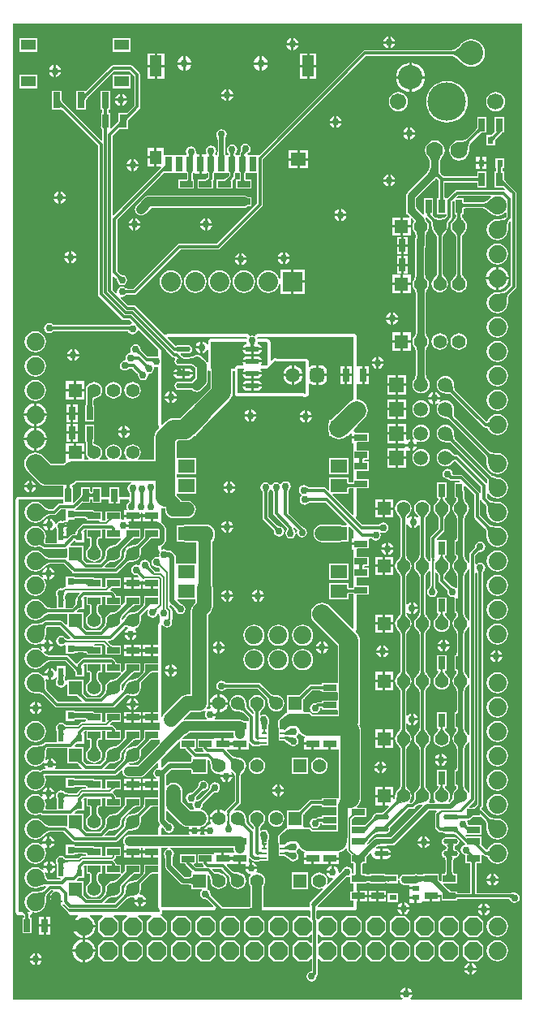
<source format=gbl>
G04 Layer_Physical_Order=2*
G04 Layer_Color=16711680*
%FSLAX24Y24*%
%MOIN*%
G70*
G01*
G75*
%ADD10R,0.0520X0.0260*%
%ADD14R,0.0260X0.0520*%
%ADD15R,0.0300X0.0240*%
%ADD16R,0.0240X0.0300*%
%ADD18C,0.0118*%
%ADD19C,0.0591*%
%ADD21C,0.0295*%
%ADD22C,0.0079*%
%ADD23C,0.0787*%
%ADD24C,0.0197*%
%ADD25C,0.0394*%
%ADD27C,0.0551*%
%ADD28R,0.0551X0.0551*%
%ADD29C,0.1000*%
%ADD30C,0.0700*%
%ADD31C,0.1580*%
%ADD32C,0.0670*%
%ADD33C,0.0669*%
%ADD34C,0.0800*%
%ADD35R,0.0800X0.0800*%
G04:AMPARAMS|DCode=36|XSize=59.1mil|YSize=59.1mil|CornerRadius=14.8mil|HoleSize=0mil|Usage=FLASHONLY|Rotation=0.000|XOffset=0mil|YOffset=0mil|HoleType=Round|Shape=RoundedRectangle|*
%AMROUNDEDRECTD36*
21,1,0.0591,0.0295,0,0,0.0*
21,1,0.0295,0.0591,0,0,0.0*
1,1,0.0295,0.0148,-0.0148*
1,1,0.0295,-0.0148,-0.0148*
1,1,0.0295,-0.0148,0.0148*
1,1,0.0295,0.0148,0.0148*
%
%ADD36ROUNDEDRECTD36*%
%ADD37C,0.0591*%
%ADD38C,0.0740*%
%ADD39P,0.0801X8X22.5*%
%ADD40R,0.0591X0.0591*%
%ADD41C,0.0300*%
%ADD42C,0.0295*%
%ADD43C,0.0394*%
%ADD44R,0.0197X0.0098*%
%ADD45R,0.0354X0.0630*%
%ADD46O,0.0600X0.0220*%
%ADD47R,0.4094X0.1732*%
%ADD48R,0.0669X0.0551*%
%ADD49R,0.0620X0.0560*%
%ADD50R,0.0480X0.0860*%
%ADD51R,0.0280X0.0620*%
%ADD52R,0.0480X0.0560*%
%ADD53R,0.0610X0.0433*%
%ADD54R,0.0276X0.0669*%
%ADD55C,0.0512*%
G36*
X1028Y-15005D02*
X-3565D01*
X-3580Y-14955D01*
X-3562Y-14942D01*
X-3507Y-14860D01*
X-3498Y-14814D01*
X-3983D01*
X-3973Y-14860D01*
X-3919Y-14942D01*
X-3900Y-14955D01*
X-3916Y-15005D01*
X-19926Y-15005D01*
X-19926Y25044D01*
X1028Y25044D01*
X1028Y-15005D01*
D02*
G37*
%LPC*%
G36*
X-4399Y24534D02*
Y24341D01*
X-4206D01*
X-4216Y24388D01*
X-4270Y24470D01*
X-4352Y24525D01*
X-4399Y24534D01*
D02*
G37*
G36*
X-4499D02*
X-4545Y24525D01*
X-4627Y24470D01*
X-4682Y24388D01*
X-4691Y24341D01*
X-4499D01*
Y24534D01*
D02*
G37*
G36*
X-8375Y24455D02*
Y24263D01*
X-8183D01*
X-8192Y24309D01*
X-8247Y24391D01*
X-8329Y24446D01*
X-8375Y24455D01*
D02*
G37*
G36*
X-8475D02*
X-8522Y24446D01*
X-8604Y24391D01*
X-8658Y24309D01*
X-8668Y24263D01*
X-8475D01*
Y24455D01*
D02*
G37*
G36*
X-4206Y24241D02*
X-4399D01*
Y24049D01*
X-4352Y24058D01*
X-4270Y24113D01*
X-4216Y24195D01*
X-4206Y24241D01*
D02*
G37*
G36*
X-4499D02*
X-4691D01*
X-4682Y24195D01*
X-4627Y24113D01*
X-4545Y24058D01*
X-4499Y24049D01*
Y24241D01*
D02*
G37*
G36*
X-8183Y24163D02*
X-8375D01*
Y23970D01*
X-8329Y23979D01*
X-8247Y24034D01*
X-8192Y24116D01*
X-8183Y24163D01*
D02*
G37*
G36*
X-8475D02*
X-8668D01*
X-8658Y24116D01*
X-8604Y24034D01*
X-8522Y23979D01*
X-8475Y23970D01*
Y24163D01*
D02*
G37*
G36*
X-15080Y24454D02*
X-15810D01*
Y23901D01*
X-15080D01*
Y24454D01*
D02*
G37*
G36*
X-18918D02*
X-19649D01*
Y23901D01*
X-18918D01*
Y24454D01*
D02*
G37*
G36*
X-9674Y23718D02*
Y23475D01*
X-9432D01*
X-9435Y23503D01*
X-9465Y23575D01*
X-9513Y23637D01*
X-9575Y23684D01*
X-9647Y23714D01*
X-9674Y23718D01*
D02*
G37*
G36*
X-12824Y23718D02*
Y23475D01*
X-12581D01*
X-12585Y23503D01*
X-12615Y23575D01*
X-12662Y23637D01*
X-12724Y23684D01*
X-12797Y23714D01*
X-12824Y23718D01*
D02*
G37*
G36*
X-12924Y23718D02*
X-12952Y23714D01*
X-13024Y23684D01*
X-13086Y23637D01*
X-13133Y23575D01*
X-13163Y23503D01*
X-13167Y23475D01*
X-12924D01*
Y23718D01*
D02*
G37*
G36*
X-9774Y23718D02*
X-9802Y23714D01*
X-9874Y23684D01*
X-9936Y23637D01*
X-9984Y23575D01*
X-10014Y23503D01*
X-10017Y23475D01*
X-9774D01*
Y23718D01*
D02*
G37*
G36*
X-7439Y23841D02*
X-7729D01*
Y23361D01*
X-7439D01*
Y23841D01*
D02*
G37*
G36*
X-7829D02*
X-8119D01*
Y23361D01*
X-7829D01*
Y23841D01*
D02*
G37*
G36*
X-13699D02*
X-13989D01*
Y23361D01*
X-13699D01*
Y23841D01*
D02*
G37*
G36*
X-14089D02*
X-14379D01*
Y23361D01*
X-14089D01*
Y23841D01*
D02*
G37*
G36*
X-1067Y24415D02*
X-1213Y24396D01*
X-1349Y24340D01*
X-1466Y24250D01*
X-1468Y24247D01*
X-1470Y24246D01*
X-1524Y24192D01*
X-1625Y24102D01*
X-1670Y24066D01*
X-1712Y24036D01*
X-1751Y24013D01*
X-1786Y23995D01*
X-1816Y23983D01*
X-1842Y23977D01*
X-1869Y23974D01*
X-1874Y23972D01*
X-5441D01*
X-5487Y23963D01*
X-5527Y23936D01*
X-5527Y23936D01*
X-9791Y19672D01*
X-9839Y19661D01*
Y19661D01*
X-9839Y19661D01*
X-10222D01*
X-10249Y19661D01*
X-10258Y19668D01*
X-10280Y19711D01*
X-10273Y19726D01*
X-10205Y19772D01*
X-10159Y19840D01*
X-10143Y19921D01*
X-10159Y20002D01*
X-10205Y20071D01*
X-10273Y20117D01*
X-10354Y20133D01*
X-10435Y20117D01*
X-10504Y20071D01*
X-10550Y20002D01*
X-10566Y19921D01*
X-10550Y19840D01*
X-10549Y19840D01*
X-10550Y19837D01*
X-10547Y19832D01*
X-10547Y19831D01*
X-10547Y19831D01*
X-10547Y19831D01*
X-10547Y19830D01*
X-10548Y19829D01*
X-10549Y19826D01*
X-10551Y19822D01*
X-10555Y19818D01*
X-10562Y19810D01*
X-10565Y19801D01*
X-10573Y19794D01*
X-10573Y19788D01*
X-10585Y19771D01*
X-10593Y19727D01*
X-10596Y19720D01*
X-10597Y19699D01*
X-10598Y19683D01*
X-10600Y19671D01*
X-10603Y19663D01*
X-10603Y19661D01*
X-10689Y19661D01*
X-10738Y19661D01*
X-10745Y19666D01*
X-10754Y19674D01*
X-10759Y19681D01*
X-10767Y19697D01*
X-10770Y19711D01*
X-10769Y19715D01*
X-10765Y19720D01*
X-10761Y19725D01*
X-10755Y19732D01*
X-10753Y19736D01*
X-10710Y19801D01*
X-10694Y19882D01*
X-10710Y19963D01*
X-10756Y20032D01*
X-10825Y20077D01*
X-10906Y20094D01*
X-10987Y20077D01*
X-11055Y20032D01*
X-11101Y19963D01*
X-11117Y19882D01*
X-11101Y19801D01*
X-11058Y19736D01*
X-11056Y19732D01*
X-11050Y19725D01*
X-11046Y19720D01*
X-11042Y19715D01*
X-11041Y19711D01*
X-11044Y19697D01*
X-11052Y19681D01*
X-11057Y19674D01*
X-11066Y19666D01*
X-11073Y19661D01*
X-11122Y19661D01*
X-11166Y19661D01*
X-11166Y19663D01*
X-11169Y19679D01*
X-11175Y19762D01*
X-11175Y19798D01*
X-11177Y19802D01*
Y20309D01*
X-11175Y20313D01*
X-11175Y20329D01*
X-11174Y20377D01*
X-11173Y20385D01*
X-11143Y20431D01*
X-11127Y20512D01*
X-11143Y20593D01*
X-11189Y20662D01*
X-11258Y20707D01*
X-11339Y20724D01*
X-11420Y20707D01*
X-11488Y20662D01*
X-11534Y20593D01*
X-11550Y20512D01*
X-11534Y20431D01*
X-11506Y20389D01*
X-11502Y20310D01*
X-11500Y20306D01*
Y19802D01*
X-11502Y19798D01*
X-11502Y19762D01*
X-11505Y19702D01*
X-11508Y19680D01*
X-11511Y19663D01*
X-11511Y19661D01*
X-11539Y19661D01*
X-11583D01*
X-11592Y19669D01*
X-11610Y19711D01*
X-11576Y19762D01*
X-11560Y19843D01*
X-11576Y19924D01*
X-11622Y19992D01*
X-11691Y20038D01*
X-11772Y20054D01*
X-11853Y20038D01*
X-11921Y19992D01*
X-11967Y19924D01*
X-11983Y19843D01*
X-11967Y19762D01*
X-11959Y19749D01*
X-11987Y19701D01*
X-12155D01*
Y19291D01*
Y18881D01*
X-11965D01*
Y18921D01*
X-11903D01*
X-11903Y18921D01*
X-11902Y18919D01*
X-11900Y18911D01*
X-11898Y18899D01*
X-11896Y18883D01*
X-11896Y18863D01*
X-11893Y18857D01*
Y18757D01*
X-11915Y18735D01*
X-11919Y18734D01*
X-11921Y18731D01*
X-11924Y18730D01*
X-11939Y18715D01*
X-11953Y18703D01*
X-11966Y18693D01*
X-11979Y18685D01*
X-11992Y18678D01*
X-12003Y18673D01*
X-12015Y18669D01*
X-12025Y18666D01*
X-12036Y18665D01*
X-12049Y18664D01*
X-12057Y18660D01*
X-12328D01*
Y18280D01*
X-11688D01*
Y18587D01*
X-11684Y18594D01*
X-11685Y18596D01*
X-11684Y18599D01*
X-11688Y18608D01*
Y18615D01*
X-11683Y18620D01*
X-11678Y18632D01*
X-11660Y18660D01*
X-11650Y18706D01*
Y18857D01*
X-11648Y18863D01*
X-11647Y18883D01*
X-11646Y18899D01*
X-11644Y18911D01*
X-11641Y18919D01*
X-11641Y18921D01*
X-11641Y18921D01*
X-11539Y18921D01*
X-11522Y18921D01*
X-11156D01*
X-11106Y18921D01*
X-11089Y18921D01*
X-11037D01*
X-11036Y18921D01*
X-11036Y18919D01*
X-11033Y18911D01*
X-11031Y18899D01*
X-11030Y18883D01*
X-11029Y18863D01*
X-11027Y18857D01*
Y18835D01*
X-11130Y18732D01*
X-11136Y18730D01*
X-11152Y18715D01*
X-11166Y18703D01*
X-11179Y18693D01*
X-11192Y18685D01*
X-11204Y18678D01*
X-11216Y18673D01*
X-11227Y18669D01*
X-11238Y18666D01*
X-11248Y18665D01*
X-11262Y18664D01*
X-11270Y18660D01*
X-11540D01*
Y18280D01*
X-10900D01*
Y18586D01*
X-10897Y18592D01*
X-10898Y18596D01*
X-10897Y18599D01*
X-10900Y18608D01*
Y18613D01*
X-10892Y18623D01*
X-10878Y18637D01*
X-10876Y18643D01*
X-10820Y18699D01*
X-10820Y18699D01*
X-10793Y18739D01*
X-10784Y18785D01*
X-10784Y18785D01*
Y18857D01*
X-10782Y18863D01*
X-10781Y18883D01*
X-10780Y18899D01*
X-10778Y18911D01*
X-10775Y18919D01*
X-10775Y18921D01*
X-10774Y18921D01*
X-10672Y18921D01*
X-10656Y18921D01*
X-10604D01*
X-10603Y18921D01*
X-10603Y18919D01*
X-10600Y18911D01*
X-10598Y18899D01*
X-10597Y18883D01*
X-10596Y18863D01*
X-10594Y18857D01*
Y18725D01*
X-10596Y18719D01*
X-10597Y18698D01*
X-10598Y18683D01*
X-10600Y18671D01*
X-10603Y18662D01*
X-10603Y18660D01*
X-10604Y18660D01*
X-10753D01*
Y18280D01*
X-10113D01*
Y18660D01*
X-10341D01*
X-10341Y18660D01*
X-10342Y18662D01*
X-10345Y18671D01*
X-10347Y18683D01*
X-10348Y18698D01*
X-10348Y18719D01*
X-10351Y18725D01*
Y18857D01*
X-10348Y18863D01*
X-10348Y18883D01*
X-10347Y18899D01*
X-10345Y18911D01*
X-10342Y18919D01*
X-10341Y18921D01*
X-10341Y18921D01*
X-10239Y18921D01*
X-10222Y18921D01*
X-9885D01*
Y17688D01*
X-11546Y16027D01*
X-13071D01*
X-13071Y16027D01*
X-13117Y16018D01*
X-13157Y15991D01*
X-13157Y15991D01*
X-14972Y14176D01*
X-15201D01*
X-15207Y14179D01*
X-15220Y14179D01*
X-15230Y14180D01*
X-15238Y14182D01*
X-15246Y14184D01*
X-15253Y14186D01*
X-15260Y14189D01*
X-15266Y14192D01*
X-15271Y14195D01*
X-15276Y14199D01*
X-15283Y14206D01*
X-15287Y14207D01*
X-15352Y14251D01*
X-15433Y14267D01*
X-15514Y14251D01*
X-15583Y14205D01*
X-15629Y14136D01*
X-15645Y14055D01*
X-15640Y14031D01*
X-15686Y14006D01*
X-15822Y14142D01*
Y14679D01*
X-15775Y14698D01*
X-15683Y14605D01*
X-15680Y14600D01*
X-15672Y14590D01*
X-15666Y14583D01*
X-15660Y14576D01*
X-15656Y14569D01*
X-15653Y14562D01*
X-15650Y14555D01*
X-15648Y14549D01*
X-15647Y14543D01*
X-15646Y14536D01*
X-15646Y14527D01*
X-15644Y14523D01*
X-15629Y14447D01*
X-15583Y14378D01*
X-15514Y14332D01*
X-15433Y14316D01*
X-15352Y14332D01*
X-15283Y14378D01*
X-15237Y14447D01*
X-15221Y14528D01*
X-15237Y14609D01*
X-15283Y14677D01*
X-15352Y14723D01*
X-15429Y14738D01*
X-15432Y14740D01*
X-15442Y14740D01*
X-15448Y14741D01*
X-15455Y14743D01*
X-15461Y14745D01*
X-15467Y14747D01*
X-15474Y14751D01*
X-15481Y14755D01*
X-15488Y14760D01*
X-15496Y14766D01*
X-15505Y14775D01*
X-15511Y14777D01*
X-15630Y14897D01*
Y16993D01*
X-13702Y18921D01*
X-13643D01*
X-13642Y18921D01*
X-13640Y18921D01*
X-13638Y18921D01*
X-13637Y18921D01*
X-13321D01*
X-13271Y18921D01*
X-13254Y18921D01*
X-12888D01*
X-12838Y18921D01*
X-12821Y18921D01*
X-12769D01*
X-12769Y18921D01*
X-12768Y18919D01*
X-12766Y18911D01*
X-12764Y18899D01*
X-12762Y18883D01*
X-12762Y18863D01*
X-12759Y18857D01*
Y18678D01*
X-12777Y18660D01*
X-13115D01*
Y18280D01*
X-12475D01*
Y18660D01*
X-12516D01*
Y18857D01*
X-12514Y18863D01*
X-12513Y18883D01*
X-12512Y18899D01*
X-12510Y18911D01*
X-12508Y18919D01*
X-12507Y18921D01*
X-12507Y18921D01*
X-12445D01*
Y18881D01*
X-12255D01*
Y19291D01*
Y19701D01*
X-12361D01*
X-12397Y19751D01*
X-12387Y19803D01*
X-12403Y19884D01*
X-12449Y19953D01*
X-12517Y19999D01*
X-12598Y20015D01*
X-12679Y19999D01*
X-12748Y19953D01*
X-12794Y19884D01*
X-12810Y19803D01*
X-12794Y19722D01*
X-12783Y19705D01*
X-12806Y19661D01*
X-12871Y19661D01*
X-12888Y19661D01*
X-13254D01*
X-13304Y19661D01*
X-13321Y19661D01*
X-13704D01*
X-13719Y19705D01*
Y19951D01*
X-14009D01*
Y19571D01*
Y19191D01*
X-13841D01*
X-13822Y19145D01*
X-15775Y17192D01*
X-15822Y17211D01*
Y20246D01*
X-15824Y20255D01*
Y20456D01*
X-15562Y20718D01*
X-15556Y20720D01*
X-15531Y20743D01*
X-15526D01*
X-15517Y20739D01*
X-15514Y20741D01*
X-15510Y20740D01*
X-15504Y20743D01*
X-15198D01*
Y21016D01*
X-15196Y21021D01*
X-15195Y21035D01*
X-15193Y21045D01*
X-15191Y21055D01*
X-15187Y21067D01*
X-15181Y21078D01*
X-15174Y21091D01*
X-15166Y21104D01*
X-15155Y21117D01*
X-15143Y21131D01*
X-15129Y21147D01*
X-15126Y21153D01*
X-14717Y21562D01*
X-14717Y21562D01*
X-14691Y21601D01*
X-14682Y21648D01*
X-14682Y21648D01*
Y22953D01*
X-14682Y22953D01*
X-14691Y22999D01*
X-14717Y23039D01*
X-14717Y23039D01*
X-14993Y23314D01*
X-15032Y23340D01*
X-15079Y23350D01*
X-15079Y23350D01*
X-15799D01*
X-15846Y23340D01*
X-15885Y23314D01*
X-15885Y23314D01*
X-16873Y22326D01*
X-16916Y22308D01*
Y22308D01*
X-16916Y22308D01*
X-17312D01*
Y21519D01*
X-16916D01*
Y21874D01*
X-16914Y21880D01*
X-16913Y21893D01*
X-16912Y21903D01*
X-16909Y21914D01*
X-16905Y21925D01*
X-16900Y21937D01*
X-16893Y21949D01*
X-16884Y21962D01*
X-16874Y21976D01*
X-16862Y21990D01*
X-16847Y22005D01*
X-16845Y22011D01*
X-15749Y23107D01*
X-15129D01*
X-14925Y22902D01*
Y21698D01*
X-15214Y21408D01*
X-15220Y21406D01*
X-15245Y21383D01*
X-15250D01*
X-15259Y21387D01*
X-15262Y21385D01*
X-15266Y21386D01*
X-15272Y21383D01*
X-15578D01*
Y21112D01*
X-15582Y21104D01*
X-15582Y21091D01*
X-15584Y21081D01*
X-15587Y21070D01*
X-15591Y21059D01*
X-15596Y21047D01*
X-15603Y21034D01*
X-15611Y21022D01*
X-15621Y21008D01*
X-15633Y20994D01*
X-15647Y20979D01*
X-15650Y20973D01*
X-15868Y20755D01*
X-15918Y20775D01*
X-15918Y20780D01*
Y21383D01*
X-15983D01*
X-15984Y21384D01*
X-15986Y21393D01*
X-15988Y21405D01*
X-15990Y21421D01*
X-15990Y21442D01*
X-15993Y21447D01*
Y21454D01*
X-15990Y21460D01*
X-15990Y21481D01*
X-15988Y21497D01*
X-15986Y21509D01*
X-15984Y21518D01*
X-15983Y21519D01*
X-15916D01*
Y22308D01*
X-16312D01*
Y21519D01*
X-16245D01*
X-16244Y21518D01*
X-16242Y21509D01*
X-16240Y21497D01*
X-16239Y21481D01*
X-16238Y21460D01*
X-16236Y21454D01*
Y21447D01*
X-16238Y21442D01*
X-16239Y21421D01*
X-16240Y21405D01*
X-16242Y21393D01*
X-16244Y21384D01*
X-16245Y21383D01*
X-16298D01*
Y20818D01*
X-16301Y20812D01*
X-16300Y20808D01*
X-16302Y20804D01*
X-16298Y20795D01*
Y20743D01*
X-16253D01*
X-16253Y20742D01*
X-16251Y20733D01*
X-16249Y20721D01*
X-16247Y20705D01*
X-16247Y20684D01*
X-16244Y20679D01*
Y20281D01*
X-16291Y20261D01*
X-17845Y21816D01*
X-17847Y21822D01*
X-17862Y21837D01*
X-17874Y21851D01*
X-17884Y21865D01*
X-17893Y21878D01*
X-17900Y21890D01*
X-17905Y21902D01*
X-17909Y21913D01*
X-17912Y21924D01*
X-17913Y21934D01*
X-17914Y21947D01*
X-17916Y21952D01*
Y22308D01*
X-18312D01*
Y21519D01*
X-17916D01*
X-17916Y21519D01*
Y21519D01*
X-17873Y21501D01*
X-16421Y20048D01*
Y13944D01*
X-16421Y13944D01*
X-16411Y13898D01*
X-16385Y13858D01*
X-15452Y12925D01*
X-15452Y12925D01*
X-15412Y12899D01*
X-15366Y12889D01*
X-15140D01*
X-15027Y12777D01*
X-15044Y12723D01*
X-15081Y12715D01*
X-15096Y12706D01*
X-15105Y12705D01*
X-15113Y12700D01*
X-15121Y12697D01*
X-15128Y12694D01*
X-15136Y12691D01*
X-15156Y12687D01*
X-15164Y12685D01*
X-15187Y12683D01*
X-15200Y12683D01*
X-15206Y12680D01*
X-18194D01*
X-18199Y12683D01*
X-18212Y12683D01*
X-18222Y12684D01*
X-18231Y12686D01*
X-18238Y12688D01*
X-18246Y12690D01*
X-18252Y12693D01*
X-18258Y12696D01*
X-18263Y12699D01*
X-18269Y12703D01*
X-18275Y12710D01*
X-18279Y12711D01*
X-18344Y12755D01*
X-18425Y12771D01*
X-18506Y12755D01*
X-18575Y12709D01*
X-18621Y12640D01*
X-18637Y12559D01*
X-18621Y12478D01*
X-18575Y12409D01*
X-18506Y12363D01*
X-18425Y12347D01*
X-18344Y12363D01*
X-18279Y12407D01*
X-18275Y12408D01*
X-18269Y12415D01*
X-18263Y12419D01*
X-18258Y12422D01*
X-18252Y12425D01*
X-18246Y12428D01*
X-18238Y12430D01*
X-18231Y12432D01*
X-18222Y12434D01*
X-18212Y12435D01*
X-18199Y12435D01*
X-18194Y12438D01*
X-15243D01*
X-15237Y12435D01*
X-15225Y12435D01*
X-15216Y12434D01*
X-15209Y12432D01*
X-15203Y12431D01*
X-15199Y12429D01*
X-15195Y12427D01*
X-15193Y12425D01*
X-15190Y12423D01*
X-15188Y12420D01*
X-15184Y12414D01*
X-15174Y12406D01*
X-15150Y12370D01*
X-15081Y12324D01*
X-15000Y12308D01*
X-14919Y12324D01*
X-14850Y12370D01*
X-14804Y12439D01*
X-14797Y12476D01*
X-14743Y12492D01*
X-13939Y11689D01*
Y11417D01*
X-13978Y11385D01*
X-14016Y11393D01*
X-14054Y11385D01*
X-14060Y11387D01*
X-14231Y11384D01*
X-14236Y11381D01*
X-14383D01*
X-14628Y11627D01*
X-14631Y11633D01*
X-14639Y11642D01*
X-14646Y11650D01*
X-14651Y11657D01*
X-14656Y11665D01*
X-14660Y11672D01*
X-14663Y11679D01*
X-14666Y11686D01*
X-14668Y11693D01*
X-14669Y11700D01*
X-14670Y11709D01*
X-14675Y11719D01*
X-14686Y11774D01*
X-14732Y11843D01*
X-14801Y11888D01*
X-14882Y11905D01*
X-14963Y11888D01*
X-15032Y11843D01*
X-15077Y11774D01*
X-15094Y11693D01*
X-15077Y11612D01*
X-15069Y11599D01*
X-15072Y11585D01*
X-15094Y11547D01*
X-15160Y11534D01*
X-15228Y11488D01*
X-15274Y11420D01*
X-15290Y11339D01*
X-15279Y11279D01*
X-15314Y11236D01*
X-15317Y11235D01*
X-15396Y11219D01*
X-15465Y11173D01*
X-15511Y11105D01*
X-15527Y11024D01*
X-15511Y10943D01*
X-15465Y10874D01*
X-15396Y10828D01*
X-15315Y10812D01*
X-15234Y10828D01*
X-15169Y10871D01*
X-15165Y10873D01*
X-15158Y10879D01*
X-15153Y10883D01*
X-15148Y10887D01*
X-15142Y10890D01*
X-15135Y10893D01*
X-15128Y10895D01*
X-15120Y10897D01*
X-15111Y10898D01*
X-15102Y10899D01*
X-15089Y10900D01*
X-15083Y10902D01*
X-15011D01*
X-14817Y10708D01*
X-14814Y10702D01*
X-14806Y10693D01*
X-14799Y10685D01*
X-14794Y10678D01*
X-14790Y10671D01*
X-14787Y10664D01*
X-14784Y10658D01*
X-14782Y10651D01*
X-14781Y10645D01*
X-14780Y10639D01*
X-14779Y10629D01*
X-14778Y10625D01*
X-14763Y10549D01*
X-14717Y10480D01*
X-14648Y10434D01*
X-14567Y10418D01*
X-14486Y10434D01*
X-14417Y10480D01*
X-14371Y10549D01*
X-14355Y10630D01*
X-14362Y10663D01*
X-14331Y10694D01*
X-14250Y10710D01*
X-14181Y10756D01*
X-14135Y10824D01*
X-14119Y10905D01*
X-14127Y10946D01*
X-14117Y10959D01*
X-14083Y10983D01*
X-14016Y10969D01*
X-13978Y10977D01*
X-13939Y10945D01*
Y8608D01*
X-13930Y8562D01*
X-13914Y8538D01*
X-13904Y8523D01*
X-13901Y8461D01*
X-13967Y8394D01*
X-14040Y8300D01*
X-14086Y8189D01*
X-14101Y8071D01*
Y7151D01*
X-14756D01*
X-14773Y7201D01*
X-14761Y7210D01*
X-14707Y7280D01*
X-14673Y7361D01*
X-14662Y7449D01*
X-14673Y7537D01*
X-14707Y7618D01*
X-14761Y7688D01*
X-14831Y7742D01*
X-14912Y7776D01*
X-15000Y7787D01*
X-15088Y7776D01*
X-15169Y7742D01*
X-15239Y7688D01*
X-15293Y7618D01*
X-15327Y7537D01*
X-15339Y7449D01*
X-15327Y7361D01*
X-15293Y7280D01*
X-15239Y7210D01*
X-15227Y7201D01*
X-15244Y7151D01*
X-15543D01*
X-15560Y7201D01*
X-15548Y7210D01*
X-15494Y7280D01*
X-15460Y7361D01*
X-15449Y7449D01*
X-15460Y7537D01*
X-15494Y7618D01*
X-15548Y7688D01*
X-15618Y7742D01*
X-15700Y7776D01*
X-15787Y7787D01*
X-15875Y7776D01*
X-15957Y7742D01*
X-16027Y7688D01*
X-16081Y7618D01*
X-16114Y7537D01*
X-16126Y7449D01*
X-16114Y7361D01*
X-16081Y7280D01*
X-16027Y7210D01*
X-16015Y7201D01*
X-16032Y7151D01*
X-16330D01*
X-16347Y7201D01*
X-16335Y7210D01*
X-16282Y7280D01*
X-16248Y7361D01*
X-16236Y7449D01*
X-16248Y7537D01*
X-16282Y7618D01*
X-16335Y7688D01*
X-16406Y7742D01*
X-16487Y7776D01*
X-16559Y7785D01*
X-16566Y7789D01*
X-16579Y7790D01*
X-16582Y7791D01*
X-16584Y7792D01*
X-16586Y7794D01*
X-16589Y7798D01*
X-16593Y7804D01*
X-16596Y7815D01*
X-16600Y7831D01*
X-16602Y7850D01*
X-16602Y7854D01*
X-16601Y7880D01*
X-16598Y7932D01*
X-16596Y7948D01*
X-16576D01*
Y8000D01*
X-16572Y8009D01*
X-16576Y8018D01*
Y8026D01*
X-16576Y8030D01*
X-16576Y8030D01*
Y8588D01*
X-16956D01*
Y8030D01*
X-16956Y8030D01*
X-16956Y8026D01*
Y8018D01*
X-16960Y8009D01*
X-16956Y8000D01*
Y7948D01*
X-16936D01*
X-16930Y7847D01*
X-16929Y7812D01*
X-16929Y7810D01*
X-16929Y7809D01*
X-16928Y7778D01*
Y7640D01*
X-16917Y7587D01*
X-16912Y7491D01*
X-16909Y7484D01*
X-16913Y7449D01*
X-16902Y7361D01*
X-16868Y7280D01*
X-16814Y7210D01*
X-16802Y7201D01*
X-16819Y7151D01*
X-16987D01*
Y7399D01*
X-17738D01*
Y7073D01*
X-17738Y7073D01*
X-17738D01*
X-17773Y7041D01*
X-17804Y7017D01*
X-17822Y6993D01*
X-18346D01*
X-18676Y7324D01*
X-18771Y7396D01*
X-18882Y7442D01*
X-19000Y7458D01*
X-19118Y7442D01*
X-19229Y7396D01*
X-19324Y7324D01*
X-19396Y7229D01*
X-19442Y7118D01*
X-19458Y7000D01*
X-19442Y6882D01*
X-19396Y6771D01*
X-19324Y6676D01*
X-18859Y6212D01*
X-18764Y6139D01*
X-18654Y6093D01*
X-18535Y6078D01*
X-17841D01*
X-17839Y6029D01*
X-17839D01*
Y5632D01*
X-19685Y5632D01*
X-19731Y5623D01*
X-19770Y5597D01*
X-19796Y5558D01*
X-19805Y5512D01*
X-19805Y-11417D01*
X-19796Y-11463D01*
X-19770Y-11502D01*
X-19731Y-11529D01*
X-19685Y-11538D01*
X-19476D01*
X-19459Y-11587D01*
X-19460Y-11590D01*
X-19461Y-11611D01*
X-19462Y-11626D01*
X-19464Y-11639D01*
X-19467Y-11647D01*
X-19467Y-11648D01*
X-19526D01*
Y-12289D01*
X-19146D01*
Y-11648D01*
X-19206D01*
X-19206Y-11647D01*
X-19208Y-11639D01*
X-19210Y-11626D01*
X-19212Y-11611D01*
X-19212Y-11590D01*
X-19215Y-11584D01*
Y-11534D01*
X-19207Y-11531D01*
X-19194Y-11529D01*
X-19186Y-11523D01*
X-19177Y-11520D01*
X-19166Y-11510D01*
X-19154Y-11502D01*
X-19149Y-11495D01*
X-19142Y-11488D01*
X-19136Y-11475D01*
X-19128Y-11463D01*
X-19112Y-11419D01*
X-19000Y-11434D01*
X-18888Y-11419D01*
X-18783Y-11376D01*
X-18693Y-11307D01*
X-18624Y-11217D01*
X-18581Y-11112D01*
X-18566Y-11000D01*
X-18566Y-11000D01*
X-18565Y-10997D01*
X-18565Y-10945D01*
X-18559Y-10852D01*
X-18553Y-10814D01*
X-18546Y-10779D01*
X-18538Y-10749D01*
X-18529Y-10723D01*
X-18518Y-10702D01*
X-18508Y-10685D01*
X-18494Y-10669D01*
X-18492Y-10664D01*
X-18343Y-10515D01*
X-18278D01*
X-18263Y-10565D01*
X-18328Y-10609D01*
X-18383Y-10691D01*
X-18392Y-10737D01*
X-18150D01*
Y-10787D01*
X-18100D01*
Y-11030D01*
X-18053Y-11021D01*
X-17971Y-10966D01*
X-17928Y-10902D01*
X-17878Y-10917D01*
Y-10983D01*
X-17878Y-10983D01*
X-17876Y-10992D01*
X-17903Y-11000D01*
X-17919Y-11009D01*
X-17936Y-11017D01*
X-17940Y-11020D01*
X-17944Y-11023D01*
X-17956Y-11037D01*
X-17968Y-11050D01*
X-17970Y-11055D01*
X-17974Y-11060D01*
X-17979Y-11077D01*
X-17986Y-11094D01*
X-17989Y-11112D01*
X-17989Y-11123D01*
X-17991Y-11133D01*
X-17988Y-11146D01*
X-17988Y-11159D01*
X-17984Y-11169D01*
X-17982Y-11179D01*
X-17974Y-11190D01*
X-17969Y-11202D01*
X-17961Y-11210D01*
X-17956Y-11218D01*
X-17672Y-11502D01*
X-17632Y-11529D01*
X-17586Y-11538D01*
X-17586Y-11538D01*
X-17243D01*
X-17233Y-11588D01*
X-17237Y-11589D01*
X-17335Y-11665D01*
X-17371Y-11711D01*
X-17355Y-11722D01*
X-17335Y-11735D01*
X-17316Y-11744D01*
X-17300Y-11749D01*
X-17286Y-11751D01*
X-17274Y-11748D01*
X-17264Y-11741D01*
X-17279Y-11950D01*
X-16533D01*
X-16542Y-11877D01*
X-16589Y-11763D01*
X-16665Y-11665D01*
X-16763Y-11589D01*
X-16767Y-11588D01*
X-16757Y-11538D01*
X-16253D01*
X-16233Y-11588D01*
X-16430Y-11785D01*
Y-12215D01*
X-16215Y-12430D01*
X-15785D01*
X-15570Y-12215D01*
Y-11785D01*
X-15767Y-11588D01*
X-15747Y-11538D01*
X-15253Y-11538D01*
X-15233Y-11588D01*
X-15430Y-11785D01*
Y-12215D01*
X-15215Y-12430D01*
X-14785D01*
X-14570Y-12215D01*
Y-11785D01*
X-14767Y-11588D01*
X-14747Y-11538D01*
X-14253Y-11538D01*
X-14233Y-11588D01*
X-14430Y-11785D01*
Y-12215D01*
X-14215Y-12430D01*
X-13785D01*
X-13570Y-12215D01*
Y-11785D01*
X-13785Y-11570D01*
X-13824D01*
X-13839Y-11520D01*
X-13812Y-11502D01*
X-13786Y-11463D01*
X-13777Y-11417D01*
Y-11341D01*
X-11694D01*
X-11664Y-11335D01*
X-11648Y-11332D01*
X-11609Y-11306D01*
X-11593Y-11282D01*
X-11582Y-11267D01*
X-11563Y-11220D01*
X-11557Y-11189D01*
X-11515Y-11171D01*
X-11506Y-11170D01*
X-11378Y-11298D01*
X-11339Y-11324D01*
X-11293Y-11333D01*
X-11293Y-11333D01*
X-10470D01*
X-10470Y-11333D01*
X-10469Y-11333D01*
X-10463Y-11332D01*
Y-11275D01*
X-10394Y-11274D01*
X-10219Y-11262D01*
X-10172Y-11255D01*
X-10130Y-11246D01*
X-10095Y-11235D01*
X-10064Y-11223D01*
X-10040Y-11210D01*
X-10021Y-11195D01*
X-10021Y-11194D01*
X-10022Y-11188D01*
X-10021Y-11181D01*
Y-10517D01*
X-10020Y-10516D01*
X-9971Y-10491D01*
X-9932Y-10496D01*
Y-10124D01*
X-9832D01*
Y-10496D01*
X-9793Y-10491D01*
X-9744Y-10516D01*
X-9743Y-10517D01*
Y-11220D01*
X-9734Y-11267D01*
X-9708Y-11306D01*
X-9669Y-11332D01*
X-9623Y-11341D01*
X-7726D01*
X-7683Y-11378D01*
X-7683Y-11381D01*
X-7680Y-11387D01*
Y-11609D01*
X-7727Y-11628D01*
X-7785Y-11570D01*
X-8215D01*
X-8430Y-11785D01*
Y-12215D01*
X-8215Y-12430D01*
X-7785D01*
X-7679Y-12324D01*
X-7632Y-12343D01*
Y-12657D01*
X-7679Y-12676D01*
X-7785Y-12570D01*
X-8215D01*
X-8430Y-12785D01*
Y-13215D01*
X-8215Y-13430D01*
X-7785D01*
X-7679Y-13324D01*
X-7632Y-13343D01*
Y-13839D01*
X-7638Y-13843D01*
X-7719Y-13860D01*
X-7787Y-13905D01*
X-7833Y-13974D01*
X-7850Y-14055D01*
X-7833Y-14136D01*
X-7787Y-14205D01*
X-7719Y-14251D01*
X-7638Y-14267D01*
X-7557Y-14251D01*
X-7488Y-14205D01*
X-7442Y-14136D01*
X-7426Y-14055D01*
X-7433Y-14022D01*
X-7425Y-14014D01*
X-7399Y-13975D01*
X-7390Y-13928D01*
X-7390Y-13928D01*
Y-13321D01*
X-7343Y-13302D01*
X-7215Y-13430D01*
X-6785D01*
X-6570Y-13215D01*
Y-12785D01*
X-6785Y-12570D01*
X-7215D01*
X-7343Y-12698D01*
X-7390Y-12679D01*
Y-12321D01*
X-7343Y-12302D01*
X-7215Y-12430D01*
X-6785D01*
X-6570Y-12215D01*
Y-11785D01*
X-6785Y-11570D01*
X-7215D01*
X-7354Y-11709D01*
X-7413Y-11698D01*
X-7425Y-11680D01*
X-7425Y-11680D01*
X-7438Y-11667D01*
Y-11385D01*
X-7435Y-11379D01*
X-7386Y-11339D01*
X-7384Y-11340D01*
X-7378Y-11341D01*
X-5906D01*
X-5859Y-11332D01*
X-5820Y-11306D01*
X-5794Y-11267D01*
X-5785Y-11220D01*
Y-10984D01*
X-5765D01*
Y-10754D01*
Y-10524D01*
X-5785D01*
Y-10224D01*
X-5465D01*
X-5456Y-10227D01*
X-5455Y-10227D01*
X-5454Y-10227D01*
X-5449Y-10225D01*
X-5423Y-10224D01*
X-5395D01*
Y-10222D01*
X-5306Y-10217D01*
X-5285Y-10217D01*
X-5247Y-10219D01*
Y-10224D01*
X-5196D01*
X-5188Y-10227D01*
X-5187Y-10227D01*
X-5186Y-10227D01*
X-5177Y-10224D01*
X-4678D01*
X-4669Y-10227D01*
X-4668Y-10227D01*
X-4667Y-10227D01*
X-4662Y-10225D01*
X-4635Y-10224D01*
X-4607D01*
Y-10222D01*
X-4554Y-10219D01*
X-4505Y-10233D01*
X-4464Y-10234D01*
X-4457Y-10233D01*
X-4453D01*
X-4444Y-10237D01*
X-4435Y-10233D01*
X-4085D01*
Y-10113D01*
X-4082Y-10109D01*
X-4046Y-10113D01*
X-4029Y-10120D01*
X-4021Y-10160D01*
X-3975Y-10228D01*
X-3907Y-10274D01*
X-3826Y-10290D01*
X-3605D01*
Y-10383D01*
X-3355D01*
Y-10483D01*
X-3605D01*
Y-10653D01*
Y-10763D01*
X-3355D01*
Y-10813D01*
X-3305D01*
Y-11033D01*
X-3105D01*
Y-11024D01*
X-3083Y-10984D01*
X-2773D01*
Y-10754D01*
X-2723D01*
Y-10704D01*
X-2363D01*
Y-10688D01*
X-2313Y-10669D01*
X-2289Y-10691D01*
Y-10754D01*
X-2290Y-10756D01*
X-2289Y-10766D01*
Y-10944D01*
X-1648D01*
Y-10884D01*
X-1647Y-10884D01*
X-1639Y-10882D01*
X-1626Y-10880D01*
X-1611Y-10878D01*
X-1590Y-10878D01*
X-1584Y-10875D01*
X-999D01*
X-997Y-10876D01*
X-990Y-10875D01*
X-978D01*
X-972Y-10876D01*
X-970Y-10875D01*
X460D01*
X463Y-10877D01*
X466Y-10876D01*
X511Y-10896D01*
X513Y-10908D01*
X559Y-10976D01*
X628Y-11022D01*
X709Y-11038D01*
X790Y-11022D01*
X858Y-10976D01*
X904Y-10908D01*
X920Y-10827D01*
X904Y-10746D01*
X858Y-10677D01*
X790Y-10631D01*
X709Y-10615D01*
X665Y-10624D01*
X659Y-10622D01*
X489Y-10630D01*
X483Y-10632D01*
X-792D01*
X-794Y-10631D01*
X-799Y-10632D01*
X-804Y-10630D01*
X-822Y-10629D01*
X-834Y-10627D01*
X-841Y-10624D01*
X-846Y-10622D01*
X-850Y-10619D01*
X-852Y-10616D01*
X-855Y-10611D01*
X-857Y-10603D01*
X-859Y-10592D01*
X-860Y-10573D01*
X-863Y-10568D01*
Y-9473D01*
X-860Y-9467D01*
X-860Y-9446D01*
X-858Y-9430D01*
X-856Y-9418D01*
X-854Y-9409D01*
X-854Y-9408D01*
X-664D01*
Y-9065D01*
X-664Y-9061D01*
X-659Y-9059D01*
X-614Y-9040D01*
X-568Y-9086D01*
X-568Y-9086D01*
X-529Y-9112D01*
X-497Y-9119D01*
X-485Y-9124D01*
X-466Y-9125D01*
X-452Y-9126D01*
X-441Y-9129D01*
X-431Y-9131D01*
X-424Y-9135D01*
X-419Y-9138D01*
X-415Y-9141D01*
X-412Y-9145D01*
X-409Y-9149D01*
X-405Y-9158D01*
X-397Y-9166D01*
X-376Y-9217D01*
X-307Y-9307D01*
X-217Y-9376D01*
X-112Y-9419D01*
X0Y-9434D01*
X112Y-9419D01*
X217Y-9376D01*
X307Y-9307D01*
X376Y-9217D01*
X419Y-9112D01*
X434Y-9000D01*
X419Y-8888D01*
X376Y-8783D01*
X307Y-8693D01*
X217Y-8624D01*
X112Y-8581D01*
X0Y-8566D01*
X-112Y-8581D01*
X-217Y-8624D01*
X-307Y-8693D01*
X-376Y-8783D01*
X-397Y-8834D01*
X-405Y-8842D01*
X-443Y-8852D01*
X-461Y-8850D01*
X-639Y-8672D01*
X-641Y-8666D01*
X-664Y-8641D01*
Y-8636D01*
X-661Y-8627D01*
X-662Y-8624D01*
X-661Y-8620D01*
X-664Y-8614D01*
Y-8308D01*
X-1284D01*
X-1311Y-8281D01*
X-1311Y-8270D01*
X-1274Y-8227D01*
X-1258Y-8227D01*
X-664D01*
Y-7847D01*
X-1142D01*
X-1149Y-7846D01*
X-1197Y-7832D01*
X-1198Y-7830D01*
X-1200Y-7823D01*
X-1202Y-7817D01*
X-1204Y-7810D01*
X-1204Y-7804D01*
X-1205Y-7795D01*
X-1207Y-7791D01*
X-1222Y-7714D01*
X-1239Y-7689D01*
X-1212Y-7639D01*
X-1185D01*
X-1185Y-7639D01*
X-1138Y-7630D01*
X-1099Y-7604D01*
X-1075Y-7579D01*
X-1069Y-7577D01*
X-1038Y-7548D01*
X-1025Y-7538D01*
X-1013Y-7529D01*
X-1002Y-7522D01*
X-992Y-7517D01*
X-984Y-7513D01*
X-978Y-7511D01*
X-973Y-7510D01*
X-965Y-7510D01*
X-960Y-7507D01*
X-664D01*
X-508Y-7664D01*
X-506Y-7669D01*
X-492Y-7685D01*
X-482Y-7702D01*
X-471Y-7723D01*
X-462Y-7749D01*
X-454Y-7779D01*
X-447Y-7814D01*
X-441Y-7852D01*
X-435Y-7945D01*
X-435Y-7997D01*
X-434Y-8000D01*
X-434Y-8000D01*
X-419Y-8112D01*
X-376Y-8217D01*
X-307Y-8307D01*
X-217Y-8376D01*
X-112Y-8419D01*
X0Y-8434D01*
X112Y-8419D01*
X217Y-8376D01*
X307Y-8307D01*
X376Y-8217D01*
X419Y-8112D01*
X434Y-8000D01*
X419Y-7888D01*
X376Y-7783D01*
X307Y-7693D01*
X217Y-7624D01*
X112Y-7581D01*
X0Y-7566D01*
X-0Y-7566D01*
X-3Y-7565D01*
X-55Y-7565D01*
X-148Y-7559D01*
X-186Y-7553D01*
X-221Y-7546D01*
X-251Y-7538D01*
X-277Y-7529D01*
X-298Y-7518D01*
X-315Y-7508D01*
X-331Y-7494D01*
X-336Y-7492D01*
X-597Y-7231D01*
X-630Y-7209D01*
X-638Y-7196D01*
X-644Y-7152D01*
X-642Y-7150D01*
X-639Y-7144D01*
X-623Y-7127D01*
X-623Y-7127D01*
X-597Y-7088D01*
X-587Y-7042D01*
X-587Y-7042D01*
Y2485D01*
X-585Y2491D01*
X-584Y2503D01*
X-583Y2513D01*
X-582Y2522D01*
X-580Y2530D01*
X-578Y2537D01*
X-575Y2543D01*
X-572Y2549D01*
X-568Y2555D01*
X-564Y2560D01*
X-558Y2567D01*
X-556Y2571D01*
X-513Y2636D01*
X-497Y2717D01*
X-513Y2798D01*
X-559Y2866D01*
X-628Y2912D01*
X-709Y2928D01*
X-790Y2912D01*
X-852Y2870D01*
X-902Y2884D01*
Y3217D01*
X-787Y3333D01*
X-781Y3335D01*
X-772Y3344D01*
X-764Y3350D01*
X-757Y3355D01*
X-750Y3360D01*
X-743Y3363D01*
X-736Y3366D01*
X-730Y3368D01*
X-724Y3369D01*
X-717Y3370D01*
X-708Y3370D01*
X-704Y3372D01*
X-628Y3387D01*
X-559Y3433D01*
X-513Y3502D01*
X-497Y3583D01*
X-513Y3664D01*
X-559Y3732D01*
X-628Y3778D01*
X-709Y3794D01*
X-790Y3778D01*
X-858Y3732D01*
X-904Y3664D01*
X-919Y3587D01*
X-921Y3583D01*
X-922Y3574D01*
X-922Y3568D01*
X-924Y3561D01*
X-926Y3555D01*
X-928Y3548D01*
X-932Y3542D01*
X-936Y3535D01*
X-941Y3527D01*
X-947Y3520D01*
X-956Y3511D01*
X-958Y3505D01*
X-1109Y3354D01*
X-1136Y3314D01*
X-1145Y3268D01*
X-1145Y3268D01*
Y2940D01*
X-1195Y2930D01*
X-1209Y2963D01*
X-1259Y3029D01*
X-1262Y3035D01*
X-1278Y3052D01*
X-1291Y3068D01*
X-1302Y3085D01*
X-1312Y3101D01*
X-1320Y3119D01*
X-1326Y3136D01*
X-1332Y3155D01*
X-1335Y3175D01*
X-1338Y3195D01*
X-1338Y3219D01*
X-1340Y3223D01*
Y3983D01*
X-1339Y3987D01*
X-1340Y3990D01*
Y3995D01*
X-1338Y3999D01*
X-1340Y4003D01*
Y4727D01*
X-1338Y4731D01*
X-1338Y4755D01*
X-1335Y4775D01*
X-1332Y4795D01*
X-1326Y4813D01*
X-1320Y4831D01*
X-1312Y4849D01*
X-1302Y4865D01*
X-1291Y4882D01*
X-1278Y4897D01*
X-1262Y4915D01*
X-1259Y4921D01*
X-1209Y4987D01*
X-1175Y5068D01*
X-1163Y5156D01*
X-1175Y5244D01*
X-1209Y5325D01*
X-1259Y5391D01*
X-1262Y5398D01*
X-1278Y5415D01*
X-1291Y5431D01*
X-1302Y5447D01*
X-1312Y5463D01*
X-1320Y5481D01*
X-1326Y5499D01*
X-1332Y5517D01*
X-1335Y5537D01*
X-1338Y5557D01*
X-1338Y5581D01*
X-1340Y5585D01*
Y5838D01*
X-1353Y5900D01*
X-1379Y5940D01*
Y6063D01*
X-1333Y6083D01*
X-948Y5698D01*
Y4827D01*
X-948Y4827D01*
X-939Y4780D01*
X-913Y4741D01*
X-508Y4336D01*
X-506Y4331D01*
X-492Y4315D01*
X-482Y4298D01*
X-471Y4277D01*
X-462Y4251D01*
X-454Y4221D01*
X-447Y4186D01*
X-441Y4148D01*
X-435Y4055D01*
X-435Y4003D01*
X-434Y4000D01*
X-434Y4000D01*
X-419Y3888D01*
X-376Y3783D01*
X-307Y3693D01*
X-217Y3624D01*
X-112Y3581D01*
X0Y3566D01*
X112Y3581D01*
X217Y3624D01*
X307Y3693D01*
X376Y3783D01*
X419Y3888D01*
X434Y4000D01*
X419Y4112D01*
X376Y4217D01*
X307Y4307D01*
X217Y4376D01*
X112Y4419D01*
X0Y4434D01*
X-0Y4434D01*
X-3Y4435D01*
X-55Y4435D01*
X-148Y4441D01*
X-186Y4447D01*
X-221Y4454D01*
X-251Y4462D01*
X-277Y4471D01*
X-298Y4482D01*
X-315Y4492D01*
X-331Y4506D01*
X-336Y4508D01*
X-705Y4877D01*
Y5479D01*
X-655Y5493D01*
X-637Y5465D01*
X-508Y5336D01*
X-506Y5331D01*
X-492Y5315D01*
X-482Y5298D01*
X-471Y5277D01*
X-462Y5251D01*
X-454Y5221D01*
X-447Y5186D01*
X-441Y5148D01*
X-435Y5055D01*
X-435Y5003D01*
X-434Y5000D01*
X-434Y5000D01*
X-419Y4888D01*
X-376Y4783D01*
X-307Y4693D01*
X-217Y4624D01*
X-112Y4581D01*
X0Y4566D01*
X112Y4581D01*
X217Y4624D01*
X307Y4693D01*
X376Y4783D01*
X419Y4888D01*
X434Y5000D01*
X419Y5112D01*
X376Y5217D01*
X307Y5307D01*
X217Y5376D01*
X112Y5419D01*
X0Y5434D01*
X-0Y5434D01*
X-3Y5435D01*
X-55Y5435D01*
X-148Y5441D01*
X-186Y5447D01*
X-221Y5454D01*
X-251Y5462D01*
X-277Y5471D01*
X-298Y5482D01*
X-315Y5492D01*
X-331Y5506D01*
X-336Y5508D01*
X-430Y5601D01*
Y5783D01*
X-380Y5793D01*
X-376Y5783D01*
X-307Y5693D01*
X-217Y5624D01*
X-112Y5581D01*
X0Y5566D01*
X112Y5581D01*
X217Y5624D01*
X307Y5693D01*
X376Y5783D01*
X419Y5888D01*
X434Y6000D01*
X419Y6112D01*
X376Y6217D01*
X307Y6307D01*
X217Y6376D01*
X112Y6419D01*
X89Y6422D01*
X81Y6427D01*
X81Y6427D01*
X81Y6427D01*
X24Y6439D01*
X-76Y6462D01*
X-157Y6487D01*
X-188Y6498D01*
X-215Y6510D01*
X-237Y6522D01*
X-253Y6532D01*
X-266Y6544D01*
X-271Y6545D01*
X-1712Y7986D01*
X-1713Y7991D01*
X-1726Y8005D01*
X-1735Y8018D01*
X-1743Y8034D01*
X-1751Y8053D01*
X-1758Y8076D01*
X-1764Y8101D01*
X-1768Y8128D01*
X-1773Y8196D01*
X-1774Y8234D01*
X-1776Y8239D01*
X-1788Y8329D01*
X-1824Y8415D01*
X-1880Y8490D01*
X-1955Y8547D01*
X-2041Y8582D01*
X-2134Y8595D01*
X-2227Y8582D01*
X-2313Y8547D01*
X-2387Y8490D01*
X-2444Y8415D01*
X-2480Y8329D01*
X-2492Y8236D01*
X-2480Y8143D01*
X-2444Y8057D01*
X-2387Y7983D01*
X-2313Y7926D01*
X-2227Y7890D01*
X-2138Y7878D01*
X-2133Y7876D01*
X-2058Y7874D01*
X-2027Y7871D01*
X-1998Y7866D01*
X-1973Y7860D01*
X-1951Y7853D01*
X-1932Y7845D01*
X-1916Y7837D01*
X-1903Y7828D01*
X-1889Y7816D01*
X-1883Y7814D01*
X-464Y6394D01*
X-463Y6392D01*
X-460Y6390D01*
X-458Y6386D01*
X-443Y6368D01*
X-433Y6351D01*
X-424Y6332D01*
X-417Y6308D01*
X-412Y6281D01*
X-409Y6250D01*
X-409Y6216D01*
X-410Y6196D01*
X-461Y6182D01*
X-465Y6188D01*
X-465Y6188D01*
X-1599Y7322D01*
X-1639Y7348D01*
X-1670Y7355D01*
X-1682Y7360D01*
X-1703Y7361D01*
X-1720Y7364D01*
X-1736Y7368D01*
X-1752Y7374D01*
X-1768Y7382D01*
X-1784Y7392D01*
X-1800Y7404D01*
X-1816Y7419D01*
X-1832Y7435D01*
X-1849Y7456D01*
X-1852Y7458D01*
X-1853Y7461D01*
X-1861Y7465D01*
X-1880Y7490D01*
X-1955Y7547D01*
X-2041Y7582D01*
X-2134Y7595D01*
X-2227Y7582D01*
X-2313Y7547D01*
X-2387Y7490D01*
X-2444Y7415D01*
X-2480Y7329D01*
X-2492Y7236D01*
X-2480Y7143D01*
X-2444Y7057D01*
X-2387Y6983D01*
X-2313Y6926D01*
X-2227Y6890D01*
X-2134Y6878D01*
X-2041Y6890D01*
X-1955Y6926D01*
X-1880Y6983D01*
X-1861Y7008D01*
X-1853Y7011D01*
X-1852Y7014D01*
X-1849Y7016D01*
X-1832Y7037D01*
X-1816Y7054D01*
X-1800Y7068D01*
X-1784Y7080D01*
X-1768Y7090D01*
X-1752Y7098D01*
X-1736Y7104D01*
X-1727Y7107D01*
X-673Y6052D01*
Y5820D01*
X-723Y5806D01*
X-741Y5834D01*
X-741Y5834D01*
X-1410Y6503D01*
X-1450Y6529D01*
X-1496Y6539D01*
X-1496Y6539D01*
X-1790D01*
X-1791Y6539D01*
X-1800Y6542D01*
X-1836Y6575D01*
X-1852Y6656D01*
X-1898Y6725D01*
X-1966Y6770D01*
X-2047Y6787D01*
X-2128Y6770D01*
X-2197Y6725D01*
X-2243Y6656D01*
X-2259Y6575D01*
X-2243Y6494D01*
X-2197Y6425D01*
X-2128Y6379D01*
X-2047Y6363D01*
X-2031Y6366D01*
X-2025Y6364D01*
X-2024Y6365D01*
X-2023Y6364D01*
X-2021Y6364D01*
X-2021Y6364D01*
X-2020Y6364D01*
X-2016Y6362D01*
X-2011Y6358D01*
X-2005Y6354D01*
X-1987Y6338D01*
X-1977Y6329D01*
X-1964Y6324D01*
X-1936Y6305D01*
X-1890Y6296D01*
X-1563D01*
X-1548Y6276D01*
X-1572Y6226D01*
X-1759D01*
Y5660D01*
X-1763Y5654D01*
X-1761Y5650D01*
X-1763Y5647D01*
X-1759Y5638D01*
Y5586D01*
X-1711D01*
X-1705Y5582D01*
X-1694Y5581D01*
X-1692Y5580D01*
X-1691Y5579D01*
X-1688Y5576D01*
X-1683Y5568D01*
X-1677Y5555D01*
X-1673Y5537D01*
X-1671Y5525D01*
X-1672Y5517D01*
X-1677Y5499D01*
X-1684Y5481D01*
X-1692Y5463D01*
X-1701Y5447D01*
X-1713Y5431D01*
X-1726Y5415D01*
X-1742Y5398D01*
X-1744Y5391D01*
X-1795Y5325D01*
X-1829Y5244D01*
X-1840Y5156D01*
X-1829Y5068D01*
X-1795Y4987D01*
X-1744Y4921D01*
X-1742Y4915D01*
X-1726Y4897D01*
X-1713Y4882D01*
X-1701Y4865D01*
X-1692Y4849D01*
X-1684Y4831D01*
X-1677Y4813D01*
X-1672Y4795D01*
X-1668Y4775D01*
X-1666Y4755D01*
X-1665Y4731D01*
X-1663Y4727D01*
Y4005D01*
X-1665Y4001D01*
X-1666Y3965D01*
X-1669Y3936D01*
X-1673Y3912D01*
X-1677Y3894D01*
X-1683Y3881D01*
X-1688Y3873D01*
X-1691Y3869D01*
X-1692Y3868D01*
X-1694Y3868D01*
X-1705Y3867D01*
X-1711Y3863D01*
X-1759D01*
Y3811D01*
X-1763Y3802D01*
X-1761Y3799D01*
X-1763Y3795D01*
X-1759Y3789D01*
Y3298D01*
X-1763Y3291D01*
X-1761Y3288D01*
X-1763Y3285D01*
X-1759Y3275D01*
Y3223D01*
X-1711D01*
X-1705Y3220D01*
X-1694Y3219D01*
X-1692Y3218D01*
X-1691Y3217D01*
X-1688Y3214D01*
X-1683Y3206D01*
X-1678Y3193D01*
X-1673Y3174D01*
X-1671Y3162D01*
X-1672Y3155D01*
X-1677Y3136D01*
X-1684Y3119D01*
X-1692Y3101D01*
X-1701Y3085D01*
X-1713Y3068D01*
X-1726Y3052D01*
X-1742Y3035D01*
X-1744Y3029D01*
X-1795Y2963D01*
X-1829Y2881D01*
X-1840Y2794D01*
X-1829Y2706D01*
X-1795Y2625D01*
X-1744Y2558D01*
X-1742Y2552D01*
X-1726Y2535D01*
X-1713Y2519D01*
X-1701Y2503D01*
X-1692Y2486D01*
X-1684Y2469D01*
X-1677Y2451D01*
X-1672Y2433D01*
X-1668Y2413D01*
X-1666Y2393D01*
X-1665Y2369D01*
X-1663Y2365D01*
Y1909D01*
X-1713Y1890D01*
X-1769Y1928D01*
X-1800Y1934D01*
X-1810Y1941D01*
X-1820Y1943D01*
X-1827Y1945D01*
X-1835Y1948D01*
X-1842Y1951D01*
X-1850Y1955D01*
X-1858Y1960D01*
X-1865Y1965D01*
X-1882Y1979D01*
X-1891Y1988D01*
X-1897Y1990D01*
X-2168Y2261D01*
Y2350D01*
X-2165Y2355D01*
X-2164Y2373D01*
X-2161Y2388D01*
X-2157Y2404D01*
X-2150Y2421D01*
X-2140Y2440D01*
X-2128Y2460D01*
X-2113Y2481D01*
X-2074Y2527D01*
X-2050Y2552D01*
X-2047Y2558D01*
X-1996Y2625D01*
X-1962Y2706D01*
X-1951Y2794D01*
X-1962Y2881D01*
X-1996Y2963D01*
X-2048Y3030D01*
X-2050Y3036D01*
X-2078Y3065D01*
X-2124Y3117D01*
X-2142Y3140D01*
X-2157Y3161D01*
X-2164Y3173D01*
X-2157Y3195D01*
X-2139Y3220D01*
X-2132Y3223D01*
X-2099D01*
Y3863D01*
X-2469D01*
X-2497Y3906D01*
X-2203Y4200D01*
X-2203Y4200D01*
X-2177Y4239D01*
X-2168Y4286D01*
X-2168Y4286D01*
Y4712D01*
X-2165Y4717D01*
X-2164Y4735D01*
X-2161Y4750D01*
X-2157Y4766D01*
X-2150Y4784D01*
X-2140Y4802D01*
X-2128Y4822D01*
X-2113Y4843D01*
X-2074Y4889D01*
X-2050Y4914D01*
X-2047Y4920D01*
X-1996Y4987D01*
X-1962Y5068D01*
X-1951Y5156D01*
X-1962Y5244D01*
X-1996Y5325D01*
X-2048Y5393D01*
X-2050Y5399D01*
X-2078Y5427D01*
X-2124Y5479D01*
X-2142Y5502D01*
X-2157Y5523D01*
X-2164Y5536D01*
X-2157Y5557D01*
X-2139Y5582D01*
X-2132Y5586D01*
X-2099D01*
Y6226D01*
X-2479D01*
Y5586D01*
X-2446D01*
X-2440Y5582D01*
X-2421Y5557D01*
X-2415Y5536D01*
X-2422Y5523D01*
X-2436Y5502D01*
X-2454Y5479D01*
X-2500Y5427D01*
X-2528Y5399D01*
X-2531Y5393D01*
X-2582Y5325D01*
X-2616Y5244D01*
X-2628Y5156D01*
X-2616Y5068D01*
X-2582Y4987D01*
X-2532Y4921D01*
X-2529Y4915D01*
X-2483Y4865D01*
X-2466Y4844D01*
X-2451Y4822D01*
X-2438Y4802D01*
X-2429Y4784D01*
X-2422Y4766D01*
X-2417Y4750D01*
X-2414Y4735D01*
X-2413Y4717D01*
X-2411Y4712D01*
Y4336D01*
X-2724Y4023D01*
X-2750Y3983D01*
X-2759Y3937D01*
X-2759Y3937D01*
Y3150D01*
X-2750Y3103D01*
X-2745Y3095D01*
X-2743Y3010D01*
X-2749Y3001D01*
X-2793Y2993D01*
X-2807Y2994D01*
X-2834Y3029D01*
X-2836Y3035D01*
X-2883Y3085D01*
X-2900Y3106D01*
X-2915Y3128D01*
X-2927Y3148D01*
X-2937Y3166D01*
X-2944Y3184D01*
X-2949Y3200D01*
X-2952Y3215D01*
X-2953Y3232D01*
X-2955Y3238D01*
Y4712D01*
X-2953Y4717D01*
X-2952Y4735D01*
X-2949Y4750D01*
X-2944Y4766D01*
X-2937Y4784D01*
X-2927Y4802D01*
X-2915Y4822D01*
X-2901Y4843D01*
X-2861Y4889D01*
X-2837Y4914D01*
X-2835Y4920D01*
X-2783Y4987D01*
X-2750Y5068D01*
X-2738Y5156D01*
X-2750Y5244D01*
X-2783Y5325D01*
X-2837Y5395D01*
X-2907Y5449D01*
X-2989Y5483D01*
X-3077Y5495D01*
X-3164Y5483D01*
X-3246Y5449D01*
X-3316Y5395D01*
X-3370Y5325D01*
X-3403Y5244D01*
X-3415Y5156D01*
X-3403Y5068D01*
X-3370Y4987D01*
X-3319Y4921D01*
X-3317Y4915D01*
X-3270Y4865D01*
X-3253Y4844D01*
X-3238Y4822D01*
X-3226Y4802D01*
X-3223Y4797D01*
X-3226Y4784D01*
X-3278Y4775D01*
X-3280Y4775D01*
X-3286Y4785D01*
X-3368Y4840D01*
X-3415Y4849D01*
Y4606D01*
Y4364D01*
X-3368Y4373D01*
X-3286Y4428D01*
X-3248Y4485D01*
X-3198Y4470D01*
Y3238D01*
X-3200Y3232D01*
X-3202Y3215D01*
X-3204Y3200D01*
X-3209Y3184D01*
X-3216Y3166D01*
X-3226Y3148D01*
X-3238Y3128D01*
X-3253Y3107D01*
X-3292Y3060D01*
X-3316Y3036D01*
X-3318Y3030D01*
X-3370Y2963D01*
X-3403Y2881D01*
X-3415Y2794D01*
X-3403Y2706D01*
X-3370Y2625D01*
X-3319Y2559D01*
X-3317Y2553D01*
X-3270Y2503D01*
X-3253Y2481D01*
X-3238Y2460D01*
X-3226Y2440D01*
X-3216Y2421D01*
X-3209Y2404D01*
X-3204Y2388D01*
X-3202Y2373D01*
X-3200Y2355D01*
X-3198Y2350D01*
Y875D01*
X-3200Y870D01*
X-3202Y852D01*
X-3204Y838D01*
X-3209Y822D01*
X-3216Y804D01*
X-3226Y785D01*
X-3238Y765D01*
X-3253Y745D01*
X-3292Y698D01*
X-3316Y674D01*
X-3318Y668D01*
X-3370Y601D01*
X-3403Y519D01*
X-3415Y432D01*
X-3403Y344D01*
X-3370Y262D01*
X-3319Y197D01*
X-3317Y190D01*
X-3270Y141D01*
X-3253Y119D01*
X-3238Y98D01*
X-3226Y78D01*
X-3216Y59D01*
X-3209Y42D01*
X-3204Y26D01*
X-3202Y11D01*
X-3200Y-7D01*
X-3198Y-12D01*
Y-1487D01*
X-3200Y-1492D01*
X-3202Y-1510D01*
X-3204Y-1524D01*
X-3209Y-1541D01*
X-3216Y-1558D01*
X-3226Y-1577D01*
X-3238Y-1597D01*
X-3253Y-1617D01*
X-3292Y-1664D01*
X-3316Y-1688D01*
X-3318Y-1694D01*
X-3370Y-1761D01*
X-3403Y-1843D01*
X-3415Y-1931D01*
X-3403Y-2018D01*
X-3370Y-2100D01*
X-3319Y-2166D01*
X-3317Y-2172D01*
X-3270Y-2221D01*
X-3253Y-2243D01*
X-3238Y-2264D01*
X-3226Y-2284D01*
X-3216Y-2303D01*
X-3209Y-2320D01*
X-3204Y-2337D01*
X-3202Y-2351D01*
X-3200Y-2369D01*
X-3198Y-2374D01*
Y-3849D01*
X-3200Y-3854D01*
X-3202Y-3872D01*
X-3204Y-3887D01*
X-3209Y-3903D01*
X-3216Y-3920D01*
X-3226Y-3939D01*
X-3238Y-3959D01*
X-3253Y-3980D01*
X-3292Y-4026D01*
X-3316Y-4051D01*
X-3318Y-4057D01*
X-3370Y-4124D01*
X-3403Y-4205D01*
X-3415Y-4293D01*
X-3403Y-4380D01*
X-3370Y-4462D01*
X-3319Y-4528D01*
X-3317Y-4534D01*
X-3270Y-4584D01*
X-3253Y-4605D01*
X-3238Y-4626D01*
X-3226Y-4646D01*
X-3216Y-4665D01*
X-3209Y-4683D01*
X-3204Y-4699D01*
X-3202Y-4714D01*
X-3200Y-4731D01*
X-3198Y-4736D01*
Y-6211D01*
X-3200Y-6216D01*
X-3202Y-6234D01*
X-3204Y-6249D01*
X-3209Y-6265D01*
X-3216Y-6283D01*
X-3226Y-6301D01*
X-3238Y-6321D01*
X-3253Y-6342D01*
X-3292Y-6388D01*
X-3316Y-6413D01*
X-3318Y-6419D01*
X-3370Y-6486D01*
X-3403Y-6567D01*
X-3414Y-6650D01*
X-3417Y-6656D01*
X-3419Y-6724D01*
X-3422Y-6751D01*
X-3427Y-6777D01*
X-3432Y-6800D01*
X-3439Y-6820D01*
X-3446Y-6837D01*
X-3454Y-6852D01*
X-3462Y-6864D01*
X-3474Y-6877D01*
X-3476Y-6883D01*
X-3519Y-6926D01*
X-3587D01*
X-3610Y-6876D01*
X-3571Y-6824D01*
X-3537Y-6743D01*
X-3525Y-6655D01*
X-3537Y-6567D01*
X-3571Y-6486D01*
X-3621Y-6420D01*
X-3624Y-6414D01*
X-3670Y-6364D01*
X-3687Y-6342D01*
X-3702Y-6321D01*
X-3715Y-6301D01*
X-3724Y-6283D01*
X-3731Y-6265D01*
X-3736Y-6249D01*
X-3739Y-6234D01*
X-3740Y-6216D01*
X-3743Y-6211D01*
Y-4736D01*
X-3740Y-4731D01*
X-3739Y-4714D01*
X-3736Y-4699D01*
X-3731Y-4683D01*
X-3724Y-4665D01*
X-3715Y-4646D01*
X-3702Y-4626D01*
X-3688Y-4606D01*
X-3648Y-4559D01*
X-3625Y-4535D01*
X-3622Y-4529D01*
X-3571Y-4462D01*
X-3537Y-4380D01*
X-3525Y-4293D01*
X-3537Y-4205D01*
X-3571Y-4124D01*
X-3621Y-4058D01*
X-3624Y-4052D01*
X-3670Y-4002D01*
X-3687Y-3980D01*
X-3702Y-3959D01*
X-3715Y-3939D01*
X-3724Y-3920D01*
X-3731Y-3903D01*
X-3736Y-3887D01*
X-3739Y-3872D01*
X-3740Y-3854D01*
X-3743Y-3849D01*
Y-3683D01*
X-3693Y-3667D01*
X-3682Y-3682D01*
X-3601Y-3737D01*
X-3554Y-3746D01*
Y-3504D01*
Y-3261D01*
X-3601Y-3271D01*
X-3682Y-3325D01*
X-3693Y-3340D01*
X-3743Y-3325D01*
Y-2374D01*
X-3740Y-2369D01*
X-3739Y-2351D01*
X-3736Y-2337D01*
X-3731Y-2320D01*
X-3724Y-2303D01*
X-3715Y-2284D01*
X-3702Y-2264D01*
X-3688Y-2244D01*
X-3648Y-2197D01*
X-3625Y-2173D01*
X-3622Y-2167D01*
X-3571Y-2100D01*
X-3537Y-2018D01*
X-3525Y-1931D01*
X-3537Y-1843D01*
X-3571Y-1761D01*
X-3621Y-1695D01*
X-3624Y-1689D01*
X-3670Y-1640D01*
X-3687Y-1618D01*
X-3702Y-1597D01*
X-3715Y-1577D01*
X-3724Y-1558D01*
X-3731Y-1541D01*
X-3736Y-1524D01*
X-3739Y-1510D01*
X-3740Y-1492D01*
X-3743Y-1487D01*
Y-12D01*
X-3740Y-7D01*
X-3739Y11D01*
X-3736Y26D01*
X-3731Y42D01*
X-3724Y59D01*
X-3715Y78D01*
X-3702Y98D01*
X-3688Y118D01*
X-3648Y165D01*
X-3625Y189D01*
X-3622Y195D01*
X-3571Y262D01*
X-3537Y344D01*
X-3525Y432D01*
X-3537Y519D01*
X-3571Y601D01*
X-3621Y667D01*
X-3624Y673D01*
X-3670Y723D01*
X-3687Y744D01*
X-3702Y765D01*
X-3715Y785D01*
X-3724Y804D01*
X-3731Y822D01*
X-3736Y838D01*
X-3739Y852D01*
X-3740Y870D01*
X-3698Y898D01*
X-3693Y900D01*
X-3682Y884D01*
X-3601Y830D01*
X-3554Y820D01*
Y1063D01*
Y1306D01*
X-3601Y1296D01*
X-3682Y1242D01*
X-3693Y1226D01*
X-3743Y1242D01*
Y2350D01*
X-3740Y2355D01*
X-3739Y2373D01*
X-3736Y2388D01*
X-3731Y2404D01*
X-3724Y2421D01*
X-3715Y2440D01*
X-3702Y2460D01*
X-3688Y2481D01*
X-3648Y2527D01*
X-3625Y2552D01*
X-3622Y2558D01*
X-3571Y2625D01*
X-3537Y2706D01*
X-3525Y2794D01*
X-3537Y2881D01*
X-3571Y2963D01*
X-3621Y3029D01*
X-3624Y3035D01*
X-3670Y3085D01*
X-3687Y3106D01*
X-3702Y3128D01*
X-3715Y3148D01*
X-3724Y3166D01*
X-3731Y3184D01*
X-3736Y3200D01*
X-3739Y3215D01*
X-3740Y3232D01*
X-3743Y3238D01*
Y4493D01*
X-3728Y4499D01*
X-3693Y4502D01*
X-3643Y4428D01*
X-3561Y4373D01*
X-3515Y4364D01*
Y4606D01*
Y4849D01*
X-3561Y4840D01*
X-3643Y4785D01*
X-3667Y4750D01*
X-3721Y4758D01*
X-3727Y4778D01*
X-3724Y4784D01*
X-3715Y4802D01*
X-3702Y4822D01*
X-3688Y4843D01*
X-3648Y4889D01*
X-3625Y4914D01*
X-3622Y4920D01*
X-3571Y4987D01*
X-3537Y5068D01*
X-3525Y5156D01*
X-3537Y5244D01*
X-3571Y5325D01*
X-3625Y5395D01*
X-3695Y5449D01*
X-3776Y5483D01*
X-3864Y5495D01*
X-3952Y5483D01*
X-4033Y5449D01*
X-4103Y5395D01*
X-4157Y5325D01*
X-4191Y5244D01*
X-4202Y5156D01*
X-4191Y5068D01*
X-4157Y4987D01*
X-4107Y4921D01*
X-4104Y4915D01*
X-4058Y4865D01*
X-4040Y4844D01*
X-4025Y4822D01*
X-4013Y4802D01*
X-4004Y4784D01*
X-3996Y4766D01*
X-3992Y4750D01*
X-3989Y4735D01*
X-3988Y4717D01*
X-3985Y4712D01*
Y3238D01*
X-3988Y3232D01*
X-3989Y3215D01*
X-3992Y3200D01*
X-3996Y3184D01*
X-4004Y3166D01*
X-4013Y3148D01*
X-4025Y3128D01*
X-4040Y3107D01*
X-4079Y3060D01*
X-4103Y3036D01*
X-4106Y3030D01*
X-4157Y2963D01*
X-4191Y2881D01*
X-4202Y2794D01*
X-4191Y2706D01*
X-4157Y2625D01*
X-4107Y2559D01*
X-4104Y2553D01*
X-4058Y2503D01*
X-4040Y2481D01*
X-4025Y2460D01*
X-4013Y2440D01*
X-4004Y2421D01*
X-3996Y2404D01*
X-3992Y2388D01*
X-3989Y2373D01*
X-3988Y2355D01*
X-3985Y2350D01*
Y875D01*
X-3988Y870D01*
X-3989Y852D01*
X-3992Y838D01*
X-3996Y822D01*
X-4004Y804D01*
X-4013Y785D01*
X-4025Y765D01*
X-4040Y745D01*
X-4079Y698D01*
X-4103Y674D01*
X-4106Y668D01*
X-4157Y601D01*
X-4191Y519D01*
X-4202Y432D01*
X-4191Y344D01*
X-4157Y262D01*
X-4107Y197D01*
X-4104Y190D01*
X-4058Y141D01*
X-4040Y119D01*
X-4025Y98D01*
X-4013Y78D01*
X-4004Y59D01*
X-3996Y42D01*
X-3992Y26D01*
X-3989Y11D01*
X-3988Y-7D01*
X-3985Y-12D01*
Y-1487D01*
X-3988Y-1492D01*
X-3989Y-1510D01*
X-3992Y-1524D01*
X-3996Y-1541D01*
X-4004Y-1558D01*
X-4013Y-1577D01*
X-4025Y-1597D01*
X-4040Y-1617D01*
X-4079Y-1664D01*
X-4103Y-1688D01*
X-4106Y-1694D01*
X-4157Y-1761D01*
X-4191Y-1843D01*
X-4202Y-1931D01*
X-4191Y-2018D01*
X-4157Y-2100D01*
X-4107Y-2166D01*
X-4104Y-2172D01*
X-4058Y-2221D01*
X-4040Y-2243D01*
X-4025Y-2264D01*
X-4013Y-2284D01*
X-4004Y-2303D01*
X-3996Y-2320D01*
X-3992Y-2337D01*
X-3989Y-2351D01*
X-3988Y-2369D01*
X-3985Y-2374D01*
Y-3849D01*
X-3988Y-3854D01*
X-3989Y-3872D01*
X-3992Y-3887D01*
X-3996Y-3903D01*
X-4004Y-3920D01*
X-4013Y-3939D01*
X-4025Y-3959D01*
X-4040Y-3980D01*
X-4079Y-4026D01*
X-4103Y-4051D01*
X-4106Y-4057D01*
X-4157Y-4124D01*
X-4191Y-4205D01*
X-4202Y-4293D01*
X-4191Y-4380D01*
X-4157Y-4462D01*
X-4107Y-4528D01*
X-4104Y-4534D01*
X-4058Y-4584D01*
X-4040Y-4605D01*
X-4025Y-4626D01*
X-4013Y-4646D01*
X-4004Y-4665D01*
X-3996Y-4683D01*
X-3992Y-4699D01*
X-3989Y-4714D01*
X-3988Y-4731D01*
X-3985Y-4736D01*
Y-6211D01*
X-3988Y-6216D01*
X-3989Y-6234D01*
X-3992Y-6249D01*
X-3996Y-6265D01*
X-4004Y-6283D01*
X-4013Y-6301D01*
X-4025Y-6321D01*
X-4040Y-6342D01*
X-4079Y-6388D01*
X-4103Y-6413D01*
X-4106Y-6419D01*
X-4157Y-6486D01*
X-4191Y-6567D01*
X-4202Y-6650D01*
X-4204Y-6656D01*
X-4207Y-6724D01*
X-4210Y-6751D01*
X-4213Y-6772D01*
X-4226Y-6797D01*
X-4276Y-6785D01*
Y-6705D01*
X-4601D01*
Y-7031D01*
X-4477D01*
X-4457Y-7077D01*
X-4655Y-7275D01*
X-4661Y-7277D01*
X-4661Y-7277D01*
X-4662Y-7278D01*
X-4679Y-7294D01*
X-4695Y-7308D01*
X-4710Y-7319D01*
X-4723Y-7328D01*
X-4735Y-7335D01*
X-4746Y-7340D01*
X-4756Y-7343D01*
X-4762Y-7344D01*
X-4780D01*
X-4780Y-7344D01*
X-4780Y-7344D01*
X-4956D01*
X-5023Y-7358D01*
X-5079Y-7395D01*
X-5117Y-7451D01*
X-5120Y-7467D01*
X-5126Y-7477D01*
X-5128Y-7485D01*
X-5130Y-7491D01*
X-5132Y-7498D01*
X-5137Y-7506D01*
X-5142Y-7516D01*
X-5149Y-7526D01*
X-5157Y-7537D01*
X-5180Y-7563D01*
X-5194Y-7577D01*
X-5196Y-7583D01*
X-5405Y-7793D01*
X-5411Y-7795D01*
X-5453Y-7835D01*
X-5467Y-7847D01*
X-5469D01*
X-5471Y-7847D01*
X-5471Y-7847D01*
X-5967D01*
Y-7606D01*
X-5912Y-7551D01*
X-5905Y-7548D01*
X-5890Y-7535D01*
X-5878Y-7524D01*
X-5868Y-7516D01*
X-5860Y-7510D01*
X-5855Y-7507D01*
X-5841D01*
X-5828Y-7510D01*
X-5824Y-7508D01*
X-5819Y-7508D01*
X-5818Y-7507D01*
X-5389D01*
Y-7127D01*
X-5755D01*
X-5771Y-7080D01*
X-5739Y-7056D01*
X-5667Y-6961D01*
X-5621Y-6851D01*
X-5605Y-6732D01*
Y-3976D01*
X-5621Y-3858D01*
X-5667Y-3748D01*
X-5668Y-3746D01*
X-5660Y-3729D01*
X-5645Y-3611D01*
Y-276D01*
X-5660Y-157D01*
X-5706Y-47D01*
X-5779Y48D01*
X-5823Y93D01*
X-5827Y104D01*
X-5820Y155D01*
X-5794Y194D01*
X-5785Y240D01*
Y1615D01*
X-5290D01*
Y1995D01*
X-5785D01*
Y2335D01*
X-5290D01*
Y2715D01*
X-5457D01*
X-5482Y2755D01*
X-5457Y2796D01*
X-5290D01*
Y3176D01*
X-5785D01*
Y3476D01*
X-5785Y3478D01*
X-5754Y3516D01*
X-5290D01*
Y3896D01*
X-5260Y3934D01*
X-5232D01*
X-5226Y3931D01*
X-5213Y3931D01*
X-5203Y3930D01*
X-5195Y3928D01*
X-5187Y3926D01*
X-5180Y3924D01*
X-5173Y3921D01*
X-5167Y3918D01*
X-5162Y3915D01*
X-5157Y3911D01*
X-5150Y3904D01*
X-5146Y3903D01*
X-5081Y3860D01*
X-5000Y3843D01*
X-4919Y3860D01*
X-4850Y3905D01*
X-4804Y3974D01*
X-4788Y4055D01*
X-4804Y4136D01*
X-4809Y4143D01*
X-4773Y4179D01*
X-4766Y4174D01*
X-4685Y4158D01*
X-4604Y4174D01*
X-4535Y4220D01*
X-4489Y4289D01*
X-4473Y4370D01*
X-4489Y4451D01*
X-4535Y4520D01*
X-4604Y4566D01*
X-4685Y4582D01*
X-4766Y4566D01*
X-4831Y4522D01*
X-4835Y4521D01*
X-4842Y4514D01*
X-4847Y4510D01*
X-4852Y4507D01*
X-4858Y4504D01*
X-4865Y4501D01*
X-4872Y4499D01*
X-4880Y4497D01*
X-4889Y4495D01*
X-4898Y4494D01*
X-4911Y4494D01*
X-4917Y4491D01*
X-5540D01*
X-5823Y4775D01*
X-5827Y4786D01*
X-5820Y4837D01*
X-5794Y4876D01*
X-5785Y4922D01*
Y5977D01*
X-5783Y5980D01*
X-5290D01*
Y6360D01*
X-5785D01*
Y6700D01*
X-5290D01*
Y7080D01*
X-5457D01*
X-5482Y7120D01*
X-5457Y7161D01*
X-5290D01*
Y7541D01*
X-5785D01*
Y7841D01*
X-5785Y7842D01*
X-5754Y7881D01*
X-5290D01*
Y8261D01*
X-5854D01*
X-5855Y8265D01*
X-5859Y8287D01*
X-5860Y8288D01*
X-5860Y8289D01*
X-5873Y8307D01*
X-5885Y8326D01*
X-5886Y8327D01*
X-5887Y8328D01*
X-5889Y8329D01*
X-5901Y8373D01*
X-5898Y8394D01*
X-5568Y8754D01*
X-5567Y8756D01*
X-5506Y8817D01*
X-5464Y8850D01*
X-5391Y8944D01*
X-5345Y9055D01*
X-5330Y9173D01*
X-5345Y9292D01*
X-5391Y9402D01*
X-5464Y9497D01*
X-5559Y9570D01*
X-5669Y9615D01*
X-5785Y9631D01*
Y10267D01*
X-5736Y10270D01*
X-5735Y10270D01*
X-5556D01*
Y10630D01*
Y10990D01*
X-5735D01*
X-5736Y10990D01*
X-5785Y10992D01*
Y12205D01*
X-5794Y12251D01*
X-5820Y12290D01*
X-5859Y12316D01*
X-5906Y12325D01*
X-9851D01*
X-9868Y12322D01*
X-9885Y12320D01*
X-9891Y12317D01*
X-9897Y12316D01*
X-9911Y12306D01*
X-9927Y12299D01*
X-9931Y12294D01*
X-9936Y12290D01*
X-9946Y12276D01*
X-9957Y12263D01*
X-9963Y12251D01*
X-9998Y12243D01*
X-10079Y12259D01*
X-10160Y12243D01*
X-10195Y12251D01*
X-10201Y12263D01*
X-10212Y12276D01*
X-10221Y12290D01*
X-10227Y12294D01*
X-10231Y12299D01*
X-10246Y12306D01*
X-10260Y12316D01*
X-10267Y12317D01*
X-10273Y12320D01*
X-10290Y12322D01*
X-10306Y12325D01*
X-13543D01*
X-13589Y12316D01*
X-13613Y12300D01*
X-13628Y12290D01*
X-13690Y12287D01*
X-14856Y13453D01*
X-14895Y13479D01*
X-14942Y13488D01*
X-14942Y13488D01*
X-15168D01*
X-15482Y13802D01*
X-15457Y13848D01*
X-15433Y13843D01*
X-15352Y13859D01*
X-15287Y13903D01*
X-15283Y13904D01*
X-15276Y13911D01*
X-15271Y13915D01*
X-15266Y13918D01*
X-15260Y13921D01*
X-15253Y13924D01*
X-15246Y13926D01*
X-15238Y13928D01*
X-15230Y13930D01*
X-15220Y13931D01*
X-15207Y13931D01*
X-15201Y13934D01*
X-14921D01*
X-14921Y13934D01*
X-14875Y13943D01*
X-14835Y13969D01*
X-13021Y15784D01*
X-11496D01*
X-11496Y15784D01*
X-11450Y15793D01*
X-11410Y15820D01*
X-9678Y17552D01*
X-9678Y17552D01*
X-9652Y17591D01*
X-9642Y17638D01*
X-9642Y17638D01*
Y19477D01*
X-5391Y23729D01*
X-1874D01*
X-1869Y23727D01*
X-1842Y23724D01*
X-1816Y23718D01*
X-1786Y23706D01*
X-1751Y23688D01*
X-1712Y23664D01*
X-1671Y23635D01*
X-1524Y23508D01*
X-1470Y23454D01*
X-1468Y23454D01*
X-1466Y23451D01*
X-1349Y23361D01*
X-1213Y23305D01*
X-1067Y23286D01*
X-921Y23305D01*
X-785Y23361D01*
X-668Y23451D01*
X-578Y23568D01*
X-521Y23704D01*
X-502Y23850D01*
X-521Y23997D01*
X-578Y24133D01*
X-668Y24250D01*
X-785Y24340D01*
X-921Y24396D01*
X-1067Y24415D01*
D02*
G37*
G36*
X-18139Y23353D02*
Y23160D01*
X-17946D01*
X-17956Y23207D01*
X-18010Y23289D01*
X-18092Y23344D01*
X-18139Y23353D01*
D02*
G37*
G36*
X-18239D02*
X-18286Y23344D01*
X-18368Y23289D01*
X-18422Y23207D01*
X-18432Y23160D01*
X-18239D01*
Y23353D01*
D02*
G37*
G36*
X-9432Y23375D02*
X-9674D01*
Y23132D01*
X-9647Y23136D01*
X-9575Y23166D01*
X-9513Y23213D01*
X-9465Y23275D01*
X-9435Y23348D01*
X-9432Y23375D01*
D02*
G37*
G36*
X-12924D02*
X-13167D01*
X-13163Y23348D01*
X-13133Y23275D01*
X-13086Y23213D01*
X-13024Y23166D01*
X-12952Y23136D01*
X-12924Y23132D01*
Y23375D01*
D02*
G37*
G36*
X-12581D02*
X-12824D01*
Y23132D01*
X-12797Y23136D01*
X-12724Y23166D01*
X-12662Y23213D01*
X-12615Y23275D01*
X-12585Y23348D01*
X-12581Y23375D01*
D02*
G37*
G36*
X-9774D02*
X-10017D01*
X-10014Y23348D01*
X-9984Y23275D01*
X-9936Y23213D01*
X-9874Y23166D01*
X-9802Y23136D01*
X-9774Y23132D01*
Y23375D01*
D02*
G37*
G36*
X-3517Y23448D02*
Y22900D01*
X-2969D01*
X-2976Y22968D01*
X-3010Y23081D01*
X-3066Y23185D01*
X-3141Y23277D01*
X-3232Y23352D01*
X-3336Y23407D01*
X-3449Y23442D01*
X-3517Y23448D01*
D02*
G37*
G36*
X-3617D02*
X-3685Y23442D01*
X-3798Y23407D01*
X-3902Y23352D01*
X-3993Y23277D01*
X-4068Y23185D01*
X-4124Y23081D01*
X-4158Y22968D01*
X-4165Y22900D01*
X-3617D01*
Y23448D01*
D02*
G37*
G36*
X-17946Y23060D02*
X-18139D01*
Y22868D01*
X-18092Y22877D01*
X-18010Y22932D01*
X-17956Y23014D01*
X-17946Y23060D01*
D02*
G37*
G36*
X-18239D02*
X-18432D01*
X-18422Y23014D01*
X-18368Y22932D01*
X-18286Y22877D01*
X-18239Y22868D01*
Y23060D01*
D02*
G37*
G36*
X-7439Y23261D02*
X-7729D01*
Y22781D01*
X-7439D01*
Y23261D01*
D02*
G37*
G36*
X-7829D02*
X-8119D01*
Y22781D01*
X-7829D01*
Y23261D01*
D02*
G37*
G36*
X-13699D02*
X-13989D01*
Y22781D01*
X-13699D01*
Y23261D01*
D02*
G37*
G36*
X-14089D02*
X-14379D01*
Y22781D01*
X-14089D01*
Y23261D01*
D02*
G37*
G36*
X-15080Y22958D02*
X-15810D01*
Y22405D01*
X-15080D01*
Y22958D01*
D02*
G37*
G36*
X-18918D02*
X-19649D01*
Y22405D01*
X-18918D01*
Y22958D01*
D02*
G37*
G36*
X-2969Y22800D02*
X-3517D01*
Y22252D01*
X-3449Y22259D01*
X-3336Y22293D01*
X-3232Y22349D01*
X-3141Y22424D01*
X-3066Y22515D01*
X-3010Y22620D01*
X-2976Y22733D01*
X-2969Y22800D01*
D02*
G37*
G36*
X-3617D02*
X-4165D01*
X-4158Y22733D01*
X-4124Y22620D01*
X-4068Y22515D01*
X-3993Y22424D01*
X-3902Y22349D01*
X-3798Y22293D01*
X-3685Y22259D01*
X-3617Y22252D01*
Y22800D01*
D02*
G37*
G36*
X-11052Y22369D02*
Y22176D01*
X-10860D01*
X-10869Y22223D01*
X-10924Y22305D01*
X-11006Y22359D01*
X-11052Y22369D01*
D02*
G37*
G36*
X-11152D02*
X-11199Y22359D01*
X-11281Y22305D01*
X-11336Y22223D01*
X-11345Y22176D01*
X-11152D01*
Y22369D01*
D02*
G37*
G36*
X-15422Y22172D02*
Y21979D01*
X-15230D01*
X-15239Y22026D01*
X-15294Y22108D01*
X-15376Y22162D01*
X-15422Y22172D01*
D02*
G37*
G36*
X-15522D02*
X-15569Y22162D01*
X-15651Y22108D01*
X-15706Y22026D01*
X-15715Y21979D01*
X-15522D01*
Y22172D01*
D02*
G37*
G36*
X-10860Y22076D02*
X-11052D01*
Y21883D01*
X-11006Y21893D01*
X-10924Y21947D01*
X-10869Y22029D01*
X-10860Y22076D01*
D02*
G37*
G36*
X-11152D02*
X-11345D01*
X-11336Y22029D01*
X-11281Y21947D01*
X-11199Y21893D01*
X-11152Y21883D01*
Y22076D01*
D02*
G37*
G36*
X-15230Y21879D02*
X-15422D01*
Y21687D01*
X-15376Y21696D01*
X-15294Y21751D01*
X-15239Y21833D01*
X-15230Y21879D01*
D02*
G37*
G36*
X-15522D02*
X-15715D01*
X-15706Y21833D01*
X-15651Y21751D01*
X-15569Y21696D01*
X-15522Y21687D01*
Y21879D01*
D02*
G37*
G36*
X-67Y22248D02*
X-170Y22235D01*
X-266Y22195D01*
X-348Y22132D01*
X-412Y22049D01*
X-451Y21953D01*
X-465Y21850D01*
X-451Y21747D01*
X-412Y21651D01*
X-348Y21569D01*
X-266Y21506D01*
X-170Y21466D01*
X-67Y21452D01*
X36Y21466D01*
X132Y21506D01*
X215Y21569D01*
X278Y21651D01*
X318Y21747D01*
X331Y21850D01*
X318Y21953D01*
X278Y22049D01*
X215Y22132D01*
X132Y22195D01*
X36Y22235D01*
X-67Y22248D01*
D02*
G37*
G36*
X-4067Y22249D02*
X-4170Y22235D01*
X-4266Y22195D01*
X-4349Y22132D01*
X-4412Y22050D01*
X-4452Y21954D01*
X-4465Y21850D01*
X-4452Y21747D01*
X-4412Y21651D01*
X-4349Y21569D01*
X-4266Y21505D01*
X-4170Y21466D01*
X-4067Y21452D01*
X-3964Y21466D01*
X-3868Y21505D01*
X-3785Y21569D01*
X-3722Y21651D01*
X-3682Y21747D01*
X-3669Y21850D01*
X-3682Y21954D01*
X-3722Y22050D01*
X-3785Y22132D01*
X-3868Y22195D01*
X-3964Y22235D01*
X-4067Y22249D01*
D02*
G37*
G36*
X-6604Y21266D02*
Y21074D01*
X-6411D01*
X-6420Y21120D01*
X-6475Y21202D01*
X-6557Y21257D01*
X-6604Y21266D01*
D02*
G37*
G36*
X-6704D02*
X-6750Y21257D01*
X-6832Y21202D01*
X-6887Y21120D01*
X-6896Y21074D01*
X-6704D01*
Y21266D01*
D02*
G37*
G36*
X-2067Y22705D02*
X-2234Y22688D01*
X-2394Y22639D01*
X-2541Y22561D01*
X-2671Y22454D01*
X-2777Y22325D01*
X-2856Y22177D01*
X-2905Y22017D01*
X-2921Y21850D01*
X-2905Y21684D01*
X-2856Y21524D01*
X-2777Y21376D01*
X-2671Y21246D01*
X-2541Y21140D01*
X-2394Y21061D01*
X-2234Y21013D01*
X-2067Y20996D01*
X-1900Y21013D01*
X-1740Y21061D01*
X-1592Y21140D01*
X-1463Y21246D01*
X-1357Y21376D01*
X-1278Y21524D01*
X-1229Y21684D01*
X-1213Y21850D01*
X-1229Y22017D01*
X-1278Y22177D01*
X-1357Y22325D01*
X-1463Y22454D01*
X-1592Y22561D01*
X-1740Y22639D01*
X-1900Y22688D01*
X-2067Y22705D01*
D02*
G37*
G36*
X-6411Y20974D02*
X-6604D01*
Y20781D01*
X-6557Y20790D01*
X-6475Y20845D01*
X-6420Y20927D01*
X-6411Y20974D01*
D02*
G37*
G36*
X-6704D02*
X-6896D01*
X-6887Y20927D01*
X-6832Y20845D01*
X-6750Y20790D01*
X-6704Y20781D01*
Y20974D01*
D02*
G37*
G36*
X-3572Y20794D02*
Y20601D01*
X-3379D01*
X-3389Y20648D01*
X-3444Y20730D01*
X-3525Y20784D01*
X-3572Y20794D01*
D02*
G37*
G36*
X-3672D02*
X-3719Y20784D01*
X-3801Y20730D01*
X-3855Y20648D01*
X-3865Y20601D01*
X-3672D01*
Y20794D01*
D02*
G37*
G36*
X-446Y21226D02*
X-826D01*
Y20834D01*
X-827Y20832D01*
X-826Y20827D01*
X-828Y20822D01*
X-826Y20816D01*
Y20781D01*
X-830Y20774D01*
X-840Y20760D01*
X-873Y20721D01*
X-895Y20698D01*
X-897Y20692D01*
X-1254Y20335D01*
X-1259Y20334D01*
X-1274Y20320D01*
X-1290Y20310D01*
X-1310Y20300D01*
X-1334Y20291D01*
X-1362Y20283D01*
X-1394Y20277D01*
X-1430Y20271D01*
X-1516Y20266D01*
X-1564Y20265D01*
X-1567Y20264D01*
X-1674Y20250D01*
X-1774Y20209D01*
X-1859Y20143D01*
X-1925Y20057D01*
X-1966Y19957D01*
X-1980Y19850D01*
X-1966Y19743D01*
X-1925Y19644D01*
X-1859Y19558D01*
X-1774Y19492D01*
X-1674Y19451D01*
X-1567Y19437D01*
X-1460Y19451D01*
X-1360Y19492D01*
X-1275Y19558D01*
X-1209Y19644D01*
X-1167Y19743D01*
X-1153Y19850D01*
X-1152Y19853D01*
X-1152Y19902D01*
X-1146Y19988D01*
X-1141Y20023D01*
X-1134Y20055D01*
X-1126Y20084D01*
X-1117Y20107D01*
X-1107Y20127D01*
X-1097Y20143D01*
X-1084Y20159D01*
X-1082Y20164D01*
X-733Y20512D01*
X-728Y20514D01*
X-728Y20515D01*
X-726Y20516D01*
X-681Y20558D01*
X-663Y20572D01*
X-648Y20583D01*
X-644Y20586D01*
X-611D01*
X-606Y20583D01*
X-601Y20585D01*
X-595Y20583D01*
X-592Y20586D01*
X-446D01*
Y21226D01*
D02*
G37*
G36*
X274D02*
X-106D01*
Y20615D01*
X-165Y20555D01*
X-171Y20553D01*
X-219Y20508D01*
X-237Y20494D01*
X-252Y20483D01*
X-280D01*
X-282Y20485D01*
X-288Y20483D01*
X-293Y20486D01*
X-299Y20483D01*
X-456D01*
Y20063D01*
X-96D01*
Y20211D01*
X-94Y20213D01*
X-96Y20220D01*
Y20262D01*
X-96Y20262D01*
X-89Y20274D01*
X-79Y20288D01*
X-47Y20325D01*
X-27Y20347D01*
X-24Y20353D01*
X170Y20547D01*
X170Y20547D01*
X196Y20586D01*
X274D01*
Y21226D01*
D02*
G37*
G36*
X-3379Y20501D02*
X-3572D01*
Y20309D01*
X-3525Y20318D01*
X-3444Y20373D01*
X-3389Y20455D01*
X-3379Y20501D01*
D02*
G37*
G36*
X-3672D02*
X-3865D01*
X-3855Y20455D01*
X-3801Y20373D01*
X-3719Y20318D01*
X-3672Y20309D01*
Y20501D01*
D02*
G37*
G36*
X-14109Y19951D02*
X-14399D01*
Y19621D01*
X-14109D01*
Y19951D01*
D02*
G37*
G36*
X-7769Y19871D02*
X-8129D01*
Y19541D01*
X-7769D01*
Y19871D01*
D02*
G37*
G36*
X-8229D02*
X-8589D01*
Y19541D01*
X-8229D01*
Y19871D01*
D02*
G37*
G36*
X-436Y19583D02*
X-606D01*
Y19383D01*
X-436D01*
Y19583D01*
D02*
G37*
G36*
X-706D02*
X-876D01*
Y19383D01*
X-706D01*
Y19583D01*
D02*
G37*
G36*
X-14950Y19495D02*
Y19302D01*
X-14757D01*
X-14767Y19349D01*
X-14821Y19431D01*
X-14903Y19485D01*
X-14950Y19495D01*
D02*
G37*
G36*
X-15050D02*
X-15097Y19485D01*
X-15179Y19431D01*
X-15233Y19349D01*
X-15243Y19302D01*
X-15050D01*
Y19495D01*
D02*
G37*
G36*
X-14109Y19521D02*
X-14399D01*
Y19191D01*
X-14109D01*
Y19521D01*
D02*
G37*
G36*
X-7769Y19441D02*
X-8129D01*
Y19111D01*
X-7769D01*
Y19441D01*
D02*
G37*
G36*
X-8229D02*
X-8589D01*
Y19111D01*
X-8229D01*
Y19441D01*
D02*
G37*
G36*
X-436Y19283D02*
X-606D01*
Y19083D01*
X-436D01*
Y19283D01*
D02*
G37*
G36*
X-706D02*
X-876D01*
Y19083D01*
X-706D01*
Y19283D01*
D02*
G37*
G36*
X-14757Y19202D02*
X-14950D01*
Y19009D01*
X-14903Y19019D01*
X-14821Y19073D01*
X-14767Y19155D01*
X-14757Y19202D01*
D02*
G37*
G36*
X-15050D02*
X-15243D01*
X-15233Y19155D01*
X-15179Y19073D01*
X-15097Y19019D01*
X-15050Y19009D01*
Y19202D01*
D02*
G37*
G36*
X-4399Y18865D02*
Y18672D01*
X-4206D01*
X-4216Y18719D01*
X-4270Y18801D01*
X-4352Y18855D01*
X-4399Y18865D01*
D02*
G37*
G36*
X-4499D02*
X-4545Y18855D01*
X-4627Y18801D01*
X-4682Y18719D01*
X-4691Y18672D01*
X-4499D01*
Y18865D01*
D02*
G37*
G36*
X-4206Y18572D02*
X-4399D01*
Y18379D01*
X-4352Y18389D01*
X-4270Y18444D01*
X-4216Y18525D01*
X-4206Y18572D01*
D02*
G37*
G36*
X-4499D02*
X-4691D01*
X-4682Y18525D01*
X-4627Y18444D01*
X-4545Y18389D01*
X-4499Y18379D01*
Y18572D01*
D02*
G37*
G36*
X-17942Y18156D02*
Y17963D01*
X-17750D01*
X-17759Y18010D01*
X-17814Y18092D01*
X-17895Y18147D01*
X-17942Y18156D01*
D02*
G37*
G36*
X-18042D02*
X-18089Y18147D01*
X-18171Y18092D01*
X-18225Y18010D01*
X-18235Y17963D01*
X-18042D01*
Y18156D01*
D02*
G37*
G36*
X-17750Y17863D02*
X-17942D01*
Y17671D01*
X-17895Y17680D01*
X-17814Y17735D01*
X-17759Y17817D01*
X-17750Y17863D01*
D02*
G37*
G36*
X-18042D02*
X-18235D01*
X-18225Y17817D01*
X-18171Y17735D01*
X-18089Y17680D01*
X-18042Y17671D01*
Y17863D01*
D02*
G37*
G36*
X-6407Y17447D02*
Y17255D01*
X-6214D01*
X-6223Y17301D01*
X-6278Y17383D01*
X-6360Y17438D01*
X-6407Y17447D01*
D02*
G37*
G36*
X-6507D02*
X-6553Y17438D01*
X-6635Y17383D01*
X-6690Y17301D01*
X-6699Y17255D01*
X-6507D01*
Y17447D01*
D02*
G37*
G36*
X-10433Y18009D02*
X-14336D01*
X-14403Y18000D01*
X-14466Y17975D01*
X-14520Y17933D01*
X-14829Y17624D01*
X-14870Y17570D01*
X-14896Y17508D01*
X-14905Y17441D01*
X-14896Y17374D01*
X-14870Y17311D01*
X-14829Y17258D01*
X-14775Y17217D01*
X-14713Y17191D01*
X-14646Y17182D01*
X-14579Y17191D01*
X-14516Y17217D01*
X-14462Y17258D01*
X-14229Y17491D01*
X-10433D01*
X-10366Y17500D01*
X-10304Y17526D01*
X-10259Y17560D01*
X-10113D01*
Y17940D01*
X-10259D01*
X-10304Y17975D01*
X-10366Y18000D01*
X-10433Y18009D01*
D02*
G37*
G36*
X-2567Y20264D02*
X-2674Y20250D01*
X-2774Y20209D01*
X-2859Y20143D01*
X-2925Y20057D01*
X-2966Y19957D01*
X-2980Y19850D01*
X-2966Y19743D01*
X-2925Y19644D01*
X-2861Y19560D01*
X-2860Y19556D01*
X-2843Y19539D01*
X-2830Y19522D01*
X-2819Y19504D01*
X-2809Y19484D01*
X-2800Y19462D01*
X-2793Y19438D01*
X-2787Y19412D01*
X-2783Y19385D01*
X-2780Y19355D01*
X-2780Y19324D01*
X-2781Y19272D01*
X-2787Y19220D01*
X-2797Y19170D01*
X-2810Y19122D01*
X-2827Y19076D01*
X-2848Y19031D01*
X-2872Y18988D01*
X-2900Y18946D01*
X-2933Y18906D01*
X-2971Y18865D01*
X-2972Y18863D01*
X-3699Y18136D01*
X-3745Y18067D01*
X-3761Y17986D01*
Y17559D01*
Y17407D01*
X-3745Y17326D01*
X-3740Y17319D01*
X-3740Y17318D01*
X-3739Y17308D01*
Y17299D01*
X-3741Y17287D01*
X-3739Y17283D01*
Y17239D01*
X-3702D01*
X-3610Y17158D01*
X-3629Y17108D01*
X-3887D01*
Y16782D01*
X-3561D01*
Y17048D01*
X-3561Y17048D01*
X-3511Y17069D01*
X-3488Y17045D01*
X-3486Y17045D01*
X-3473Y17032D01*
X-3472Y17030D01*
X-3434Y16989D01*
X-3421Y16973D01*
X-3411Y16960D01*
X-3405Y16951D01*
X-3443Y16902D01*
X-3477Y16820D01*
X-3488Y16732D01*
X-3477Y16645D01*
X-3443Y16563D01*
X-3394Y16499D01*
X-3392Y16493D01*
X-3386Y16487D01*
X-3383Y16482D01*
X-3380Y16474D01*
X-3376Y16463D01*
X-3372Y16449D01*
X-3369Y16433D01*
X-3363Y16361D01*
X-3362Y16333D01*
X-3361Y16331D01*
Y16265D01*
X-3373D01*
Y16034D01*
X-3379Y16026D01*
X-3395Y15945D01*
Y15157D01*
Y14746D01*
X-3396Y14744D01*
X-3397Y14687D01*
X-3399Y14664D01*
X-3404Y14624D01*
X-3407Y14609D01*
X-3410Y14597D01*
X-3413Y14589D01*
X-3415Y14584D01*
X-3419Y14578D01*
X-3421Y14567D01*
X-3443Y14539D01*
X-3477Y14458D01*
X-3488Y14370D01*
X-3477Y14282D01*
X-3443Y14201D01*
X-3394Y14137D01*
X-3392Y14131D01*
X-3386Y14125D01*
X-3383Y14120D01*
X-3380Y14112D01*
X-3376Y14101D01*
X-3372Y14086D01*
X-3369Y14071D01*
X-3363Y13999D01*
X-3362Y13971D01*
X-3361Y13969D01*
Y12409D01*
X-3362Y12407D01*
X-3363Y12378D01*
X-3366Y12328D01*
X-3369Y12309D01*
X-3372Y12292D01*
X-3376Y12277D01*
X-3380Y12266D01*
X-3383Y12258D01*
X-3386Y12253D01*
X-3392Y12247D01*
X-3394Y12241D01*
X-3443Y12177D01*
X-3477Y12095D01*
X-3488Y12008D01*
X-3477Y11920D01*
X-3443Y11839D01*
X-3394Y11775D01*
X-3392Y11769D01*
X-3386Y11762D01*
X-3383Y11758D01*
X-3380Y11750D01*
X-3376Y11739D01*
X-3372Y11724D01*
X-3369Y11708D01*
X-3363Y11637D01*
X-3362Y11609D01*
X-3361Y11607D01*
Y10662D01*
X-3362Y10660D01*
X-3363Y10631D01*
X-3367Y10577D01*
X-3370Y10556D01*
X-3374Y10537D01*
X-3379Y10520D01*
X-3384Y10506D01*
X-3389Y10495D01*
X-3394Y10486D01*
X-3402Y10476D01*
X-3405Y10466D01*
X-3444Y10415D01*
X-3480Y10329D01*
X-3492Y10236D01*
X-3480Y10143D01*
X-3444Y10057D01*
X-3387Y9983D01*
X-3313Y9926D01*
X-3227Y9890D01*
X-3134Y9878D01*
X-3041Y9890D01*
X-2955Y9926D01*
X-2880Y9983D01*
X-2824Y10057D01*
X-2788Y10143D01*
X-2776Y10236D01*
X-2788Y10329D01*
X-2824Y10415D01*
X-2880Y10490D01*
X-2890Y10497D01*
X-2892Y10503D01*
X-2901Y10512D01*
X-2907Y10520D01*
X-2913Y10530D01*
X-2919Y10543D01*
X-2924Y10559D01*
X-2928Y10577D01*
X-2932Y10597D01*
X-2936Y10649D01*
X-2937Y10679D01*
X-2938Y10680D01*
X-2937Y10682D01*
X-2938Y10683D01*
Y11607D01*
X-2937Y11609D01*
X-2937Y11637D01*
X-2933Y11687D01*
X-2931Y11707D01*
X-2927Y11724D01*
X-2924Y11739D01*
X-2920Y11750D01*
X-2916Y11758D01*
X-2913Y11762D01*
X-2907Y11769D01*
X-2905Y11775D01*
X-2856Y11839D01*
X-2823Y11920D01*
X-2811Y12008D01*
X-2823Y12095D01*
X-2856Y12177D01*
X-2905Y12241D01*
X-2907Y12247D01*
X-2913Y12253D01*
X-2916Y12258D01*
X-2920Y12266D01*
X-2924Y12277D01*
X-2927Y12292D01*
X-2930Y12307D01*
X-2937Y12379D01*
X-2937Y12407D01*
X-2938Y12409D01*
Y13969D01*
X-2937Y13971D01*
X-2937Y14000D01*
X-2933Y14049D01*
X-2931Y14069D01*
X-2927Y14086D01*
X-2924Y14101D01*
X-2920Y14112D01*
X-2916Y14120D01*
X-2913Y14125D01*
X-2907Y14131D01*
X-2905Y14137D01*
X-2856Y14201D01*
X-2823Y14282D01*
X-2811Y14370D01*
X-2823Y14458D01*
X-2856Y14539D01*
X-2910Y14609D01*
X-2934Y14628D01*
X-2938Y14637D01*
X-2944Y14643D01*
X-2947Y14646D01*
X-2951Y14653D01*
X-2955Y14663D01*
X-2960Y14676D01*
X-2963Y14692D01*
X-2966Y14711D01*
X-2970Y14759D01*
X-2971Y14788D01*
X-2972Y14790D01*
Y14795D01*
X-2971Y14796D01*
X-2972Y14796D01*
Y15157D01*
Y15871D01*
X-2954Y15898D01*
X-2938Y15979D01*
Y16331D01*
X-2937Y16333D01*
X-2937Y16362D01*
X-2933Y16412D01*
X-2931Y16431D01*
X-2927Y16449D01*
X-2924Y16463D01*
X-2920Y16474D01*
X-2916Y16482D01*
X-2913Y16487D01*
X-2907Y16493D01*
X-2905Y16499D01*
X-2856Y16563D01*
X-2823Y16645D01*
X-2811Y16732D01*
X-2823Y16820D01*
X-2856Y16902D01*
X-2910Y16972D01*
X-2932Y16988D01*
X-2932Y16989D01*
X-2938Y16999D01*
Y17008D01*
X-2953Y17083D01*
X-2933Y17099D01*
X-2911Y17109D01*
X-2762Y16960D01*
X-2760Y16955D01*
X-2748Y16941D01*
X-2740Y16929D01*
X-2732Y16914D01*
X-2724Y16897D01*
X-2718Y16877D01*
X-2712Y16854D01*
X-2708Y16829D01*
X-2703Y16768D01*
X-2703Y16734D01*
X-2700Y16728D01*
X-2689Y16645D01*
X-2655Y16563D01*
X-2605Y16497D01*
X-2603Y16491D01*
X-2556Y16441D01*
X-2539Y16420D01*
X-2524Y16399D01*
X-2511Y16379D01*
X-2502Y16360D01*
X-2495Y16342D01*
X-2490Y16326D01*
X-2487Y16311D01*
X-2486Y16294D01*
X-2484Y16289D01*
Y14814D01*
X-2486Y14809D01*
X-2487Y14791D01*
X-2490Y14776D01*
X-2495Y14760D01*
X-2502Y14743D01*
X-2511Y14724D01*
X-2524Y14704D01*
X-2538Y14683D01*
X-2578Y14637D01*
X-2602Y14612D01*
X-2604Y14606D01*
X-2655Y14539D01*
X-2689Y14458D01*
X-2701Y14370D01*
X-2689Y14282D01*
X-2655Y14201D01*
X-2602Y14131D01*
X-2531Y14077D01*
X-2450Y14043D01*
X-2362Y14032D01*
X-2275Y14043D01*
X-2193Y14077D01*
X-2123Y14131D01*
X-2069Y14201D01*
X-2035Y14282D01*
X-2024Y14370D01*
X-2035Y14458D01*
X-2069Y14539D01*
X-2120Y14605D01*
X-2122Y14611D01*
X-2168Y14661D01*
X-2186Y14683D01*
X-2201Y14704D01*
X-2213Y14724D01*
X-2223Y14743D01*
X-2230Y14760D01*
X-2235Y14776D01*
X-2237Y14791D01*
X-2238Y14809D01*
X-2241Y14814D01*
Y16289D01*
X-2238Y16294D01*
X-2237Y16311D01*
X-2235Y16326D01*
X-2230Y16342D01*
X-2223Y16360D01*
X-2213Y16379D01*
X-2201Y16399D01*
X-2186Y16419D01*
X-2147Y16466D01*
X-2123Y16490D01*
X-2120Y16496D01*
X-2069Y16563D01*
X-2035Y16645D01*
X-2024Y16727D01*
X-2022Y16733D01*
X-2019Y16801D01*
X-2016Y16828D01*
X-2012Y16854D01*
X-2007Y16877D01*
X-2000Y16897D01*
X-1993Y16914D01*
X-1985Y16929D01*
X-1976Y16941D01*
X-1964Y16955D01*
X-1963Y16960D01*
X-1883Y17040D01*
X-1883Y17040D01*
X-1856Y17080D01*
X-1847Y17126D01*
Y17745D01*
X-1805Y17787D01*
X-1759Y17768D01*
Y17239D01*
X-1706D01*
X-1705Y17238D01*
X-1703Y17229D01*
X-1701Y17217D01*
X-1699Y17201D01*
X-1699Y17180D01*
X-1696Y17175D01*
X-1699Y17171D01*
X-1700Y17153D01*
X-1702Y17138D01*
X-1707Y17122D01*
X-1714Y17105D01*
X-1724Y17086D01*
X-1736Y17066D01*
X-1751Y17045D01*
X-1790Y16999D01*
X-1814Y16975D01*
X-1817Y16968D01*
X-1868Y16902D01*
X-1902Y16820D01*
X-1913Y16732D01*
X-1902Y16645D01*
X-1868Y16563D01*
X-1817Y16497D01*
X-1815Y16491D01*
X-1769Y16441D01*
X-1751Y16420D01*
X-1736Y16399D01*
X-1724Y16379D01*
X-1714Y16360D01*
X-1707Y16342D01*
X-1702Y16326D01*
X-1700Y16311D01*
X-1699Y16294D01*
X-1696Y16289D01*
Y14814D01*
X-1699Y14809D01*
X-1700Y14791D01*
X-1702Y14776D01*
X-1707Y14760D01*
X-1714Y14743D01*
X-1724Y14724D01*
X-1736Y14704D01*
X-1751Y14683D01*
X-1790Y14637D01*
X-1814Y14612D01*
X-1817Y14606D01*
X-1868Y14539D01*
X-1902Y14458D01*
X-1913Y14370D01*
X-1902Y14282D01*
X-1868Y14201D01*
X-1814Y14131D01*
X-1744Y14077D01*
X-1662Y14043D01*
X-1575Y14032D01*
X-1487Y14043D01*
X-1406Y14077D01*
X-1335Y14131D01*
X-1282Y14201D01*
X-1248Y14282D01*
X-1236Y14370D01*
X-1248Y14458D01*
X-1282Y14539D01*
X-1332Y14605D01*
X-1334Y14611D01*
X-1381Y14661D01*
X-1398Y14683D01*
X-1413Y14704D01*
X-1426Y14724D01*
X-1435Y14743D01*
X-1442Y14760D01*
X-1447Y14776D01*
X-1450Y14791D01*
X-1451Y14809D01*
X-1453Y14814D01*
Y16289D01*
X-1451Y16294D01*
X-1450Y16311D01*
X-1447Y16326D01*
X-1442Y16342D01*
X-1435Y16360D01*
X-1426Y16379D01*
X-1413Y16399D01*
X-1399Y16419D01*
X-1359Y16466D01*
X-1335Y16490D01*
X-1333Y16496D01*
X-1282Y16563D01*
X-1248Y16645D01*
X-1236Y16732D01*
X-1248Y16820D01*
X-1282Y16902D01*
X-1332Y16967D01*
X-1334Y16973D01*
X-1381Y17023D01*
X-1398Y17045D01*
X-1413Y17066D01*
X-1426Y17086D01*
X-1435Y17105D01*
X-1442Y17122D01*
X-1447Y17138D01*
X-1450Y17153D01*
X-1451Y17171D01*
X-1453Y17175D01*
X-1451Y17180D01*
X-1450Y17201D01*
X-1449Y17217D01*
X-1447Y17229D01*
X-1445Y17238D01*
X-1444Y17239D01*
X-1379D01*
Y17469D01*
X-1378Y17470D01*
X-1369Y17472D01*
X-1357Y17474D01*
X-1341Y17475D01*
X-1321Y17476D01*
X-1315Y17479D01*
X-597D01*
X-592Y17476D01*
X-571Y17475D01*
X-551Y17470D01*
X-529Y17463D01*
X-504Y17451D01*
X-477Y17436D01*
X-448Y17416D01*
X-417Y17393D01*
X-347Y17331D01*
X-310Y17295D01*
X-307Y17294D01*
X-307Y17293D01*
X-217Y17224D01*
X-112Y17181D01*
X0Y17166D01*
X112Y17181D01*
X217Y17224D01*
X307Y17293D01*
X322Y17314D01*
X370Y17298D01*
Y17141D01*
X336Y17108D01*
X331Y17106D01*
X315Y17092D01*
X298Y17082D01*
X277Y17071D01*
X251Y17062D01*
X221Y17054D01*
X186Y17047D01*
X148Y17041D01*
X55Y17035D01*
X3Y17035D01*
X0Y17034D01*
X0Y17034D01*
X-112Y17019D01*
X-217Y16976D01*
X-307Y16907D01*
X-376Y16817D01*
X-419Y16712D01*
X-434Y16600D01*
X-419Y16488D01*
X-376Y16383D01*
X-307Y16293D01*
X-217Y16224D01*
X-112Y16181D01*
X0Y16166D01*
X112Y16181D01*
X217Y16224D01*
X307Y16293D01*
X376Y16383D01*
X419Y16488D01*
X434Y16600D01*
X434Y16600D01*
X435Y16603D01*
X435Y16655D01*
X441Y16748D01*
X447Y16786D01*
X454Y16821D01*
X462Y16851D01*
X471Y16877D01*
X482Y16898D01*
X492Y16915D01*
X498Y16921D01*
X545Y16911D01*
X548Y16909D01*
Y14320D01*
X336Y14108D01*
X331Y14106D01*
X315Y14092D01*
X298Y14082D01*
X277Y14071D01*
X251Y14062D01*
X221Y14054D01*
X186Y14047D01*
X148Y14041D01*
X55Y14035D01*
X3Y14035D01*
X0Y14034D01*
X0Y14034D01*
X-112Y14019D01*
X-217Y13976D01*
X-307Y13907D01*
X-376Y13817D01*
X-419Y13712D01*
X-434Y13600D01*
X-419Y13488D01*
X-376Y13383D01*
X-307Y13293D01*
X-217Y13224D01*
X-112Y13181D01*
X0Y13166D01*
X112Y13181D01*
X217Y13224D01*
X307Y13293D01*
X376Y13383D01*
X419Y13488D01*
X434Y13600D01*
X434Y13600D01*
X435Y13603D01*
X435Y13655D01*
X441Y13748D01*
X447Y13786D01*
X454Y13821D01*
X462Y13851D01*
X471Y13877D01*
X482Y13898D01*
X492Y13915D01*
X506Y13931D01*
X508Y13936D01*
X755Y14183D01*
X755Y14183D01*
X781Y14223D01*
X791Y14269D01*
Y18077D01*
X791Y18077D01*
X781Y18123D01*
X755Y18162D01*
X346Y18571D01*
X344Y18577D01*
X329Y18593D01*
X317Y18607D01*
X307Y18620D01*
X299Y18633D01*
X292Y18645D01*
X287Y18657D01*
X283Y18668D01*
X280Y18679D01*
X279Y18689D01*
X278Y18703D01*
X274Y18711D01*
Y18981D01*
X215D01*
X215Y18983D01*
X212Y18991D01*
X210Y19003D01*
X209Y19019D01*
X208Y19040D01*
X206Y19046D01*
Y19059D01*
X208Y19065D01*
X209Y19085D01*
X210Y19101D01*
X212Y19113D01*
X215Y19122D01*
X215Y19123D01*
X284D01*
Y19543D01*
X-76D01*
Y19199D01*
X-79Y19194D01*
X-77Y19189D01*
X-79Y19184D01*
X-76Y19175D01*
Y19123D01*
X-44D01*
X-43Y19118D01*
X-40Y19085D01*
X-40Y19065D01*
X-37Y19059D01*
Y19046D01*
X-40Y19040D01*
X-40Y19019D01*
X-41Y19003D01*
X-44Y18991D01*
X-46Y18983D01*
X-46Y18981D01*
X-106D01*
Y18341D01*
X200D01*
X206Y18338D01*
X210Y18339D01*
X213Y18338D01*
X222Y18341D01*
X227D01*
X237Y18333D01*
X251Y18319D01*
X258Y18317D01*
X310Y18264D01*
X285Y18225D01*
X281Y18223D01*
X236Y18232D01*
X236Y18232D01*
X-1654D01*
X-1654Y18232D01*
X-1700Y18222D01*
X-1739Y18196D01*
X-1739Y18196D01*
X-2051Y17884D01*
X-2096Y17879D01*
X-2103Y17879D01*
X-2116Y17879D01*
X-2158D01*
X-2159Y17880D01*
X-2161Y17889D01*
X-2163Y17901D01*
X-2165Y17917D01*
X-2165Y17938D01*
X-2168Y17943D01*
Y18536D01*
X-2139Y18537D01*
X-2117Y18537D01*
X-2111Y18540D01*
X-890D01*
X-884Y18537D01*
X-864Y18537D01*
X-848Y18536D01*
X-835Y18533D01*
X-827Y18531D01*
X-826Y18531D01*
Y18341D01*
X-446D01*
Y18981D01*
X-826D01*
Y18792D01*
X-827Y18792D01*
X-835Y18789D01*
X-848Y18787D01*
X-864Y18786D01*
X-884Y18785D01*
X-890Y18783D01*
X-2109D01*
X-2115Y18785D01*
X-2136Y18786D01*
X-2153Y18788D01*
X-2170Y18791D01*
X-2186Y18796D01*
X-2202Y18801D01*
X-2217Y18808D01*
X-2231Y18817D01*
X-2246Y18826D01*
X-2247Y18827D01*
X-2273Y18855D01*
X-2318Y18910D01*
X-2333Y18932D01*
X-2344Y18950D01*
X-2351Y18964D01*
X-2354Y18971D01*
X-2355Y18979D01*
X-2355Y18980D01*
Y19319D01*
X-2354Y19321D01*
X-2353Y19355D01*
X-2351Y19385D01*
X-2347Y19412D01*
X-2341Y19438D01*
X-2334Y19462D01*
X-2325Y19484D01*
X-2315Y19504D01*
X-2304Y19522D01*
X-2291Y19539D01*
X-2274Y19556D01*
X-2273Y19560D01*
X-2209Y19644D01*
X-2167Y19743D01*
X-2153Y19850D01*
X-2167Y19957D01*
X-2209Y20057D01*
X-2275Y20143D01*
X-2360Y20209D01*
X-2460Y20250D01*
X-2567Y20264D01*
D02*
G37*
G36*
X-6214Y17155D02*
X-6407D01*
Y16962D01*
X-6360Y16971D01*
X-6278Y17026D01*
X-6223Y17108D01*
X-6214Y17155D01*
D02*
G37*
G36*
X-6507D02*
X-6699D01*
X-6690Y17108D01*
X-6635Y17026D01*
X-6553Y16971D01*
X-6507Y16962D01*
Y17155D01*
D02*
G37*
G36*
X-11918Y17054D02*
Y16861D01*
X-11726D01*
X-11735Y16908D01*
X-11790Y16990D01*
X-11872Y17044D01*
X-11918Y17054D01*
D02*
G37*
G36*
X-12019D02*
X-12065Y17044D01*
X-12147Y16990D01*
X-12202Y16908D01*
X-12211Y16861D01*
X-12019D01*
Y17054D01*
D02*
G37*
G36*
X-14871D02*
Y16861D01*
X-14679D01*
X-14688Y16908D01*
X-14743Y16990D01*
X-14825Y17044D01*
X-14871Y17054D01*
D02*
G37*
G36*
X-14971D02*
X-15018Y17044D01*
X-15100Y16990D01*
X-15155Y16908D01*
X-15164Y16861D01*
X-14971D01*
Y17054D01*
D02*
G37*
G36*
X-3987Y17108D02*
X-4313D01*
Y16782D01*
X-3987D01*
Y17108D01*
D02*
G37*
G36*
X-11726Y16761D02*
X-11918D01*
Y16568D01*
X-11872Y16578D01*
X-11790Y16632D01*
X-11735Y16714D01*
X-11726Y16761D01*
D02*
G37*
G36*
X-12019D02*
X-12211D01*
X-12202Y16714D01*
X-12147Y16632D01*
X-12065Y16578D01*
X-12019Y16568D01*
Y16761D01*
D02*
G37*
G36*
X-14679D02*
X-14871D01*
Y16568D01*
X-14825Y16578D01*
X-14743Y16632D01*
X-14688Y16714D01*
X-14679Y16761D01*
D02*
G37*
G36*
X-14971D02*
X-15164D01*
X-15155Y16714D01*
X-15100Y16632D01*
X-15018Y16578D01*
X-14971Y16568D01*
Y16761D01*
D02*
G37*
G36*
X-3561Y16682D02*
X-3887D01*
Y16357D01*
X-3561D01*
Y16682D01*
D02*
G37*
G36*
X-3987D02*
X-4313D01*
Y16357D01*
X-3987D01*
Y16682D01*
D02*
G37*
G36*
X-3673Y16305D02*
X-3853D01*
Y15995D01*
X-3673D01*
Y16305D01*
D02*
G37*
G36*
X-3953D02*
X-4133D01*
Y15995D01*
X-3953D01*
Y16305D01*
D02*
G37*
G36*
X-3673Y15895D02*
X-3853D01*
Y15585D01*
X-3673D01*
Y15895D01*
D02*
G37*
G36*
X-3953D02*
X-4133D01*
Y15585D01*
X-3953D01*
Y15895D01*
D02*
G37*
G36*
X-17509Y15715D02*
Y15522D01*
X-17317D01*
X-17326Y15569D01*
X-17381Y15651D01*
X-17462Y15706D01*
X-17509Y15715D01*
D02*
G37*
G36*
X-17609D02*
X-17656Y15706D01*
X-17738Y15651D01*
X-17792Y15569D01*
X-17802Y15522D01*
X-17609D01*
Y15715D01*
D02*
G37*
G36*
X-8730Y15676D02*
Y15483D01*
X-8537D01*
X-8546Y15530D01*
X-8601Y15612D01*
X-8683Y15666D01*
X-8730Y15676D01*
D02*
G37*
G36*
X-8830D02*
X-8876Y15666D01*
X-8958Y15612D01*
X-9013Y15530D01*
X-9022Y15483D01*
X-8830D01*
Y15676D01*
D02*
G37*
G36*
X-10501Y15636D02*
Y15444D01*
X-10309D01*
X-10318Y15490D01*
X-10373Y15572D01*
X-10455Y15627D01*
X-10501Y15636D01*
D02*
G37*
G36*
X-10601D02*
X-10648Y15627D01*
X-10730Y15572D01*
X-10784Y15490D01*
X-10794Y15444D01*
X-10601D01*
Y15636D01*
D02*
G37*
G36*
X-17317Y15422D02*
X-17509D01*
Y15230D01*
X-17462Y15239D01*
X-17381Y15294D01*
X-17326Y15376D01*
X-17317Y15422D01*
D02*
G37*
G36*
X-17609D02*
X-17802D01*
X-17792Y15376D01*
X-17738Y15294D01*
X-17656Y15239D01*
X-17609Y15230D01*
Y15422D01*
D02*
G37*
G36*
X-3673Y15517D02*
X-3853D01*
Y15207D01*
X-3673D01*
Y15517D01*
D02*
G37*
G36*
X-3953D02*
X-4133D01*
Y15207D01*
X-3953D01*
Y15517D01*
D02*
G37*
G36*
X-8537Y15383D02*
X-8730D01*
Y15191D01*
X-8683Y15200D01*
X-8601Y15255D01*
X-8546Y15336D01*
X-8537Y15383D01*
D02*
G37*
G36*
X-8830D02*
X-9022D01*
X-9013Y15336D01*
X-8958Y15255D01*
X-8876Y15200D01*
X-8830Y15191D01*
Y15383D01*
D02*
G37*
G36*
X0Y16034D02*
X-112Y16019D01*
X-217Y15976D01*
X-307Y15907D01*
X-376Y15817D01*
X-419Y15712D01*
X-434Y15600D01*
X-419Y15488D01*
X-376Y15383D01*
X-307Y15293D01*
X-217Y15224D01*
X-112Y15181D01*
X0Y15166D01*
X112Y15181D01*
X217Y15224D01*
X307Y15293D01*
X376Y15383D01*
X419Y15488D01*
X434Y15600D01*
X419Y15712D01*
X376Y15817D01*
X307Y15907D01*
X217Y15976D01*
X112Y16019D01*
X0Y16034D01*
D02*
G37*
G36*
X-10309Y15344D02*
X-10501D01*
Y15151D01*
X-10455Y15160D01*
X-10373Y15215D01*
X-10318Y15297D01*
X-10309Y15344D01*
D02*
G37*
G36*
X-10601D02*
X-10794D01*
X-10784Y15297D01*
X-10730Y15215D01*
X-10648Y15160D01*
X-10601Y15151D01*
Y15344D01*
D02*
G37*
G36*
X-3673Y15107D02*
X-3853D01*
Y14797D01*
X-3673D01*
Y15107D01*
D02*
G37*
G36*
X-3953D02*
X-4133D01*
Y14797D01*
X-3953D01*
Y15107D01*
D02*
G37*
G36*
X50Y15067D02*
Y14650D01*
X467D01*
X458Y14723D01*
X411Y14837D01*
X335Y14935D01*
X237Y15011D01*
X123Y15058D01*
X50Y15067D01*
D02*
G37*
G36*
X-50D02*
X-123Y15058D01*
X-237Y15011D01*
X-335Y14935D01*
X-411Y14837D01*
X-458Y14723D01*
X-467Y14650D01*
X-50D01*
Y15067D01*
D02*
G37*
G36*
X-8475Y14969D02*
X-8925D01*
Y14578D01*
X-8975Y14575D01*
X-8977Y14589D01*
X-9023Y14700D01*
X-9097Y14797D01*
X-9193Y14870D01*
X-9305Y14917D01*
X-9425Y14932D01*
X-9545Y14917D01*
X-9657Y14870D01*
X-9753Y14797D01*
X-9827Y14700D01*
X-9873Y14589D01*
X-9889Y14468D01*
X-9873Y14348D01*
X-9827Y14237D01*
X-9753Y14140D01*
X-9657Y14067D01*
X-9545Y14020D01*
X-9425Y14005D01*
X-9305Y14020D01*
X-9193Y14067D01*
X-9097Y14140D01*
X-9023Y14237D01*
X-8977Y14348D01*
X-8975Y14362D01*
X-8925Y14359D01*
Y13968D01*
X-8475D01*
Y14468D01*
Y14969D01*
D02*
G37*
G36*
X-7925D02*
X-8375D01*
Y14519D01*
X-7925D01*
Y14969D01*
D02*
G37*
G36*
X-3561Y14746D02*
X-3887D01*
Y14420D01*
X-3561D01*
Y14746D01*
D02*
G37*
G36*
X-3987D02*
X-4313D01*
Y14420D01*
X-3987D01*
Y14746D01*
D02*
G37*
G36*
X467Y14550D02*
X50D01*
Y14133D01*
X123Y14142D01*
X237Y14189D01*
X335Y14265D01*
X411Y14363D01*
X458Y14477D01*
X467Y14550D01*
D02*
G37*
G36*
X-50D02*
X-467D01*
X-458Y14477D01*
X-411Y14363D01*
X-335Y14265D01*
X-237Y14189D01*
X-123Y14142D01*
X-50Y14133D01*
Y14550D01*
D02*
G37*
G36*
X-10425Y14932D02*
X-10545Y14917D01*
X-10657Y14870D01*
X-10753Y14797D01*
X-10827Y14700D01*
X-10873Y14589D01*
X-10889Y14468D01*
X-10873Y14348D01*
X-10827Y14237D01*
X-10753Y14140D01*
X-10657Y14067D01*
X-10545Y14020D01*
X-10425Y14005D01*
X-10305Y14020D01*
X-10193Y14067D01*
X-10097Y14140D01*
X-10023Y14237D01*
X-9977Y14348D01*
X-9961Y14468D01*
X-9977Y14589D01*
X-10023Y14700D01*
X-10097Y14797D01*
X-10193Y14870D01*
X-10305Y14917D01*
X-10425Y14932D01*
D02*
G37*
G36*
X-11425D02*
X-11545Y14917D01*
X-11657Y14870D01*
X-11753Y14797D01*
X-11827Y14700D01*
X-11873Y14589D01*
X-11889Y14468D01*
X-11873Y14348D01*
X-11827Y14237D01*
X-11753Y14140D01*
X-11657Y14067D01*
X-11545Y14020D01*
X-11425Y14005D01*
X-11305Y14020D01*
X-11193Y14067D01*
X-11097Y14140D01*
X-11023Y14237D01*
X-10977Y14348D01*
X-10961Y14468D01*
X-10977Y14589D01*
X-11023Y14700D01*
X-11097Y14797D01*
X-11193Y14870D01*
X-11305Y14917D01*
X-11425Y14932D01*
D02*
G37*
G36*
X-12425D02*
X-12545Y14917D01*
X-12657Y14870D01*
X-12753Y14797D01*
X-12827Y14700D01*
X-12873Y14589D01*
X-12889Y14468D01*
X-12873Y14348D01*
X-12827Y14237D01*
X-12753Y14140D01*
X-12657Y14067D01*
X-12545Y14020D01*
X-12425Y14005D01*
X-12305Y14020D01*
X-12193Y14067D01*
X-12097Y14140D01*
X-12023Y14237D01*
X-11977Y14348D01*
X-11961Y14468D01*
X-11977Y14589D01*
X-12023Y14700D01*
X-12097Y14797D01*
X-12193Y14870D01*
X-12305Y14917D01*
X-12425Y14932D01*
D02*
G37*
G36*
X-13425D02*
X-13545Y14917D01*
X-13657Y14870D01*
X-13753Y14797D01*
X-13827Y14700D01*
X-13873Y14589D01*
X-13889Y14468D01*
X-13873Y14348D01*
X-13827Y14237D01*
X-13753Y14140D01*
X-13657Y14067D01*
X-13545Y14020D01*
X-13425Y14005D01*
X-13305Y14020D01*
X-13193Y14067D01*
X-13097Y14140D01*
X-13023Y14237D01*
X-12977Y14348D01*
X-12961Y14468D01*
X-12977Y14589D01*
X-13023Y14700D01*
X-13097Y14797D01*
X-13193Y14870D01*
X-13305Y14917D01*
X-13425Y14932D01*
D02*
G37*
G36*
X-3561Y14320D02*
X-3887D01*
Y13994D01*
X-3561D01*
Y14320D01*
D02*
G37*
G36*
X-3987D02*
X-4313D01*
Y13994D01*
X-3987D01*
Y14320D01*
D02*
G37*
G36*
X-7925Y14418D02*
X-8375D01*
Y13968D01*
X-7925D01*
Y14418D01*
D02*
G37*
G36*
X-4281Y13195D02*
Y13003D01*
X-4088D01*
X-4097Y13049D01*
X-4152Y13131D01*
X-4234Y13186D01*
X-4281Y13195D01*
D02*
G37*
G36*
X-4381D02*
X-4427Y13186D01*
X-4509Y13131D01*
X-4564Y13049D01*
X-4573Y13003D01*
X-4381D01*
Y13195D01*
D02*
G37*
G36*
X-4088Y12903D02*
X-4281D01*
Y12710D01*
X-4234Y12719D01*
X-4152Y12774D01*
X-4097Y12856D01*
X-4088Y12903D01*
D02*
G37*
G36*
X-4381D02*
X-4573D01*
X-4564Y12856D01*
X-4509Y12774D01*
X-4427Y12719D01*
X-4381Y12710D01*
Y12903D01*
D02*
G37*
G36*
X0Y13034D02*
X-112Y13019D01*
X-217Y12976D01*
X-307Y12907D01*
X-376Y12817D01*
X-419Y12712D01*
X-434Y12600D01*
X-419Y12488D01*
X-376Y12383D01*
X-307Y12293D01*
X-217Y12224D01*
X-112Y12181D01*
X0Y12166D01*
X112Y12181D01*
X217Y12224D01*
X307Y12293D01*
X376Y12383D01*
X419Y12488D01*
X434Y12600D01*
X419Y12712D01*
X376Y12817D01*
X307Y12907D01*
X217Y12976D01*
X112Y13019D01*
X0Y13034D01*
D02*
G37*
G36*
X-3561Y12383D02*
X-3887D01*
Y12058D01*
X-3561D01*
Y12383D01*
D02*
G37*
G36*
X-3987D02*
X-4313D01*
Y12058D01*
X-3987D01*
Y12383D01*
D02*
G37*
G36*
X-1575Y12346D02*
X-1662Y12335D01*
X-1744Y12301D01*
X-1814Y12247D01*
X-1868Y12177D01*
X-1902Y12095D01*
X-1913Y12008D01*
X-1902Y11920D01*
X-1868Y11839D01*
X-1814Y11769D01*
X-1744Y11715D01*
X-1662Y11681D01*
X-1575Y11669D01*
X-1487Y11681D01*
X-1406Y11715D01*
X-1335Y11769D01*
X-1282Y11839D01*
X-1248Y11920D01*
X-1236Y12008D01*
X-1248Y12095D01*
X-1282Y12177D01*
X-1335Y12247D01*
X-1406Y12301D01*
X-1487Y12335D01*
X-1575Y12346D01*
D02*
G37*
G36*
X-2362D02*
X-2450Y12335D01*
X-2531Y12301D01*
X-2602Y12247D01*
X-2655Y12177D01*
X-2689Y12095D01*
X-2701Y12008D01*
X-2689Y11920D01*
X-2655Y11839D01*
X-2602Y11769D01*
X-2531Y11715D01*
X-2450Y11681D01*
X-2362Y11669D01*
X-2275Y11681D01*
X-2193Y11715D01*
X-2123Y11769D01*
X-2069Y11839D01*
X-2035Y11920D01*
X-2024Y12008D01*
X-2035Y12095D01*
X-2069Y12177D01*
X-2123Y12247D01*
X-2193Y12301D01*
X-2275Y12335D01*
X-2362Y12346D01*
D02*
G37*
G36*
X-3561Y11958D02*
X-3887D01*
Y11632D01*
X-3561D01*
Y11958D01*
D02*
G37*
G36*
X-3987D02*
X-4313D01*
Y11632D01*
X-3987D01*
Y11958D01*
D02*
G37*
G36*
X-19000Y12434D02*
X-19112Y12419D01*
X-19217Y12376D01*
X-19307Y12307D01*
X-19376Y12217D01*
X-19419Y12112D01*
X-19434Y12000D01*
X-19419Y11888D01*
X-19376Y11783D01*
X-19307Y11693D01*
X-19217Y11624D01*
X-19112Y11581D01*
X-19000Y11566D01*
X-18888Y11581D01*
X-18783Y11624D01*
X-18693Y11693D01*
X-18624Y11783D01*
X-18581Y11888D01*
X-18566Y12000D01*
X-18581Y12112D01*
X-18624Y12217D01*
X-18693Y12307D01*
X-18783Y12376D01*
X-18888Y12419D01*
X-19000Y12434D01*
D02*
G37*
G36*
X-17391Y11699D02*
Y11507D01*
X-17198D01*
X-17208Y11553D01*
X-17262Y11635D01*
X-17344Y11690D01*
X-17391Y11699D01*
D02*
G37*
G36*
X-17491D02*
X-17538Y11690D01*
X-17619Y11635D01*
X-17674Y11553D01*
X-17683Y11507D01*
X-17491D01*
Y11699D01*
D02*
G37*
G36*
X-17198Y11407D02*
X-17391D01*
Y11214D01*
X-17344Y11223D01*
X-17262Y11278D01*
X-17208Y11360D01*
X-17198Y11407D01*
D02*
G37*
G36*
X-17491D02*
X-17683D01*
X-17674Y11360D01*
X-17619Y11278D01*
X-17538Y11223D01*
X-17491Y11214D01*
Y11407D01*
D02*
G37*
G36*
X-4871Y11384D02*
Y11192D01*
X-4679D01*
X-4688Y11238D01*
X-4743Y11320D01*
X-4825Y11375D01*
X-4871Y11384D01*
D02*
G37*
G36*
X-4971D02*
X-5018Y11375D01*
X-5100Y11320D01*
X-5155Y11238D01*
X-5164Y11192D01*
X-4971D01*
Y11384D01*
D02*
G37*
G36*
X0Y12034D02*
X-112Y12019D01*
X-217Y11976D01*
X-307Y11907D01*
X-376Y11817D01*
X-419Y11712D01*
X-434Y11600D01*
X-419Y11488D01*
X-376Y11383D01*
X-307Y11293D01*
X-217Y11224D01*
X-112Y11181D01*
X0Y11166D01*
X112Y11181D01*
X217Y11224D01*
X307Y11293D01*
X376Y11383D01*
X419Y11488D01*
X434Y11600D01*
X419Y11712D01*
X376Y11817D01*
X307Y11907D01*
X217Y11976D01*
X112Y12019D01*
X0Y12034D01*
D02*
G37*
G36*
X-4679Y11092D02*
X-4871D01*
Y10899D01*
X-4825Y10908D01*
X-4743Y10963D01*
X-4688Y11045D01*
X-4679Y11092D01*
D02*
G37*
G36*
X-4971D02*
X-5164D01*
X-5155Y11045D01*
X-5100Y10963D01*
X-5018Y10908D01*
X-4971Y10899D01*
Y11092D01*
D02*
G37*
G36*
X-5456Y10990D02*
Y10680D01*
X-5276D01*
Y10990D01*
X-5456D01*
D02*
G37*
G36*
X-19000Y11434D02*
X-19112Y11419D01*
X-19217Y11376D01*
X-19307Y11307D01*
X-19376Y11217D01*
X-19419Y11112D01*
X-19434Y11000D01*
X-19419Y10888D01*
X-19376Y10783D01*
X-19307Y10693D01*
X-19217Y10624D01*
X-19112Y10581D01*
X-19000Y10566D01*
X-18888Y10581D01*
X-18783Y10624D01*
X-18693Y10693D01*
X-18624Y10783D01*
X-18581Y10888D01*
X-18566Y11000D01*
X-18581Y11112D01*
X-18624Y11217D01*
X-18693Y11307D01*
X-18783Y11376D01*
X-18888Y11419D01*
X-19000Y11434D01*
D02*
G37*
G36*
X-3739Y10631D02*
X-4084D01*
Y10286D01*
X-3739D01*
Y10631D01*
D02*
G37*
G36*
X-4184D02*
X-4529D01*
Y10286D01*
X-4184D01*
Y10631D01*
D02*
G37*
G36*
X-5276Y10580D02*
X-5456D01*
Y10270D01*
X-5276D01*
Y10580D01*
D02*
G37*
G36*
X0Y11034D02*
X-112Y11019D01*
X-217Y10976D01*
X-307Y10907D01*
X-376Y10817D01*
X-419Y10712D01*
X-434Y10600D01*
X-419Y10488D01*
X-376Y10383D01*
X-307Y10293D01*
X-217Y10224D01*
X-112Y10181D01*
X0Y10166D01*
X112Y10181D01*
X217Y10224D01*
X307Y10293D01*
X376Y10383D01*
X419Y10488D01*
X434Y10600D01*
X419Y10712D01*
X376Y10817D01*
X307Y10907D01*
X217Y10976D01*
X112Y11019D01*
X0Y11034D01*
D02*
G37*
G36*
X-16987Y10384D02*
X-17312D01*
Y10058D01*
X-16987D01*
Y10384D01*
D02*
G37*
G36*
X-17412D02*
X-17738D01*
Y10058D01*
X-17412D01*
Y10384D01*
D02*
G37*
G36*
X-3739Y10186D02*
X-4084D01*
Y9841D01*
X-3739D01*
Y10186D01*
D02*
G37*
G36*
X-4184D02*
X-4529D01*
Y9841D01*
X-4184D01*
Y10186D01*
D02*
G37*
G36*
X-2548Y9928D02*
Y9735D01*
X-2356D01*
X-2365Y9782D01*
X-2420Y9864D01*
X-2502Y9918D01*
X-2548Y9928D01*
D02*
G37*
G36*
X-2648D02*
X-2695Y9918D01*
X-2777Y9864D01*
X-2832Y9782D01*
X-2841Y9735D01*
X-2648D01*
Y9928D01*
D02*
G37*
G36*
X-15000Y10347D02*
X-15088Y10335D01*
X-15169Y10301D01*
X-15239Y10247D01*
X-15293Y10177D01*
X-15327Y10096D01*
X-15339Y10008D01*
X-15327Y9920D01*
X-15293Y9839D01*
X-15239Y9769D01*
X-15169Y9715D01*
X-15088Y9681D01*
X-15000Y9670D01*
X-14912Y9681D01*
X-14831Y9715D01*
X-14761Y9769D01*
X-14707Y9839D01*
X-14673Y9920D01*
X-14662Y10008D01*
X-14673Y10096D01*
X-14707Y10177D01*
X-14761Y10247D01*
X-14831Y10301D01*
X-14912Y10335D01*
X-15000Y10347D01*
D02*
G37*
G36*
X-15787D02*
X-15875Y10335D01*
X-15957Y10301D01*
X-16027Y10247D01*
X-16081Y10177D01*
X-16114Y10096D01*
X-16126Y10008D01*
X-16114Y9920D01*
X-16081Y9839D01*
X-16027Y9769D01*
X-15957Y9715D01*
X-15875Y9681D01*
X-15787Y9670D01*
X-15700Y9681D01*
X-15618Y9715D01*
X-15548Y9769D01*
X-15494Y9839D01*
X-15460Y9920D01*
X-15449Y10008D01*
X-15460Y10096D01*
X-15494Y10177D01*
X-15548Y10247D01*
X-15618Y10301D01*
X-15700Y10335D01*
X-15787Y10347D01*
D02*
G37*
G36*
X-16987Y9958D02*
X-17312D01*
Y9632D01*
X-16987D01*
Y9958D01*
D02*
G37*
G36*
X-17412D02*
X-17738D01*
Y9632D01*
X-17412D01*
Y9958D01*
D02*
G37*
G36*
X-19000Y10434D02*
X-19112Y10419D01*
X-19217Y10376D01*
X-19307Y10307D01*
X-19376Y10217D01*
X-19419Y10112D01*
X-19434Y10000D01*
X-19419Y9888D01*
X-19376Y9783D01*
X-19307Y9693D01*
X-19217Y9624D01*
X-19112Y9581D01*
X-19000Y9566D01*
X-18888Y9581D01*
X-18783Y9624D01*
X-18693Y9693D01*
X-18624Y9783D01*
X-18581Y9888D01*
X-18566Y10000D01*
X-18581Y10112D01*
X-18624Y10217D01*
X-18693Y10307D01*
X-18783Y10376D01*
X-18888Y10419D01*
X-19000Y10434D01*
D02*
G37*
G36*
X-2648Y9635D02*
X-2841D01*
X-2832Y9588D01*
X-2777Y9506D01*
X-2695Y9452D01*
X-2648Y9442D01*
Y9635D01*
D02*
G37*
G36*
X-3739Y9631D02*
X-4084D01*
Y9286D01*
X-3739D01*
Y9631D01*
D02*
G37*
G36*
X-4184D02*
X-4529D01*
Y9286D01*
X-4184D01*
Y9631D01*
D02*
G37*
G36*
X0Y10034D02*
X-112Y10019D01*
X-217Y9976D01*
X-307Y9907D01*
X-376Y9817D01*
X-419Y9712D01*
X-434Y9600D01*
X-419Y9488D01*
X-376Y9383D01*
X-307Y9293D01*
X-217Y9224D01*
X-112Y9181D01*
X0Y9166D01*
X112Y9181D01*
X217Y9224D01*
X307Y9293D01*
X376Y9383D01*
X419Y9488D01*
X434Y9600D01*
X419Y9712D01*
X376Y9817D01*
X307Y9907D01*
X217Y9976D01*
X112Y10019D01*
X0Y10034D01*
D02*
G37*
G36*
X-17256Y9415D02*
X-17436D01*
Y9105D01*
X-17256D01*
Y9415D01*
D02*
G37*
G36*
X-17536D02*
X-17716D01*
Y9105D01*
X-17536D01*
Y9415D01*
D02*
G37*
G36*
X-18950Y9467D02*
Y9050D01*
X-18533D01*
X-18542Y9123D01*
X-18589Y9237D01*
X-18665Y9335D01*
X-18763Y9411D01*
X-18877Y9458D01*
X-18950Y9467D01*
D02*
G37*
G36*
X-19050D02*
X-19123Y9458D01*
X-19237Y9411D01*
X-19335Y9335D01*
X-19411Y9237D01*
X-19458Y9123D01*
X-19467Y9050D01*
X-19050D01*
Y9467D01*
D02*
G37*
G36*
X-3134Y9595D02*
X-3227Y9582D01*
X-3313Y9547D01*
X-3387Y9490D01*
X-3444Y9415D01*
X-3480Y9329D01*
X-3492Y9236D01*
X-3480Y9143D01*
X-3444Y9057D01*
X-3387Y8983D01*
X-3313Y8926D01*
X-3227Y8890D01*
X-3134Y8878D01*
X-3041Y8890D01*
X-2955Y8926D01*
X-2880Y8983D01*
X-2824Y9057D01*
X-2788Y9143D01*
X-2776Y9236D01*
X-2788Y9329D01*
X-2824Y9415D01*
X-2880Y9490D01*
X-2955Y9547D01*
X-3041Y9582D01*
X-3134Y9595D01*
D02*
G37*
G36*
X-3739Y9186D02*
X-4084D01*
Y8841D01*
X-3739D01*
Y9186D01*
D02*
G37*
G36*
X-4184D02*
X-4529D01*
Y8841D01*
X-4184D01*
Y9186D01*
D02*
G37*
G36*
X-16575Y10347D02*
X-16662Y10335D01*
X-16744Y10301D01*
X-16814Y10247D01*
X-16868Y10177D01*
X-16902Y10096D01*
X-16913Y10008D01*
X-16909Y9973D01*
X-16912Y9967D01*
X-16917Y9870D01*
X-16928Y9817D01*
Y9679D01*
X-16929Y9648D01*
X-16928Y9643D01*
Y9516D01*
X-16929Y9512D01*
X-16931Y9443D01*
X-16934Y9391D01*
X-16936Y9375D01*
X-16956D01*
Y9323D01*
X-16960Y9314D01*
X-16956Y9305D01*
Y9297D01*
X-16956Y9293D01*
X-16956Y9293D01*
Y8735D01*
X-16576D01*
Y9293D01*
X-16576Y9293D01*
X-16576Y9297D01*
Y9305D01*
X-16572Y9314D01*
X-16576Y9323D01*
Y9375D01*
X-16596D01*
X-16602Y9476D01*
X-16603Y9511D01*
X-16604Y9516D01*
Y9577D01*
X-16603Y9581D01*
X-16602Y9607D01*
X-16600Y9626D01*
X-16596Y9642D01*
X-16593Y9653D01*
X-16589Y9659D01*
X-16586Y9663D01*
X-16584Y9665D01*
X-16582Y9666D01*
X-16579Y9667D01*
X-16566Y9668D01*
X-16559Y9672D01*
X-16487Y9681D01*
X-16406Y9715D01*
X-16335Y9769D01*
X-16282Y9839D01*
X-16248Y9920D01*
X-16236Y10008D01*
X-16248Y10096D01*
X-16282Y10177D01*
X-16335Y10247D01*
X-16406Y10301D01*
X-16487Y10335D01*
X-16575Y10347D01*
D02*
G37*
G36*
X-17256Y9005D02*
X-17436D01*
Y8695D01*
X-17256D01*
Y9005D01*
D02*
G37*
G36*
X-17536D02*
X-17716D01*
Y8695D01*
X-17536D01*
Y9005D01*
D02*
G37*
G36*
X-18533Y8950D02*
X-18950D01*
Y8533D01*
X-18877Y8542D01*
X-18763Y8589D01*
X-18665Y8665D01*
X-18589Y8763D01*
X-18542Y8877D01*
X-18533Y8950D01*
D02*
G37*
G36*
X-19050D02*
X-19467D01*
X-19458Y8877D01*
X-19411Y8763D01*
X-19335Y8665D01*
X-19237Y8589D01*
X-19123Y8542D01*
X-19050Y8533D01*
Y8950D01*
D02*
G37*
G36*
X-15304Y8550D02*
Y8357D01*
X-15112D01*
X-15121Y8404D01*
X-15176Y8486D01*
X-15258Y8540D01*
X-15304Y8550D01*
D02*
G37*
G36*
X-15404D02*
X-15451Y8540D01*
X-15533Y8486D01*
X-15588Y8404D01*
X-15597Y8357D01*
X-15404D01*
Y8550D01*
D02*
G37*
G36*
X-17256Y8628D02*
X-17436D01*
Y8318D01*
X-17256D01*
Y8628D01*
D02*
G37*
G36*
X-17536D02*
X-17716D01*
Y8318D01*
X-17536D01*
Y8628D01*
D02*
G37*
G36*
X-3739Y8631D02*
X-4084D01*
Y8286D01*
X-3739D01*
Y8631D01*
D02*
G37*
G36*
X-4184D02*
X-4529D01*
Y8286D01*
X-4184D01*
Y8631D01*
D02*
G37*
G36*
X-2134Y10595D02*
X-2227Y10582D01*
X-2313Y10547D01*
X-2387Y10490D01*
X-2444Y10415D01*
X-2480Y10329D01*
X-2492Y10236D01*
X-2480Y10143D01*
X-2444Y10057D01*
X-2387Y9983D01*
X-2313Y9926D01*
X-2227Y9890D01*
X-2138Y9878D01*
X-2133Y9876D01*
X-2058Y9874D01*
X-2027Y9871D01*
X-1998Y9866D01*
X-1973Y9860D01*
X-1951Y9853D01*
X-1932Y9845D01*
X-1916Y9837D01*
X-1903Y9828D01*
X-1889Y9816D01*
X-1883Y9814D01*
X-583Y8514D01*
X-583Y8514D01*
X-544Y8488D01*
X-512Y8481D01*
X-500Y8476D01*
X-480Y8475D01*
X-464Y8473D01*
X-451Y8470D01*
X-440Y8466D01*
X-430Y8462D01*
X-422Y8457D01*
X-415Y8451D01*
X-409Y8444D01*
X-403Y8435D01*
X-397Y8422D01*
X-389Y8415D01*
X-376Y8383D01*
X-307Y8293D01*
X-217Y8224D01*
X-112Y8181D01*
X0Y8166D01*
X112Y8181D01*
X217Y8224D01*
X307Y8293D01*
X376Y8383D01*
X419Y8488D01*
X434Y8600D01*
X419Y8712D01*
X376Y8817D01*
X307Y8907D01*
X217Y8976D01*
X112Y9019D01*
X0Y9034D01*
X-112Y9019D01*
X-217Y8976D01*
X-307Y8907D01*
X-376Y8817D01*
X-389Y8785D01*
X-397Y8778D01*
X-403Y8765D01*
X-409Y8756D01*
X-414Y8751D01*
X-459Y8733D01*
X-1712Y9986D01*
X-1713Y9991D01*
X-1726Y10005D01*
X-1735Y10018D01*
X-1743Y10034D01*
X-1751Y10053D01*
X-1758Y10076D01*
X-1764Y10101D01*
X-1768Y10128D01*
X-1773Y10196D01*
X-1774Y10234D01*
X-1776Y10239D01*
X-1788Y10329D01*
X-1824Y10415D01*
X-1880Y10490D01*
X-1955Y10547D01*
X-2041Y10582D01*
X-2134Y10595D01*
D02*
G37*
G36*
X-15112Y8257D02*
X-15304D01*
Y8065D01*
X-15258Y8074D01*
X-15176Y8129D01*
X-15121Y8210D01*
X-15112Y8257D01*
D02*
G37*
G36*
X-15404D02*
X-15597D01*
X-15588Y8210D01*
X-15533Y8129D01*
X-15451Y8074D01*
X-15404Y8065D01*
Y8257D01*
D02*
G37*
G36*
X-18950Y8467D02*
Y8050D01*
X-18533D01*
X-18542Y8123D01*
X-18589Y8237D01*
X-18665Y8335D01*
X-18763Y8411D01*
X-18877Y8458D01*
X-18950Y8467D01*
D02*
G37*
G36*
X-19050D02*
X-19123Y8458D01*
X-19237Y8411D01*
X-19335Y8335D01*
X-19411Y8237D01*
X-19458Y8123D01*
X-19467Y8050D01*
X-19050D01*
Y8467D01*
D02*
G37*
G36*
X-3134Y8595D02*
X-3227Y8582D01*
X-3313Y8547D01*
X-3387Y8490D01*
X-3444Y8415D01*
X-3480Y8329D01*
X-3492Y8236D01*
X-3480Y8143D01*
X-3444Y8057D01*
X-3425Y8032D01*
X-3432Y8017D01*
X-3457Y7991D01*
X-3493Y7998D01*
Y7806D01*
X-3301D01*
X-3310Y7853D01*
X-3327Y7877D01*
X-3294Y7918D01*
X-3227Y7890D01*
X-3134Y7878D01*
X-3041Y7890D01*
X-2955Y7926D01*
X-2880Y7983D01*
X-2824Y8057D01*
X-2788Y8143D01*
X-2776Y8236D01*
X-2788Y8329D01*
X-2824Y8415D01*
X-2880Y8490D01*
X-2955Y8547D01*
X-3041Y8582D01*
X-3134Y8595D01*
D02*
G37*
G36*
X-17256Y8218D02*
X-17436D01*
Y7908D01*
X-17256D01*
Y8218D01*
D02*
G37*
G36*
X-17536D02*
X-17716D01*
Y7908D01*
X-17536D01*
Y8218D01*
D02*
G37*
G36*
X-4184Y8186D02*
X-4529D01*
Y7841D01*
X-4184D01*
Y8186D01*
D02*
G37*
G36*
X-3739D02*
X-4084D01*
Y7841D01*
X-3818D01*
X-3790Y7806D01*
X-3593D01*
Y7998D01*
X-3640Y7989D01*
X-3689Y7957D01*
X-3739Y7983D01*
Y8186D01*
D02*
G37*
G36*
X-18533Y7950D02*
X-18950D01*
Y7533D01*
X-18877Y7542D01*
X-18763Y7589D01*
X-18665Y7665D01*
X-18589Y7763D01*
X-18542Y7877D01*
X-18533Y7950D01*
D02*
G37*
G36*
X-19050D02*
X-19467D01*
X-19458Y7877D01*
X-19411Y7763D01*
X-19335Y7665D01*
X-19237Y7589D01*
X-19123Y7542D01*
X-19050Y7533D01*
Y7950D01*
D02*
G37*
G36*
X-3301Y7706D02*
X-3493D01*
Y7513D01*
X-3447Y7523D01*
X-3365Y7577D01*
X-3310Y7659D01*
X-3301Y7706D01*
D02*
G37*
G36*
X-3593D02*
X-3786D01*
X-3781Y7681D01*
X-3814Y7631D01*
X-4084D01*
Y7286D01*
X-3739D01*
Y7528D01*
X-3689Y7555D01*
X-3640Y7523D01*
X-3593Y7513D01*
Y7706D01*
D02*
G37*
G36*
X-16987Y7825D02*
X-17312D01*
Y7499D01*
X-16987D01*
Y7825D01*
D02*
G37*
G36*
X-17412D02*
X-17738D01*
Y7499D01*
X-17412D01*
Y7825D01*
D02*
G37*
G36*
X-4184Y7631D02*
X-4529D01*
Y7286D01*
X-4184D01*
Y7631D01*
D02*
G37*
G36*
X-3134Y7595D02*
X-3227Y7582D01*
X-3313Y7547D01*
X-3387Y7490D01*
X-3444Y7415D01*
X-3480Y7329D01*
X-3492Y7236D01*
X-3480Y7143D01*
X-3444Y7057D01*
X-3387Y6983D01*
X-3313Y6926D01*
X-3227Y6890D01*
X-3134Y6878D01*
X-3041Y6890D01*
X-2955Y6926D01*
X-2880Y6983D01*
X-2824Y7057D01*
X-2788Y7143D01*
X-2776Y7236D01*
X-2788Y7329D01*
X-2824Y7415D01*
X-2880Y7490D01*
X-2955Y7547D01*
X-3041Y7582D01*
X-3134Y7595D01*
D02*
G37*
G36*
X-3739Y7186D02*
X-4084D01*
Y6841D01*
X-3739D01*
Y7186D01*
D02*
G37*
G36*
X-4184D02*
X-4529D01*
Y6841D01*
X-4184D01*
Y7186D01*
D02*
G37*
G36*
X-2356Y9635D02*
X-2548D01*
Y9442D01*
X-2502Y9452D01*
X-2456Y9483D01*
X-2421Y9446D01*
X-2444Y9415D01*
X-2480Y9329D01*
X-2492Y9236D01*
X-2480Y9143D01*
X-2444Y9057D01*
X-2387Y8983D01*
X-2313Y8926D01*
X-2227Y8890D01*
X-2224Y8890D01*
X-2219Y8886D01*
X-2177Y8876D01*
X-2103Y8854D01*
X-2043Y8832D01*
X-2019Y8822D01*
X-1998Y8811D01*
X-1982Y8802D01*
X-1969Y8793D01*
X-1957Y8782D01*
X-1952Y8780D01*
X-508Y7336D01*
X-506Y7331D01*
X-492Y7315D01*
X-482Y7298D01*
X-471Y7277D01*
X-462Y7251D01*
X-454Y7221D01*
X-447Y7186D01*
X-441Y7148D01*
X-435Y7055D01*
X-435Y7003D01*
X-434Y7000D01*
X-434Y7000D01*
X-419Y6888D01*
X-376Y6783D01*
X-307Y6693D01*
X-217Y6624D01*
X-112Y6581D01*
X0Y6566D01*
X112Y6581D01*
X217Y6624D01*
X307Y6693D01*
X376Y6783D01*
X419Y6888D01*
X434Y7000D01*
X419Y7112D01*
X376Y7217D01*
X307Y7307D01*
X217Y7376D01*
X112Y7419D01*
X0Y7434D01*
X-0Y7434D01*
X-3Y7435D01*
X-55Y7435D01*
X-148Y7441D01*
X-186Y7447D01*
X-221Y7454D01*
X-251Y7462D01*
X-277Y7471D01*
X-298Y7482D01*
X-315Y7492D01*
X-331Y7506D01*
X-336Y7508D01*
X-1753Y8925D01*
X-1753Y8926D01*
X-1757Y8928D01*
X-1759Y8930D01*
X-1761Y8936D01*
X-1774Y8951D01*
X-1782Y8964D01*
X-1789Y8978D01*
X-1794Y8994D01*
X-1798Y9013D01*
X-1800Y9034D01*
X-1800Y9058D01*
X-1798Y9084D01*
X-1793Y9113D01*
X-1785Y9146D01*
X-1786Y9154D01*
X-1776Y9236D01*
X-1788Y9329D01*
X-1824Y9415D01*
X-1880Y9490D01*
X-1955Y9547D01*
X-2041Y9582D01*
X-2134Y9595D01*
X-2227Y9582D01*
X-2313Y9547D01*
X-2354Y9515D01*
X-2391Y9550D01*
X-2365Y9588D01*
X-2356Y9635D01*
D02*
G37*
G36*
X-19163Y6306D02*
Y6113D01*
X-18970D01*
X-18979Y6160D01*
X-19034Y6242D01*
X-19116Y6296D01*
X-19163Y6306D01*
D02*
G37*
G36*
X-19263D02*
X-19309Y6296D01*
X-19391Y6242D01*
X-19446Y6160D01*
X-19455Y6113D01*
X-19263D01*
Y6306D01*
D02*
G37*
G36*
X-18970Y6013D02*
X-19163D01*
Y5820D01*
X-19116Y5830D01*
X-19034Y5884D01*
X-18979Y5966D01*
X-18970Y6013D01*
D02*
G37*
G36*
X-19263D02*
X-19455D01*
X-19446Y5966D01*
X-19391Y5884D01*
X-19309Y5830D01*
X-19263Y5820D01*
Y6013D01*
D02*
G37*
G36*
X-4276Y5532D02*
X-4601D01*
Y5206D01*
X-4276D01*
Y5532D01*
D02*
G37*
G36*
X-4701D02*
X-5027D01*
Y5206D01*
X-4701D01*
Y5532D01*
D02*
G37*
G36*
X-4276Y5106D02*
X-4601D01*
Y4780D01*
X-4276D01*
Y5106D01*
D02*
G37*
G36*
X-4701D02*
X-5027D01*
Y4780D01*
X-4701D01*
Y5106D01*
D02*
G37*
G36*
X-4478Y3746D02*
Y3554D01*
X-4285D01*
X-4294Y3601D01*
X-4349Y3682D01*
X-4431Y3737D01*
X-4478Y3746D01*
D02*
G37*
G36*
X-4578D02*
X-4624Y3737D01*
X-4706Y3682D01*
X-4761Y3601D01*
X-4770Y3554D01*
X-4578D01*
Y3746D01*
D02*
G37*
G36*
X-4285Y3454D02*
X-4478D01*
Y3261D01*
X-4431Y3271D01*
X-4349Y3325D01*
X-4294Y3407D01*
X-4285Y3454D01*
D02*
G37*
G36*
X-4578D02*
X-4770D01*
X-4761Y3407D01*
X-4706Y3325D01*
X-4624Y3271D01*
X-4578Y3261D01*
Y3454D01*
D02*
G37*
G36*
X-4276Y3169D02*
X-4601D01*
Y2844D01*
X-4276D01*
Y3169D01*
D02*
G37*
G36*
X-4701D02*
X-5027D01*
Y2844D01*
X-4701D01*
Y3169D01*
D02*
G37*
G36*
X0Y3434D02*
X-112Y3419D01*
X-217Y3376D01*
X-307Y3307D01*
X-376Y3217D01*
X-419Y3112D01*
X-434Y3000D01*
X-419Y2888D01*
X-376Y2783D01*
X-307Y2693D01*
X-217Y2624D01*
X-112Y2581D01*
X0Y2566D01*
X112Y2581D01*
X217Y2624D01*
X307Y2693D01*
X376Y2783D01*
X419Y2888D01*
X434Y3000D01*
X419Y3112D01*
X376Y3217D01*
X307Y3307D01*
X217Y3376D01*
X112Y3419D01*
X0Y3434D01*
D02*
G37*
G36*
X-4276Y2744D02*
X-4601D01*
Y2418D01*
X-4276D01*
Y2744D01*
D02*
G37*
G36*
X-4701D02*
X-5027D01*
Y2418D01*
X-4701D01*
Y2744D01*
D02*
G37*
G36*
X0Y2434D02*
X-112Y2419D01*
X-217Y2376D01*
X-307Y2307D01*
X-376Y2217D01*
X-419Y2112D01*
X-434Y2000D01*
X-419Y1888D01*
X-376Y1783D01*
X-307Y1693D01*
X-217Y1624D01*
X-112Y1581D01*
X0Y1566D01*
X112Y1581D01*
X217Y1624D01*
X307Y1693D01*
X376Y1783D01*
X419Y1888D01*
X434Y2000D01*
X419Y2112D01*
X376Y2217D01*
X307Y2307D01*
X217Y2376D01*
X112Y2419D01*
X0Y2434D01*
D02*
G37*
G36*
X-3454Y1306D02*
Y1113D01*
X-3261D01*
X-3271Y1160D01*
X-3325Y1242D01*
X-3407Y1296D01*
X-3454Y1306D01*
D02*
G37*
G36*
X-3261Y1013D02*
X-3454D01*
Y820D01*
X-3407Y830D01*
X-3325Y884D01*
X-3271Y966D01*
X-3261Y1013D01*
D02*
G37*
G36*
X0Y1434D02*
X-112Y1419D01*
X-217Y1376D01*
X-307Y1307D01*
X-376Y1217D01*
X-419Y1112D01*
X-434Y1000D01*
X-419Y888D01*
X-376Y783D01*
X-307Y693D01*
X-217Y624D01*
X-112Y581D01*
X0Y566D01*
X112Y581D01*
X217Y624D01*
X307Y693D01*
X376Y783D01*
X419Y888D01*
X434Y1000D01*
X419Y1112D01*
X376Y1217D01*
X307Y1307D01*
X217Y1376D01*
X112Y1419D01*
X0Y1434D01*
D02*
G37*
G36*
X-4276Y807D02*
X-4601D01*
Y482D01*
X-4276D01*
Y807D01*
D02*
G37*
G36*
X-4701D02*
X-5027D01*
Y482D01*
X-4701D01*
Y807D01*
D02*
G37*
G36*
X-4276Y382D02*
X-4601D01*
Y56D01*
X-4276D01*
Y382D01*
D02*
G37*
G36*
X-4701D02*
X-5027D01*
Y56D01*
X-4701D01*
Y382D01*
D02*
G37*
G36*
X0Y434D02*
X-112Y419D01*
X-217Y376D01*
X-307Y307D01*
X-376Y217D01*
X-419Y112D01*
X-434Y0D01*
X-419Y-112D01*
X-376Y-217D01*
X-307Y-307D01*
X-217Y-376D01*
X-112Y-419D01*
X0Y-434D01*
X112Y-419D01*
X217Y-376D01*
X307Y-307D01*
X376Y-217D01*
X419Y-112D01*
X434Y0D01*
X419Y112D01*
X376Y217D01*
X307Y307D01*
X217Y376D01*
X112Y419D01*
X0Y434D01*
D02*
G37*
G36*
X-4674Y-466D02*
Y-659D01*
X-4482D01*
X-4491Y-612D01*
X-4546Y-530D01*
X-4628Y-475D01*
X-4674Y-466D01*
D02*
G37*
G36*
X-4774D02*
X-4821Y-475D01*
X-4903Y-530D01*
X-4958Y-612D01*
X-4967Y-659D01*
X-4774D01*
Y-466D01*
D02*
G37*
G36*
X11Y-663D02*
Y-856D01*
X203D01*
X194Y-809D01*
X139Y-727D01*
X57Y-672D01*
X11Y-663D01*
D02*
G37*
G36*
X-89D02*
X-136Y-672D01*
X-218Y-727D01*
X-273Y-809D01*
X-282Y-856D01*
X-89D01*
Y-663D01*
D02*
G37*
G36*
X-4482Y-759D02*
X-4674D01*
Y-951D01*
X-4628Y-942D01*
X-4546Y-887D01*
X-4491Y-805D01*
X-4482Y-759D01*
D02*
G37*
G36*
X-4774D02*
X-4967D01*
X-4958Y-805D01*
X-4903Y-887D01*
X-4821Y-942D01*
X-4774Y-951D01*
Y-759D01*
D02*
G37*
G36*
X203Y-956D02*
X11D01*
Y-1148D01*
X57Y-1139D01*
X139Y-1084D01*
X194Y-1002D01*
X203Y-956D01*
D02*
G37*
G36*
X-89D02*
X-282D01*
X-273Y-1002D01*
X-218Y-1084D01*
X-136Y-1139D01*
X-89Y-1148D01*
Y-956D01*
D02*
G37*
G36*
X-4276Y-1555D02*
X-4601D01*
Y-1881D01*
X-4276D01*
Y-1555D01*
D02*
G37*
G36*
X-4701D02*
X-5027D01*
Y-1881D01*
X-4701D01*
Y-1555D01*
D02*
G37*
G36*
X-4276Y-1981D02*
X-4601D01*
Y-2306D01*
X-4276D01*
Y-1981D01*
D02*
G37*
G36*
X-4701D02*
X-5027D01*
Y-2306D01*
X-4701D01*
Y-1981D01*
D02*
G37*
G36*
X0Y-1566D02*
X-112Y-1581D01*
X-217Y-1624D01*
X-307Y-1693D01*
X-376Y-1783D01*
X-419Y-1888D01*
X-434Y-2000D01*
X-419Y-2112D01*
X-376Y-2217D01*
X-307Y-2307D01*
X-217Y-2376D01*
X-112Y-2419D01*
X0Y-2434D01*
X112Y-2419D01*
X217Y-2376D01*
X307Y-2307D01*
X376Y-2217D01*
X419Y-2112D01*
X434Y-2000D01*
X419Y-1888D01*
X376Y-1783D01*
X307Y-1693D01*
X217Y-1624D01*
X112Y-1581D01*
X0Y-1566D01*
D02*
G37*
G36*
Y-2566D02*
X-112Y-2581D01*
X-217Y-2624D01*
X-307Y-2693D01*
X-376Y-2783D01*
X-419Y-2888D01*
X-434Y-3000D01*
X-419Y-3112D01*
X-376Y-3217D01*
X-307Y-3307D01*
X-217Y-3376D01*
X-112Y-3419D01*
X0Y-3434D01*
X112Y-3419D01*
X217Y-3376D01*
X307Y-3307D01*
X376Y-3217D01*
X419Y-3112D01*
X434Y-3000D01*
X419Y-2888D01*
X376Y-2783D01*
X307Y-2693D01*
X217Y-2624D01*
X112Y-2581D01*
X0Y-2566D01*
D02*
G37*
G36*
X-3454Y-3261D02*
Y-3454D01*
X-3261D01*
X-3271Y-3407D01*
X-3325Y-3325D01*
X-3407Y-3271D01*
X-3454Y-3261D01*
D02*
G37*
G36*
X-3261Y-3554D02*
X-3454D01*
Y-3746D01*
X-3407Y-3737D01*
X-3325Y-3682D01*
X-3271Y-3601D01*
X-3261Y-3554D01*
D02*
G37*
G36*
X-4276Y-3917D02*
X-4601D01*
Y-4243D01*
X-4276D01*
Y-3917D01*
D02*
G37*
G36*
X-4701D02*
X-5027D01*
Y-4243D01*
X-4701D01*
Y-3917D01*
D02*
G37*
G36*
X0Y-3566D02*
X-112Y-3581D01*
X-217Y-3624D01*
X-307Y-3693D01*
X-376Y-3783D01*
X-419Y-3888D01*
X-434Y-4000D01*
X-419Y-4112D01*
X-376Y-4217D01*
X-307Y-4307D01*
X-217Y-4376D01*
X-112Y-4419D01*
X0Y-4434D01*
X112Y-4419D01*
X217Y-4376D01*
X307Y-4307D01*
X376Y-4217D01*
X419Y-4112D01*
X434Y-4000D01*
X419Y-3888D01*
X376Y-3783D01*
X307Y-3693D01*
X217Y-3624D01*
X112Y-3581D01*
X0Y-3566D01*
D02*
G37*
G36*
X-4276Y-4343D02*
X-4601D01*
Y-4668D01*
X-4276D01*
Y-4343D01*
D02*
G37*
G36*
X-4701D02*
X-5027D01*
Y-4668D01*
X-4701D01*
Y-4343D01*
D02*
G37*
G36*
X-4753Y-5230D02*
Y-5422D01*
X-4561D01*
X-4570Y-5376D01*
X-4625Y-5294D01*
X-4707Y-5239D01*
X-4753Y-5230D01*
D02*
G37*
G36*
X-4853D02*
X-4900Y-5239D01*
X-4982Y-5294D01*
X-5036Y-5376D01*
X-5046Y-5422D01*
X-4853D01*
Y-5230D01*
D02*
G37*
G36*
X0Y-4566D02*
X-112Y-4581D01*
X-217Y-4624D01*
X-307Y-4693D01*
X-376Y-4783D01*
X-419Y-4888D01*
X-434Y-5000D01*
X-419Y-5112D01*
X-376Y-5217D01*
X-307Y-5307D01*
X-217Y-5376D01*
X-112Y-5419D01*
X0Y-5434D01*
X112Y-5419D01*
X217Y-5376D01*
X307Y-5307D01*
X376Y-5217D01*
X419Y-5112D01*
X434Y-5000D01*
X419Y-4888D01*
X376Y-4783D01*
X307Y-4693D01*
X217Y-4624D01*
X112Y-4581D01*
X0Y-4566D01*
D02*
G37*
G36*
X-4561Y-5522D02*
X-4753D01*
Y-5715D01*
X-4707Y-5706D01*
X-4625Y-5651D01*
X-4570Y-5569D01*
X-4561Y-5522D01*
D02*
G37*
G36*
X-4853D02*
X-5046D01*
X-5036Y-5569D01*
X-4982Y-5651D01*
X-4900Y-5706D01*
X-4853Y-5715D01*
Y-5522D01*
D02*
G37*
G36*
X0Y-5566D02*
X-112Y-5581D01*
X-217Y-5624D01*
X-307Y-5693D01*
X-376Y-5783D01*
X-419Y-5888D01*
X-434Y-6000D01*
X-419Y-6112D01*
X-376Y-6217D01*
X-307Y-6307D01*
X-217Y-6376D01*
X-112Y-6419D01*
X0Y-6434D01*
X112Y-6419D01*
X217Y-6376D01*
X307Y-6307D01*
X376Y-6217D01*
X419Y-6112D01*
X434Y-6000D01*
X419Y-5888D01*
X376Y-5783D01*
X307Y-5693D01*
X217Y-5624D01*
X112Y-5581D01*
X0Y-5566D01*
D02*
G37*
G36*
X-4276Y-6279D02*
X-4601D01*
Y-6605D01*
X-4276D01*
Y-6279D01*
D02*
G37*
G36*
X-4701D02*
X-5027D01*
Y-6605D01*
X-4701D01*
Y-6279D01*
D02*
G37*
G36*
Y-6705D02*
X-5027D01*
Y-7031D01*
X-4701D01*
Y-6705D01*
D02*
G37*
G36*
X0Y-6566D02*
X-112Y-6581D01*
X-217Y-6624D01*
X-307Y-6693D01*
X-376Y-6783D01*
X-419Y-6888D01*
X-434Y-7000D01*
X-419Y-7112D01*
X-376Y-7217D01*
X-307Y-7307D01*
X-217Y-7376D01*
X-112Y-7419D01*
X0Y-7434D01*
X112Y-7419D01*
X217Y-7376D01*
X307Y-7307D01*
X376Y-7217D01*
X419Y-7112D01*
X434Y-7000D01*
X419Y-6888D01*
X376Y-6783D01*
X307Y-6693D01*
X217Y-6624D01*
X112Y-6581D01*
X0Y-6566D01*
D02*
G37*
G36*
X-147Y-9836D02*
Y-10029D01*
X46D01*
X36Y-9982D01*
X-18Y-9900D01*
X-100Y-9845D01*
X-147Y-9836D01*
D02*
G37*
G36*
X-247D02*
X-293Y-9845D01*
X-375Y-9900D01*
X-430Y-9982D01*
X-439Y-10029D01*
X-247D01*
Y-9836D01*
D02*
G37*
G36*
X46Y-10129D02*
X-147D01*
Y-10321D01*
X-100Y-10312D01*
X-18Y-10257D01*
X36Y-10175D01*
X46Y-10129D01*
D02*
G37*
G36*
X-247D02*
X-439D01*
X-430Y-10175D01*
X-375Y-10257D01*
X-293Y-10312D01*
X-247Y-10321D01*
Y-10129D01*
D02*
G37*
G36*
X-4567Y-10524D02*
X-4877D01*
Y-10704D01*
X-4567D01*
Y-10524D01*
D02*
G37*
G36*
X-4977D02*
X-5287D01*
Y-10704D01*
X-4977D01*
Y-10524D01*
D02*
G37*
G36*
X-5355D02*
X-5665D01*
Y-10704D01*
X-5355D01*
Y-10524D01*
D02*
G37*
G36*
X-2363Y-10804D02*
X-2673D01*
Y-10984D01*
X-2363D01*
Y-10804D01*
D02*
G37*
G36*
X-4567Y-10804D02*
X-4877D01*
Y-10984D01*
X-4567D01*
Y-10804D01*
D02*
G37*
G36*
X-4977D02*
X-5287D01*
Y-10984D01*
X-4977D01*
Y-10804D01*
D02*
G37*
G36*
X-5355D02*
X-5665D01*
Y-10984D01*
X-5355D01*
Y-10804D01*
D02*
G37*
G36*
X-4085Y-10633D02*
X-4505D01*
Y-10993D01*
X-4085D01*
Y-10633D01*
D02*
G37*
G36*
X-18200Y-10837D02*
X-18392D01*
X-18383Y-10884D01*
X-18328Y-10966D01*
X-18246Y-11021D01*
X-18200Y-11030D01*
Y-10837D01*
D02*
G37*
G36*
X-3405Y-10863D02*
X-3605D01*
Y-11033D01*
X-3405D01*
Y-10863D01*
D02*
G37*
G36*
X-3808Y-11017D02*
Y-11210D01*
X-3616D01*
X-3625Y-11163D01*
X-3680Y-11081D01*
X-3762Y-11027D01*
X-3808Y-11017D01*
D02*
G37*
G36*
X-3908D02*
X-3955Y-11027D01*
X-4037Y-11081D01*
X-4092Y-11163D01*
X-4101Y-11210D01*
X-3908D01*
Y-11017D01*
D02*
G37*
G36*
X-501Y-11057D02*
Y-11249D01*
X-309D01*
X-318Y-11203D01*
X-373Y-11121D01*
X-455Y-11066D01*
X-501Y-11057D01*
D02*
G37*
G36*
X-601D02*
X-648Y-11066D01*
X-730Y-11121D01*
X-784Y-11203D01*
X-794Y-11249D01*
X-601D01*
Y-11057D01*
D02*
G37*
G36*
X-3616Y-11310D02*
X-3808D01*
Y-11502D01*
X-3762Y-11493D01*
X-3680Y-11438D01*
X-3625Y-11356D01*
X-3616Y-11310D01*
D02*
G37*
G36*
X-3908D02*
X-4101D01*
X-4092Y-11356D01*
X-4037Y-11438D01*
X-3955Y-11493D01*
X-3908Y-11502D01*
Y-11310D01*
D02*
G37*
G36*
X-309Y-11349D02*
X-501D01*
Y-11542D01*
X-455Y-11532D01*
X-373Y-11478D01*
X-318Y-11396D01*
X-309Y-11349D01*
D02*
G37*
G36*
X-601D02*
X-794D01*
X-784Y-11396D01*
X-730Y-11478D01*
X-648Y-11532D01*
X-601Y-11542D01*
Y-11349D01*
D02*
G37*
G36*
X-18386Y-11609D02*
X-18566D01*
Y-11918D01*
X-18386D01*
Y-11609D01*
D02*
G37*
G36*
X-18666D02*
X-18846D01*
Y-11918D01*
X-18666D01*
Y-11609D01*
D02*
G37*
G36*
X-17050Y-12050D02*
X-17286D01*
X-17298Y-12219D01*
X-17459Y-12116D01*
X-17458Y-12123D01*
X-17411Y-12237D01*
X-17335Y-12335D01*
X-17237Y-12411D01*
X-17123Y-12458D01*
X-17050Y-12467D01*
Y-12050D01*
D02*
G37*
G36*
X-18386Y-12019D02*
X-18566D01*
Y-12328D01*
X-18386D01*
Y-12019D01*
D02*
G37*
G36*
X-18666D02*
X-18846D01*
Y-12328D01*
X-18666D01*
Y-12019D01*
D02*
G37*
G36*
X-785Y-11570D02*
X-1215D01*
X-1430Y-11785D01*
Y-12215D01*
X-1215Y-12430D01*
X-785D01*
X-570Y-12215D01*
Y-11785D01*
X-785Y-11570D01*
D02*
G37*
G36*
X-1785D02*
X-2215D01*
X-2430Y-11785D01*
Y-12215D01*
X-2215Y-12430D01*
X-1785D01*
X-1570Y-12215D01*
Y-11785D01*
X-1785Y-11570D01*
D02*
G37*
G36*
X-2785D02*
X-3215D01*
X-3430Y-11785D01*
Y-12215D01*
X-3215Y-12430D01*
X-2785D01*
X-2570Y-12215D01*
Y-11785D01*
X-2785Y-11570D01*
D02*
G37*
G36*
X-3785D02*
X-4215D01*
X-4430Y-11785D01*
Y-12215D01*
X-4215Y-12430D01*
X-3785D01*
X-3570Y-12215D01*
Y-11785D01*
X-3785Y-11570D01*
D02*
G37*
G36*
X-4785D02*
X-5215D01*
X-5430Y-11785D01*
Y-12215D01*
X-5215Y-12430D01*
X-4785D01*
X-4570Y-12215D01*
Y-11785D01*
X-4785Y-11570D01*
D02*
G37*
G36*
X-5785D02*
X-6215D01*
X-6430Y-11785D01*
Y-12215D01*
X-6215Y-12430D01*
X-5785D01*
X-5570Y-12215D01*
Y-11785D01*
X-5785Y-11570D01*
D02*
G37*
G36*
X-8785D02*
X-9215D01*
X-9430Y-11785D01*
Y-12215D01*
X-9215Y-12430D01*
X-8785D01*
X-8570Y-12215D01*
Y-11785D01*
X-8785Y-11570D01*
D02*
G37*
G36*
X-9785D02*
X-10215D01*
X-10430Y-11785D01*
Y-12215D01*
X-10215Y-12430D01*
X-9785D01*
X-9570Y-12215D01*
Y-11785D01*
X-9785Y-11570D01*
D02*
G37*
G36*
X-10785D02*
X-11215D01*
X-11430Y-11785D01*
Y-12215D01*
X-11215Y-12430D01*
X-10785D01*
X-10570Y-12215D01*
Y-11785D01*
X-10785Y-11570D01*
D02*
G37*
G36*
X-11785D02*
X-12215D01*
X-12430Y-11785D01*
Y-12215D01*
X-12215Y-12430D01*
X-11785D01*
X-11570Y-12215D01*
Y-11785D01*
X-11785Y-11570D01*
D02*
G37*
G36*
X-12785D02*
X-13215D01*
X-13430Y-11785D01*
Y-12215D01*
X-13215Y-12430D01*
X-12785D01*
X-12570Y-12215D01*
Y-11785D01*
X-12785Y-11570D01*
D02*
G37*
G36*
X0Y-11566D02*
X-112Y-11581D01*
X-217Y-11624D01*
X-307Y-11693D01*
X-376Y-11783D01*
X-419Y-11888D01*
X-434Y-12000D01*
X-419Y-12112D01*
X-376Y-12217D01*
X-307Y-12307D01*
X-217Y-12376D01*
X-112Y-12419D01*
X0Y-12434D01*
X112Y-12419D01*
X217Y-12376D01*
X307Y-12307D01*
X376Y-12217D01*
X419Y-12112D01*
X434Y-12000D01*
X419Y-11888D01*
X376Y-11783D01*
X307Y-11693D01*
X217Y-11624D01*
X112Y-11581D01*
X0Y-11566D01*
D02*
G37*
G36*
X-16533Y-12050D02*
X-16950D01*
Y-12467D01*
X-16877Y-12458D01*
X-16763Y-12411D01*
X-16665Y-12335D01*
X-16589Y-12237D01*
X-16542Y-12123D01*
X-16533Y-12050D01*
D02*
G37*
G36*
X-16950Y-12533D02*
Y-12950D01*
X-16533D01*
X-16542Y-12877D01*
X-16589Y-12763D01*
X-16665Y-12665D01*
X-16763Y-12589D01*
X-16877Y-12542D01*
X-16950Y-12533D01*
D02*
G37*
G36*
X-17050D02*
X-17123Y-12542D01*
X-17237Y-12589D01*
X-17335Y-12665D01*
X-17411Y-12763D01*
X-17458Y-12877D01*
X-17467Y-12950D01*
X-17050D01*
Y-12533D01*
D02*
G37*
G36*
X-18926Y-13104D02*
Y-13296D01*
X-18734D01*
X-18743Y-13250D01*
X-18798Y-13168D01*
X-18880Y-13113D01*
X-18926Y-13104D01*
D02*
G37*
G36*
X-19026D02*
X-19073Y-13113D01*
X-19155Y-13168D01*
X-19210Y-13250D01*
X-19219Y-13296D01*
X-19026D01*
Y-13104D01*
D02*
G37*
G36*
X-785Y-12570D02*
X-1215D01*
X-1430Y-12785D01*
Y-13215D01*
X-1215Y-13430D01*
X-785D01*
X-570Y-13215D01*
Y-12785D01*
X-785Y-12570D01*
D02*
G37*
G36*
X-1785D02*
X-2215D01*
X-2430Y-12785D01*
Y-13215D01*
X-2215Y-13430D01*
X-1785D01*
X-1570Y-13215D01*
Y-12785D01*
X-1785Y-12570D01*
D02*
G37*
G36*
X-2785D02*
X-3215D01*
X-3430Y-12785D01*
Y-13215D01*
X-3215Y-13430D01*
X-2785D01*
X-2570Y-13215D01*
Y-12785D01*
X-2785Y-12570D01*
D02*
G37*
G36*
X-3785D02*
X-4215D01*
X-4430Y-12785D01*
Y-13215D01*
X-4215Y-13430D01*
X-3785D01*
X-3570Y-13215D01*
Y-12785D01*
X-3785Y-12570D01*
D02*
G37*
G36*
X-4785D02*
X-5215D01*
X-5430Y-12785D01*
Y-13215D01*
X-5215Y-13430D01*
X-4785D01*
X-4570Y-13215D01*
Y-12785D01*
X-4785Y-12570D01*
D02*
G37*
G36*
X-5785D02*
X-6215D01*
X-6430Y-12785D01*
Y-13215D01*
X-6215Y-13430D01*
X-5785D01*
X-5570Y-13215D01*
Y-12785D01*
X-5785Y-12570D01*
D02*
G37*
G36*
X-8785D02*
X-9215D01*
X-9430Y-12785D01*
Y-13215D01*
X-9215Y-13430D01*
X-8785D01*
X-8570Y-13215D01*
Y-12785D01*
X-8785Y-12570D01*
D02*
G37*
G36*
X-9785D02*
X-10215D01*
X-10430Y-12785D01*
Y-13215D01*
X-10215Y-13430D01*
X-9785D01*
X-9570Y-13215D01*
Y-12785D01*
X-9785Y-12570D01*
D02*
G37*
G36*
X-10785D02*
X-11215D01*
X-11430Y-12785D01*
Y-13215D01*
X-11215Y-13430D01*
X-10785D01*
X-10570Y-13215D01*
Y-12785D01*
X-10785Y-12570D01*
D02*
G37*
G36*
X-11785D02*
X-12215D01*
X-12430Y-12785D01*
Y-13215D01*
X-12215Y-13430D01*
X-11785D01*
X-11570Y-13215D01*
Y-12785D01*
X-11785Y-12570D01*
D02*
G37*
G36*
X-12785D02*
X-13215D01*
X-13430Y-12785D01*
Y-13215D01*
X-13215Y-13430D01*
X-12785D01*
X-12570Y-13215D01*
Y-12785D01*
X-12785Y-12570D01*
D02*
G37*
G36*
X-13785D02*
X-14215D01*
X-14430Y-12785D01*
Y-13215D01*
X-14215Y-13430D01*
X-13785D01*
X-13570Y-13215D01*
Y-12785D01*
X-13785Y-12570D01*
D02*
G37*
G36*
X-14785D02*
X-15215D01*
X-15430Y-12785D01*
Y-13215D01*
X-15215Y-13430D01*
X-14785D01*
X-14570Y-13215D01*
Y-12785D01*
X-14785Y-12570D01*
D02*
G37*
G36*
X-15785D02*
X-16215D01*
X-16430Y-12785D01*
Y-13215D01*
X-16215Y-13430D01*
X-15785D01*
X-15570Y-13215D01*
Y-12785D01*
X-15785Y-12570D01*
D02*
G37*
G36*
X0Y-12566D02*
X-112Y-12581D01*
X-217Y-12624D01*
X-307Y-12693D01*
X-376Y-12783D01*
X-419Y-12888D01*
X-434Y-13000D01*
X-419Y-13112D01*
X-376Y-13217D01*
X-307Y-13307D01*
X-217Y-13376D01*
X-112Y-13419D01*
X0Y-13434D01*
X112Y-13419D01*
X217Y-13376D01*
X307Y-13307D01*
X376Y-13217D01*
X419Y-13112D01*
X434Y-13000D01*
X419Y-12888D01*
X376Y-12783D01*
X307Y-12693D01*
X217Y-12624D01*
X112Y-12581D01*
X0Y-12566D01*
D02*
G37*
G36*
X-16533Y-13050D02*
X-16950D01*
Y-13467D01*
X-16877Y-13458D01*
X-16763Y-13411D01*
X-16665Y-13335D01*
X-16589Y-13237D01*
X-16542Y-13123D01*
X-16533Y-13050D01*
D02*
G37*
G36*
X-17050D02*
X-17467D01*
X-17458Y-13123D01*
X-17411Y-13237D01*
X-17335Y-13335D01*
X-17237Y-13411D01*
X-17123Y-13458D01*
X-17050Y-13467D01*
Y-13050D01*
D02*
G37*
G36*
X-18734Y-13396D02*
X-18926D01*
Y-13589D01*
X-18880Y-13580D01*
X-18798Y-13525D01*
X-18743Y-13443D01*
X-18734Y-13396D01*
D02*
G37*
G36*
X-19026D02*
X-19219D01*
X-19210Y-13443D01*
X-19155Y-13525D01*
X-19073Y-13580D01*
X-19026Y-13589D01*
Y-13396D01*
D02*
G37*
G36*
X-1052Y-13498D02*
Y-13690D01*
X-860D01*
X-869Y-13644D01*
X-924Y-13562D01*
X-1006Y-13507D01*
X-1052Y-13498D01*
D02*
G37*
G36*
X-1152D02*
X-1199Y-13507D01*
X-1281Y-13562D01*
X-1336Y-13644D01*
X-1345Y-13690D01*
X-1152D01*
Y-13498D01*
D02*
G37*
G36*
X-860Y-13790D02*
X-1052D01*
Y-13983D01*
X-1006Y-13973D01*
X-924Y-13919D01*
X-869Y-13837D01*
X-860Y-13790D01*
D02*
G37*
G36*
X-1152D02*
X-1345D01*
X-1336Y-13837D01*
X-1281Y-13919D01*
X-1199Y-13973D01*
X-1152Y-13983D01*
Y-13790D01*
D02*
G37*
G36*
X-3690Y-14521D02*
Y-14714D01*
X-3498D01*
X-3507Y-14667D01*
X-3562Y-14585D01*
X-3644Y-14531D01*
X-3690Y-14521D01*
D02*
G37*
G36*
X-3790D02*
X-3837Y-14531D01*
X-3919Y-14585D01*
X-3973Y-14667D01*
X-3983Y-14714D01*
X-3790D01*
Y-14521D01*
D02*
G37*
%LPD*%
G36*
X-1424Y23500D02*
X-1480Y23556D01*
X-1631Y23687D01*
X-1676Y23719D01*
X-1719Y23745D01*
X-1759Y23765D01*
X-1796Y23780D01*
X-1831Y23788D01*
X-1863Y23791D01*
Y23909D01*
X-1831Y23912D01*
X-1796Y23921D01*
X-1759Y23936D01*
X-1719Y23956D01*
X-1676Y23982D01*
X-1631Y24014D01*
X-1583Y24052D01*
X-1480Y24145D01*
X-1424Y24200D01*
Y23500D01*
D02*
G37*
G36*
X-16894Y22050D02*
X-16910Y22033D01*
X-16925Y22016D01*
X-16937Y21999D01*
X-16948Y21983D01*
X-16958Y21966D01*
X-16965Y21949D01*
X-16971Y21933D01*
X-16975Y21916D01*
X-16978Y21899D01*
X-16979Y21883D01*
Y22217D01*
X-16978Y22202D01*
X-16975Y22190D01*
X-16971Y22181D01*
X-16965Y22176D01*
X-16958Y22175D01*
X-16948Y22176D01*
X-16937Y22181D01*
X-16925Y22190D01*
X-16910Y22202D01*
X-16894Y22217D01*
Y22050D01*
D02*
G37*
G36*
X-17978Y21927D02*
X-17975Y21911D01*
X-17971Y21894D01*
X-17965Y21878D01*
X-17958Y21861D01*
X-17948Y21844D01*
X-17937Y21827D01*
X-17925Y21811D01*
X-17910Y21794D01*
X-17894Y21777D01*
Y21610D01*
X-17910Y21625D01*
X-17925Y21637D01*
X-17937Y21645D01*
X-17948Y21650D01*
X-17958Y21652D01*
X-17965Y21650D01*
X-17971Y21645D01*
X-17975Y21637D01*
X-17978Y21625D01*
X-17979Y21610D01*
Y21944D01*
X-17978Y21927D01*
D02*
G37*
G36*
X-16007Y21580D02*
X-16017Y21576D01*
X-16026Y21570D01*
X-16034Y21562D01*
X-16040Y21551D01*
X-16046Y21538D01*
X-16050Y21523D01*
X-16053Y21505D01*
X-16055Y21484D01*
X-16055Y21462D01*
X-16173D01*
X-16174Y21484D01*
X-16176Y21505D01*
X-16179Y21523D01*
X-16183Y21538D01*
X-16188Y21551D01*
X-16194Y21562D01*
X-16202Y21570D01*
X-16211Y21576D01*
X-16221Y21580D01*
X-16232Y21581D01*
X-15996D01*
X-16007Y21580D01*
D02*
G37*
G36*
X-16055Y21417D02*
X-16053Y21397D01*
X-16050Y21379D01*
X-16046Y21364D01*
X-16040Y21350D01*
X-16034Y21340D01*
X-16026Y21331D01*
X-16017Y21325D01*
X-16007Y21322D01*
X-15996Y21321D01*
X-16232D01*
X-16221Y21322D01*
X-16211Y21325D01*
X-16202Y21331D01*
X-16194Y21340D01*
X-16188Y21350D01*
X-16183Y21364D01*
X-16179Y21379D01*
X-16176Y21397D01*
X-16174Y21417D01*
X-16173Y21440D01*
X-16055D01*
X-16055Y21417D01*
D02*
G37*
G36*
X-15176Y21192D02*
X-15192Y21175D01*
X-15206Y21158D01*
X-15219Y21141D01*
X-15230Y21125D01*
X-15239Y21108D01*
X-15247Y21091D01*
X-15253Y21075D01*
X-15257Y21058D01*
X-15260Y21041D01*
X-15260Y21025D01*
X-15259Y21322D01*
X-15258Y21314D01*
X-15256Y21308D01*
X-15252Y21306D01*
X-15246Y21305D01*
X-15238Y21308D01*
X-15229Y21313D01*
X-15218Y21320D01*
X-15206Y21331D01*
X-15176Y21359D01*
Y21192D01*
D02*
G37*
G36*
X-15517Y20804D02*
X-15518Y20812D01*
X-15520Y20818D01*
X-15524Y20820D01*
X-15530Y20821D01*
X-15538Y20818D01*
X-15547Y20813D01*
X-15558Y20806D01*
X-15570Y20795D01*
X-15600Y20767D01*
Y20934D01*
X-15584Y20951D01*
X-15570Y20968D01*
X-15558Y20984D01*
X-15547Y21001D01*
X-15538Y21018D01*
X-15530Y21034D01*
X-15524Y21051D01*
X-15520Y21068D01*
X-15518Y21085D01*
X-15517Y21101D01*
Y20804D01*
D02*
G37*
G36*
X-16016Y20804D02*
X-16026Y20801D01*
X-16035Y20795D01*
X-16043Y20786D01*
X-16049Y20775D01*
X-16054Y20762D01*
X-16059Y20747D01*
X-16062Y20729D01*
X-16063Y20709D01*
X-16064Y20686D01*
X-16182D01*
X-16183Y20709D01*
X-16184Y20729D01*
X-16187Y20746D01*
X-16191Y20762D01*
X-16196Y20775D01*
X-16202Y20785D01*
X-16209Y20794D01*
X-16217Y20799D01*
X-16226Y20803D01*
X-16237Y20804D01*
X-16005Y20805D01*
X-16016Y20804D01*
D02*
G37*
G36*
X-11235Y20406D02*
X-11236Y20405D01*
X-11237Y20401D01*
X-11238Y20396D01*
X-11239Y20381D01*
X-11240Y20330D01*
X-11240Y20313D01*
X-11437Y20313D01*
X-11442Y20406D01*
X-11235Y20406D01*
D02*
G37*
G36*
X-10304Y19782D02*
X-10313Y19779D01*
X-10321Y19775D01*
X-10330Y19770D01*
X-10349Y19757D01*
X-10359Y19750D01*
X-10380Y19732D01*
X-10402Y19712D01*
X-10413Y19718D01*
X-10413Y19696D01*
X-10411Y19675D01*
X-10408Y19657D01*
X-10404Y19642D01*
X-10399Y19629D01*
X-10392Y19618D01*
X-10384Y19610D01*
X-10376Y19604D01*
X-10366Y19600D01*
X-10354Y19599D01*
X-10591D01*
X-10579Y19600D01*
X-10569Y19604D01*
X-10560Y19610D01*
X-10553Y19618D01*
X-10546Y19629D01*
X-10541Y19642D01*
X-10537Y19657D01*
X-10534Y19675D01*
X-10532Y19696D01*
X-10531Y19718D01*
X-10415D01*
X-10514Y19766D01*
X-10506Y19776D01*
X-10498Y19785D01*
X-10492Y19794D01*
X-10488Y19804D01*
X-10484Y19813D01*
X-10483Y19823D01*
X-10482Y19832D01*
X-10483Y19841D01*
X-10485Y19851D01*
X-10489Y19860D01*
X-10304Y19782D01*
D02*
G37*
G36*
X-11240Y19760D02*
X-11234Y19671D01*
X-11230Y19649D01*
X-11226Y19632D01*
X-11220Y19618D01*
X-11214Y19608D01*
X-11207Y19602D01*
X-11200Y19600D01*
X-11477D01*
X-11470Y19602D01*
X-11463Y19608D01*
X-11457Y19618D01*
X-11452Y19632D01*
X-11447Y19649D01*
X-11443Y19671D01*
X-11441Y19697D01*
X-11437Y19760D01*
X-11437Y19797D01*
X-11240D01*
X-11240Y19760D01*
D02*
G37*
G36*
X-10811Y19767D02*
X-10818Y19758D01*
X-10825Y19748D01*
X-10831Y19737D01*
X-10835Y19725D01*
X-10839Y19713D01*
X-10842Y19700D01*
X-10845Y19687D01*
X-10845Y19684D01*
X-10845Y19680D01*
X-10844Y19675D01*
X-10841Y19657D01*
X-10837Y19642D01*
X-10832Y19629D01*
X-10825Y19618D01*
X-10818Y19610D01*
X-10809Y19604D01*
X-10799Y19600D01*
X-10787Y19599D01*
X-11024D01*
X-11012Y19600D01*
X-11002Y19604D01*
X-10993Y19610D01*
X-10986Y19618D01*
X-10979Y19629D01*
X-10974Y19642D01*
X-10970Y19657D01*
X-10967Y19675D01*
X-10966Y19684D01*
X-10966Y19687D01*
X-10969Y19700D01*
X-10972Y19713D01*
X-10976Y19725D01*
X-10981Y19737D01*
X-10986Y19748D01*
X-10993Y19758D01*
X-11000Y19767D01*
X-11009Y19776D01*
X-10802D01*
X-10811Y19767D01*
D02*
G37*
G36*
X-11677Y19728D02*
X-11684Y19718D01*
X-11691Y19708D01*
X-11697Y19697D01*
X-11702Y19686D01*
X-11706Y19674D01*
X-11708Y19663D01*
X-11707Y19658D01*
X-11707Y19657D01*
X-11703Y19642D01*
X-11698Y19629D01*
X-11691Y19618D01*
X-11684Y19610D01*
X-11675Y19604D01*
X-11665Y19600D01*
X-11654Y19599D01*
X-11890D01*
X-11879Y19600D01*
X-11868Y19604D01*
X-11860Y19610D01*
X-11852Y19618D01*
X-11845Y19629D01*
X-11840Y19642D01*
X-11836Y19657D01*
X-11835Y19663D01*
X-11838Y19674D01*
X-11842Y19686D01*
X-11847Y19697D01*
X-11852Y19708D01*
X-11859Y19718D01*
X-11867Y19728D01*
X-11875Y19737D01*
X-11668D01*
X-11677Y19728D01*
D02*
G37*
G36*
X-12539Y19698D02*
X-12495D01*
X-12503Y19689D01*
X-12511Y19679D01*
X-12518Y19669D01*
X-12523Y19658D01*
X-12528Y19646D01*
X-12531Y19637D01*
X-12530Y19632D01*
X-12529Y19630D01*
X-12525Y19619D01*
X-12520Y19611D01*
X-12514Y19605D01*
X-12507Y19601D01*
X-12499Y19600D01*
X-12538Y19600D01*
X-12539Y19594D01*
X-12539Y19579D01*
X-12657D01*
X-12658Y19594D01*
X-12658Y19599D01*
X-12717Y19599D01*
X-12705Y19600D01*
X-12695Y19604D01*
X-12686Y19610D01*
X-12679Y19618D01*
X-12672Y19629D01*
X-12667Y19642D01*
X-12669Y19646D01*
X-12673Y19658D01*
X-12679Y19669D01*
X-12686Y19679D01*
X-12693Y19689D01*
X-12702Y19698D01*
X-12658D01*
X-12657Y19718D01*
X-12539D01*
X-12539Y19698D01*
D02*
G37*
G36*
X-13642Y18986D02*
X-13642Y19001D01*
X-13645Y19013D01*
X-13649Y19021D01*
X-13655Y19026D01*
X-13663Y19028D01*
X-13672Y19026D01*
X-13683Y19021D01*
X-13696Y19013D01*
X-13710Y19001D01*
X-13726Y18986D01*
Y19153D01*
X-13710Y19169D01*
X-13696Y19186D01*
X-13683Y19203D01*
X-13672Y19220D01*
X-13663Y19237D01*
X-13655Y19253D01*
X-13649Y19270D01*
X-13645Y19287D01*
X-13642Y19303D01*
X-13642Y19320D01*
Y18986D01*
D02*
G37*
G36*
X-10366Y18981D02*
X-10376Y18978D01*
X-10384Y18972D01*
X-10392Y18964D01*
X-10399Y18953D01*
X-10404Y18940D01*
X-10408Y18925D01*
X-10411Y18907D01*
X-10413Y18887D01*
X-10413Y18864D01*
X-10531D01*
X-10532Y18887D01*
X-10534Y18907D01*
X-10537Y18925D01*
X-10541Y18940D01*
X-10546Y18953D01*
X-10553Y18964D01*
X-10560Y18972D01*
X-10569Y18978D01*
X-10579Y18981D01*
X-10591Y18983D01*
X-10354D01*
X-10366Y18981D01*
D02*
G37*
G36*
X-10799D02*
X-10809Y18978D01*
X-10818Y18972D01*
X-10825Y18964D01*
X-10832Y18953D01*
X-10837Y18940D01*
X-10841Y18925D01*
X-10844Y18907D01*
X-10846Y18887D01*
X-10846Y18864D01*
X-10965D01*
X-10965Y18887D01*
X-10967Y18907D01*
X-10970Y18925D01*
X-10974Y18940D01*
X-10979Y18953D01*
X-10986Y18964D01*
X-10993Y18972D01*
X-11002Y18978D01*
X-11012Y18981D01*
X-11024Y18983D01*
X-10787D01*
X-10799Y18981D01*
D02*
G37*
G36*
X-11665D02*
X-11675Y18978D01*
X-11684Y18972D01*
X-11691Y18964D01*
X-11698Y18953D01*
X-11703Y18940D01*
X-11707Y18925D01*
X-11710Y18907D01*
X-11712Y18887D01*
X-11713Y18864D01*
X-11831D01*
X-11831Y18887D01*
X-11833Y18907D01*
X-11836Y18925D01*
X-11840Y18940D01*
X-11845Y18953D01*
X-11852Y18964D01*
X-11860Y18972D01*
X-11869Y18978D01*
X-11879Y18981D01*
X-11890Y18983D01*
X-11654D01*
X-11665Y18981D01*
D02*
G37*
G36*
X-12531D02*
X-12541Y18978D01*
X-12550Y18972D01*
X-12557Y18964D01*
X-12564Y18953D01*
X-12569Y18940D01*
X-12573Y18925D01*
X-12576Y18907D01*
X-12578Y18887D01*
X-12579Y18864D01*
X-12697D01*
X-12697Y18887D01*
X-12699Y18907D01*
X-12702Y18925D01*
X-12706Y18940D01*
X-12712Y18953D01*
X-12718Y18964D01*
X-12726Y18972D01*
X-12735Y18978D01*
X-12745Y18981D01*
X-12756Y18983D01*
X-12520D01*
X-12531Y18981D01*
D02*
G37*
G36*
X-10413Y18695D02*
X-10411Y18675D01*
X-10408Y18657D01*
X-10404Y18642D01*
X-10399Y18629D01*
X-10392Y18618D01*
X-10384Y18610D01*
X-10376Y18604D01*
X-10366Y18600D01*
X-10354Y18599D01*
X-10591D01*
X-10579Y18600D01*
X-10569Y18604D01*
X-10560Y18610D01*
X-10553Y18618D01*
X-10546Y18629D01*
X-10541Y18642D01*
X-10537Y18657D01*
X-10534Y18675D01*
X-10532Y18695D01*
X-10531Y18717D01*
X-10413D01*
X-10413Y18695D01*
D02*
G37*
G36*
X-10940Y18667D02*
X-10963Y18640D01*
X-10971Y18629D01*
X-10976Y18620D01*
X-10978Y18612D01*
X-10978Y18607D01*
X-10975Y18602D01*
X-10970Y18600D01*
X-10962Y18599D01*
X-11259D01*
X-11242Y18600D01*
X-11225Y18602D01*
X-11209Y18607D01*
X-11192Y18612D01*
X-11175Y18620D01*
X-11158Y18629D01*
X-11142Y18640D01*
X-11125Y18652D01*
X-11108Y18667D01*
X-11092Y18683D01*
X-10925D01*
X-10940Y18667D01*
D02*
G37*
G36*
X-11730Y18665D02*
X-11742Y18652D01*
X-11759Y18631D01*
X-11764Y18623D01*
X-11768Y18615D01*
X-11768Y18610D01*
X-11767Y18605D01*
X-11763Y18602D01*
X-11757Y18600D01*
X-11749Y18599D01*
X-12046D01*
X-12029Y18600D01*
X-12013Y18602D01*
X-11996Y18607D01*
X-11979Y18612D01*
X-11963Y18620D01*
X-11946Y18629D01*
X-11929Y18640D01*
X-11912Y18652D01*
X-11896Y18667D01*
X-11879Y18683D01*
X-11730Y18665D01*
D02*
G37*
G36*
X-15539Y14718D02*
X-15528Y14709D01*
X-15517Y14701D01*
X-15506Y14694D01*
X-15494Y14688D01*
X-15483Y14683D01*
X-15471Y14680D01*
X-15459Y14677D01*
X-15447Y14676D01*
X-15435Y14675D01*
X-15581Y14529D01*
X-15581Y14541D01*
X-15583Y14553D01*
X-15585Y14565D01*
X-15589Y14577D01*
X-15594Y14589D01*
X-15599Y14600D01*
X-15606Y14611D01*
X-15614Y14623D01*
X-15623Y14633D01*
X-15633Y14644D01*
X-15550Y14728D01*
X-15539Y14718D01*
D02*
G37*
G36*
X-15319Y14150D02*
X-15309Y14142D01*
X-15299Y14136D01*
X-15288Y14130D01*
X-15276Y14125D01*
X-15264Y14121D01*
X-15251Y14118D01*
X-15238Y14116D01*
X-15224Y14115D01*
X-15209Y14114D01*
Y13996D01*
X-15224Y13996D01*
X-15238Y13994D01*
X-15251Y13992D01*
X-15264Y13989D01*
X-15276Y13985D01*
X-15288Y13980D01*
X-15299Y13974D01*
X-15309Y13968D01*
X-15319Y13960D01*
X-15328Y13952D01*
Y14158D01*
X-15319Y14150D01*
D02*
G37*
G36*
X-18311Y12654D02*
X-18301Y12646D01*
X-18291Y12640D01*
X-18280Y12634D01*
X-18268Y12629D01*
X-18256Y12625D01*
X-18243Y12622D01*
X-18230Y12620D01*
X-18216Y12619D01*
X-18201Y12618D01*
Y12500D01*
X-18216Y12500D01*
X-18230Y12498D01*
X-18243Y12496D01*
X-18256Y12493D01*
X-18268Y12489D01*
X-18280Y12484D01*
X-18291Y12478D01*
X-18301Y12472D01*
X-18311Y12464D01*
X-18320Y12456D01*
Y12662D01*
X-18311Y12654D01*
D02*
G37*
G36*
X-15129Y12448D02*
X-15135Y12458D01*
X-15143Y12467D01*
X-15151Y12475D01*
X-15160Y12481D01*
X-15170Y12487D01*
X-15181Y12492D01*
X-15193Y12495D01*
X-15206Y12498D01*
X-15220Y12499D01*
X-15235Y12500D01*
X-15199Y12618D01*
X-15184Y12618D01*
X-15156Y12621D01*
X-15143Y12623D01*
X-15118Y12629D01*
X-15106Y12632D01*
X-15095Y12637D01*
X-15084Y12642D01*
X-15074Y12647D01*
X-15129Y12448D01*
D02*
G37*
G36*
X-10280Y12156D02*
X-10297Y12128D01*
X-10323Y12128D01*
X-11772D01*
X-11818Y12119D01*
X-11857Y12093D01*
X-11883Y12054D01*
X-11892Y12008D01*
Y11898D01*
X-11942Y11883D01*
X-11987Y11950D01*
X-12069Y12005D01*
X-12115Y12014D01*
Y11772D01*
Y11529D01*
X-12069Y11538D01*
X-11987Y11593D01*
X-11942Y11660D01*
X-11892Y11645D01*
Y11166D01*
X-11937Y11154D01*
X-11942Y11155D01*
X-11982Y11207D01*
X-12153Y11378D01*
X-12207Y11419D01*
X-12270Y11445D01*
X-12337Y11454D01*
X-12404Y11445D01*
X-12466Y11419D01*
X-12503Y11391D01*
X-12510Y11390D01*
X-12516Y11386D01*
X-12525Y11382D01*
X-12541Y11378D01*
X-12717Y11366D01*
X-12726Y11368D01*
X-12854D01*
X-12854Y11368D01*
X-12866Y11368D01*
X-12874Y11369D01*
X-12884Y11371D01*
X-12894Y11375D01*
X-12905Y11380D01*
X-12918Y11387D01*
X-12930Y11395D01*
X-12960Y11420D01*
X-12976Y11435D01*
X-12982Y11437D01*
X-13020Y11475D01*
X-13001Y11522D01*
X-12726D01*
X-12660Y11535D01*
X-12603Y11572D01*
X-12566Y11629D01*
X-12553Y11695D01*
X-12566Y11761D01*
X-12603Y11817D01*
X-12660Y11855D01*
X-12726Y11868D01*
X-13106D01*
X-13172Y11855D01*
X-13224Y11821D01*
X-13562Y12159D01*
X-13543Y12205D01*
X-10306D01*
X-10280Y12156D01*
D02*
G37*
G36*
X-9982Y11935D02*
X-9989Y11925D01*
X-9996Y11914D01*
X-10001Y11903D01*
X-10006Y11892D01*
X-10010Y11880D01*
X-10013Y11868D01*
X-10012Y11862D01*
X-10008Y11846D01*
X-10002Y11833D01*
X-9996Y11823D01*
X-9988Y11814D01*
X-9979Y11808D01*
X-9969Y11805D01*
X-9958Y11803D01*
X-10194D01*
X-10183Y11805D01*
X-10173Y11808D01*
X-10164Y11814D01*
X-10156Y11823D01*
X-10150Y11833D01*
X-10145Y11846D01*
X-10140Y11862D01*
X-10140Y11866D01*
X-10142Y11877D01*
X-10146Y11889D01*
X-10151Y11901D01*
X-10157Y11911D01*
X-10164Y11922D01*
X-10172Y11931D01*
X-10180Y11940D01*
X-9973Y11944D01*
X-9982Y11935D01*
D02*
G37*
G36*
X-9449Y11968D02*
Y11076D01*
X-9499Y11026D01*
X-9686D01*
X-9713Y11076D01*
X-9688Y11113D01*
X-9682Y11145D01*
X-10076D01*
X-10470D01*
X-10464Y11113D01*
X-10439Y11076D01*
X-10466Y11026D01*
X-10669D01*
X-10715Y11017D01*
X-10754Y10991D01*
X-10781Y10952D01*
X-10790Y10906D01*
X-11772D01*
Y12008D01*
X-10323D01*
X-10312Y11951D01*
X-10310Y11937D01*
X-10326Y11897D01*
X-10348Y11893D01*
X-10417Y11846D01*
X-10464Y11777D01*
X-10470Y11745D01*
X-10076D01*
X-9682D01*
X-9688Y11777D01*
X-9735Y11846D01*
X-9804Y11893D01*
X-9831Y11898D01*
X-9847Y11938D01*
X-9845Y11952D01*
X-9834Y12008D01*
X-9488D01*
X-9449Y11968D01*
D02*
G37*
G36*
X-14733Y11690D02*
X-14731Y11678D01*
X-14728Y11666D01*
X-14724Y11655D01*
X-14718Y11643D01*
X-14712Y11632D01*
X-14705Y11620D01*
X-14697Y11609D01*
X-14688Y11599D01*
X-14678Y11588D01*
X-14754Y11498D01*
X-14765Y11508D01*
X-14776Y11517D01*
X-14787Y11524D01*
X-14798Y11531D01*
X-14810Y11536D01*
X-14821Y11541D01*
X-14833Y11544D01*
X-14845Y11546D01*
X-14857Y11546D01*
X-14869Y11546D01*
X-14735Y11702D01*
X-14733Y11690D01*
D02*
G37*
G36*
X-13003Y11371D02*
X-12969Y11343D01*
X-12951Y11332D01*
X-12935Y11322D01*
X-12918Y11315D01*
X-12902Y11309D01*
X-12886Y11305D01*
X-12870Y11303D01*
X-12854Y11303D01*
X-13167Y11283D01*
X-13153Y11285D01*
X-13143Y11289D01*
X-13136Y11295D01*
X-13133Y11303D01*
X-13133Y11312D01*
X-13137Y11324D01*
X-13145Y11337D01*
X-13156Y11352D01*
X-13170Y11369D01*
X-13188Y11388D01*
X-13021D01*
X-13003Y11371D01*
D02*
G37*
G36*
X-14964Y11434D02*
X-14955Y11426D01*
X-14944Y11419D01*
X-14934Y11414D01*
X-14922Y11409D01*
X-14910Y11405D01*
X-14897Y11402D01*
X-14884Y11399D01*
X-14870Y11398D01*
X-14855Y11398D01*
Y11280D01*
X-14870Y11279D01*
X-14884Y11278D01*
X-14897Y11276D01*
X-14910Y11272D01*
X-14922Y11268D01*
X-14934Y11264D01*
X-14944Y11258D01*
X-14955Y11251D01*
X-14964Y11244D01*
X-14973Y11235D01*
Y11442D01*
X-14964Y11434D01*
D02*
G37*
G36*
X-14160Y11150D02*
X-14163Y11160D01*
X-14167Y11168D01*
X-14173Y11176D01*
X-14180Y11182D01*
X-14188Y11188D01*
X-14198Y11193D01*
X-14209Y11196D01*
X-14222Y11199D01*
X-14235Y11200D01*
X-14251Y11201D01*
X-14229Y11319D01*
X-14058Y11322D01*
X-14160Y11150D01*
D02*
G37*
G36*
X-12474Y11054D02*
X-12486Y11062D01*
X-12505Y11069D01*
X-12531Y11076D01*
X-12563Y11081D01*
X-12649Y11090D01*
X-12660Y11090D01*
X-12698Y11089D01*
Y11092D01*
X-12761Y11095D01*
X-12901Y11096D01*
Y11293D01*
X-12828Y11294D01*
X-12531Y11314D01*
X-12505Y11320D01*
X-12486Y11328D01*
X-12474Y11336D01*
Y11054D01*
D02*
G37*
G36*
X-15201Y11119D02*
X-15191Y11111D01*
X-15181Y11104D01*
X-15170Y11099D01*
X-15158Y11094D01*
X-15146Y11090D01*
X-15133Y11087D01*
X-15120Y11084D01*
X-15106Y11083D01*
X-15091Y11083D01*
Y10965D01*
X-15106Y10964D01*
X-15120Y10963D01*
X-15133Y10961D01*
X-15146Y10957D01*
X-15158Y10953D01*
X-15170Y10949D01*
X-15181Y10943D01*
X-15191Y10936D01*
X-15201Y10929D01*
X-15210Y10920D01*
Y11127D01*
X-15201Y11119D01*
D02*
G37*
G36*
X-14437Y11095D02*
X-14426Y11086D01*
X-14415Y11079D01*
X-14403Y11072D01*
X-14392Y11066D01*
X-14380Y11061D01*
X-14369Y11058D01*
X-14357Y11055D01*
X-14344Y11054D01*
X-14332Y11053D01*
X-14478Y10907D01*
X-14479Y10919D01*
X-14480Y10931D01*
X-14483Y10943D01*
X-14486Y10955D01*
X-14491Y10967D01*
X-14497Y10978D01*
X-14504Y10989D01*
X-14512Y11000D01*
X-14521Y11011D01*
X-14531Y11022D01*
X-14447Y11106D01*
X-14437Y11095D01*
D02*
G37*
G36*
X-9094Y11181D02*
X-7874D01*
Y9868D01*
X-7920Y9849D01*
X-7953Y9882D01*
X-10669D01*
Y10906D01*
X-10419D01*
X-10404Y10856D01*
X-10417Y10846D01*
X-10464Y10777D01*
X-10470Y10745D01*
X-10076D01*
X-9682D01*
X-9688Y10777D01*
X-9735Y10846D01*
X-9748Y10856D01*
X-9733Y10906D01*
X-9449D01*
X-9134Y11220D01*
X-9094Y11181D01*
D02*
G37*
G36*
X-14673Y10820D02*
X-14662Y10811D01*
X-14651Y10803D01*
X-14640Y10796D01*
X-14628Y10790D01*
X-14617Y10786D01*
X-14605Y10782D01*
X-14593Y10779D01*
X-14581Y10778D01*
X-14568Y10778D01*
X-14715Y10631D01*
X-14715Y10644D01*
X-14716Y10656D01*
X-14719Y10668D01*
X-14723Y10680D01*
X-14727Y10691D01*
X-14733Y10703D01*
X-14740Y10714D01*
X-14748Y10725D01*
X-14757Y10736D01*
X-14767Y10746D01*
X-14683Y10830D01*
X-14673Y10820D01*
D02*
G37*
G36*
X-5906Y9617D02*
X-5916Y9615D01*
X-6026Y9570D01*
X-6109Y9506D01*
X-6113Y9505D01*
X-6115Y9501D01*
X-6117Y9499D01*
X-6121Y9498D01*
X-6585Y9043D01*
X-6792Y8852D01*
X-6832Y8819D01*
X-6854Y8803D01*
X-6861Y8800D01*
X-6901D01*
Y8744D01*
X-6904Y8733D01*
X-6901Y8726D01*
Y8696D01*
X-6902Y8693D01*
X-6948Y8583D01*
X-6964Y8465D01*
X-6948Y8346D01*
X-6902Y8236D01*
X-6901Y8234D01*
Y8129D01*
X-6814D01*
X-6735Y8068D01*
X-6624Y8023D01*
X-6506Y8007D01*
X-6387Y8023D01*
X-6277Y8068D01*
X-6198Y8129D01*
X-6180D01*
X-6170Y8125D01*
X-6168Y8126D01*
X-6166Y8126D01*
X-6160Y8129D01*
X-6111D01*
Y8161D01*
X-6020Y8260D01*
X-5970Y8241D01*
Y8121D01*
X-5610D01*
Y8021D01*
X-5970D01*
Y7841D01*
X-5906D01*
Y7541D01*
X-5930D01*
Y7161D01*
X-5906D01*
Y7080D01*
X-5930D01*
Y6700D01*
X-5906D01*
Y6360D01*
X-5930D01*
Y6233D01*
X-5932Y6233D01*
X-5940Y6230D01*
X-5952Y6228D01*
X-5968Y6227D01*
X-5989Y6226D01*
X-5995Y6224D01*
X-6047D01*
X-6053Y6226D01*
X-6073Y6227D01*
X-6089Y6228D01*
X-6102Y6230D01*
X-6110Y6233D01*
X-6111Y6233D01*
Y6438D01*
X-6901D01*
Y5917D01*
X-6947Y5898D01*
X-7042Y5994D01*
X-7082Y6020D01*
X-7128Y6029D01*
X-7128Y6029D01*
X-7721D01*
X-7727Y6032D01*
X-7740Y6032D01*
X-7749Y6033D01*
X-7758Y6034D01*
X-7766Y6036D01*
X-7773Y6039D01*
X-7780Y6041D01*
X-7786Y6045D01*
X-7791Y6048D01*
X-7796Y6052D01*
X-7803Y6058D01*
X-7807Y6060D01*
X-7872Y6103D01*
X-7953Y6119D01*
X-8034Y6103D01*
X-8102Y6057D01*
X-8148Y5989D01*
X-8164Y5908D01*
X-8148Y5827D01*
X-8102Y5758D01*
X-8062Y5731D01*
Y5671D01*
X-8068Y5667D01*
X-8114Y5598D01*
X-8130Y5517D01*
X-8114Y5436D01*
X-8068Y5367D01*
X-8000Y5322D01*
X-7919Y5305D01*
X-7838Y5322D01*
X-7773Y5365D01*
X-7769Y5366D01*
X-7762Y5373D01*
X-7757Y5377D01*
X-7752Y5380D01*
X-7746Y5383D01*
X-7739Y5386D01*
X-7732Y5389D01*
X-7724Y5390D01*
X-7715Y5392D01*
X-7706Y5393D01*
X-7693Y5393D01*
X-7687Y5396D01*
X-7064D01*
X-6183Y4516D01*
X-6203Y4469D01*
X-6388D01*
X-6413Y4480D01*
X-6506Y4492D01*
X-7205D01*
X-7297Y4480D01*
X-7384Y4444D01*
X-7458Y4387D01*
X-7515Y4313D01*
X-7551Y4227D01*
X-7563Y4134D01*
X-7551Y4041D01*
X-7515Y3955D01*
X-7458Y3880D01*
X-7384Y3824D01*
X-7297Y3788D01*
X-7205Y3776D01*
X-6506D01*
X-6413Y3788D01*
X-6388Y3798D01*
X-6111D01*
Y4378D01*
X-6065Y4397D01*
X-5906Y4238D01*
Y3936D01*
X-5970D01*
Y3756D01*
X-5610D01*
Y3656D01*
X-5970D01*
Y3476D01*
X-5906D01*
Y3176D01*
X-5930D01*
Y2796D01*
X-5906D01*
Y2715D01*
X-5930D01*
Y2335D01*
X-5906D01*
Y1995D01*
X-5930D01*
Y1902D01*
X-5932Y1902D01*
X-5940Y1900D01*
X-5952Y1898D01*
X-5968Y1896D01*
X-5989Y1896D01*
X-5995Y1893D01*
X-6047D01*
X-6053Y1896D01*
X-6073Y1896D01*
X-6089Y1898D01*
X-6102Y1900D01*
X-6110Y1902D01*
X-6111Y1902D01*
Y2107D01*
X-6901D01*
Y1436D01*
X-6111D01*
Y1641D01*
X-6110Y1641D01*
X-6102Y1644D01*
X-6089Y1646D01*
X-6073Y1647D01*
X-6053Y1648D01*
X-6047Y1650D01*
X-5995D01*
X-5989Y1648D01*
X-5949Y1646D01*
X-5935Y1645D01*
X-5930Y1644D01*
Y1615D01*
X-5906D01*
Y240D01*
X-5952Y221D01*
X-6881Y1150D01*
X-6976Y1223D01*
X-7086Y1269D01*
X-7205Y1284D01*
X-7323Y1269D01*
X-7434Y1223D01*
X-7528Y1150D01*
X-7601Y1056D01*
X-7647Y945D01*
X-7662Y827D01*
X-7647Y708D01*
X-7601Y598D01*
X-7528Y503D01*
X-6560Y-465D01*
Y-1963D01*
X-6570Y-2009D01*
X-6610Y-2009D01*
X-7210D01*
Y-2068D01*
X-7211Y-2069D01*
X-7219Y-2071D01*
X-7232Y-2073D01*
X-7248Y-2075D01*
X-7268Y-2075D01*
X-7274Y-2078D01*
X-7666D01*
X-7666Y-2078D01*
X-7712Y-2087D01*
X-7752Y-2113D01*
X-7752Y-2113D01*
X-8071Y-2433D01*
X-8077Y-2435D01*
X-8122Y-2477D01*
X-8140Y-2491D01*
X-8155Y-2502D01*
X-8160Y-2505D01*
X-8194D01*
X-8200Y-2502D01*
X-8205Y-2504D01*
X-8210Y-2503D01*
X-8213Y-2505D01*
X-8643D01*
Y-3176D01*
X-8643D01*
X-8644Y-3225D01*
X-8652Y-3235D01*
X-8662Y-3244D01*
X-8674Y-3247D01*
X-8979Y-3503D01*
X-8980Y-3506D01*
X-8983Y-3507D01*
X-8991Y-3528D01*
X-9002Y-3547D01*
X-9001Y-3550D01*
X-9002Y-3553D01*
Y-3839D01*
X-8997Y-3850D01*
X-8998Y-3862D01*
X-8997Y-3862D01*
Y-4381D01*
X-8767D01*
X-8544Y-4527D01*
X-8536Y-4539D01*
X-8467Y-4585D01*
X-8386Y-4601D01*
X-8381Y-4600D01*
X-8376Y-4602D01*
X-8363Y-4597D01*
X-8349Y-4597D01*
X-8346Y-4594D01*
X-8305Y-4585D01*
X-8236Y-4539D01*
X-8190Y-4471D01*
X-8174Y-4390D01*
X-8190Y-4309D01*
X-8236Y-4240D01*
X-8255Y-4228D01*
Y-4178D01*
X-8236Y-4165D01*
X-8190Y-4097D01*
X-8187Y-4079D01*
X-8138Y-4067D01*
X-8115Y-4097D01*
X-8020Y-4170D01*
X-7910Y-4216D01*
X-7919Y-4264D01*
X-7958D01*
Y-4444D01*
X-7598D01*
Y-4494D01*
X-7548D01*
Y-4724D01*
X-6940D01*
Y-4494D01*
X-6840D01*
Y-4724D01*
X-6571D01*
X-6530Y-4724D01*
X-6521Y-4770D01*
Y-6701D01*
X-6523Y-6726D01*
X-6570Y-6733D01*
X-6570Y-6733D01*
X-6570Y-6733D01*
X-7210D01*
Y-6793D01*
X-7211Y-6793D01*
X-7219Y-6796D01*
X-7232Y-6798D01*
X-7248Y-6799D01*
X-7268Y-6799D01*
X-7274Y-6802D01*
X-7666D01*
X-7666Y-6802D01*
X-7712Y-6811D01*
X-7752Y-6838D01*
X-7752Y-6838D01*
X-8071Y-7157D01*
X-8077Y-7159D01*
X-8122Y-7201D01*
X-8140Y-7215D01*
X-8155Y-7226D01*
X-8160Y-7229D01*
X-8194D01*
X-8200Y-7227D01*
X-8205Y-7229D01*
X-8210Y-7227D01*
X-8213Y-7229D01*
X-8643D01*
Y-7900D01*
X-8643D01*
X-8644Y-7950D01*
X-8652Y-7960D01*
X-8662Y-7968D01*
X-8674Y-7972D01*
X-8979Y-8228D01*
X-8980Y-8230D01*
X-8983Y-8232D01*
X-8991Y-8252D01*
X-9002Y-8272D01*
X-9001Y-8275D01*
X-9002Y-8278D01*
Y-8563D01*
X-8997Y-8574D01*
X-8998Y-8586D01*
X-8997Y-8587D01*
Y-9105D01*
X-8767D01*
X-8544Y-9252D01*
X-8536Y-9264D01*
X-8467Y-9310D01*
X-8386Y-9326D01*
X-8381Y-9325D01*
X-8376Y-9327D01*
X-8363Y-9321D01*
X-8349Y-9321D01*
X-8346Y-9318D01*
X-8305Y-9310D01*
X-8236Y-9264D01*
X-8190Y-9195D01*
X-8174Y-9114D01*
X-8190Y-9033D01*
X-8236Y-8964D01*
X-8255Y-8952D01*
Y-8902D01*
X-8236Y-8890D01*
X-8190Y-8821D01*
X-8187Y-8803D01*
X-8138Y-8792D01*
X-8115Y-8822D01*
X-8020Y-8895D01*
X-7910Y-8940D01*
X-7919Y-8988D01*
X-7958D01*
Y-9168D01*
X-7598D01*
Y-9218D01*
X-7548D01*
Y-9448D01*
X-6940D01*
Y-9218D01*
X-6890D01*
Y-9168D01*
X-6530D01*
Y-9006D01*
X-6530Y-8988D01*
X-6498Y-8952D01*
X-6459Y-8947D01*
X-6348Y-8902D01*
X-6253Y-8829D01*
X-6219Y-8786D01*
X-6169Y-8803D01*
Y-8859D01*
X-6162Y-8898D01*
X-6140Y-8931D01*
X-6029Y-9042D01*
Y-9408D01*
X-5923D01*
X-5919Y-9410D01*
X-5908Y-9412D01*
X-5906Y-9412D01*
X-5906Y-9412D01*
Y-9818D01*
X-5936Y-9826D01*
X-5974Y-9788D01*
X-5969Y-9764D01*
X-5986Y-9683D01*
X-6031Y-9614D01*
X-6100Y-9568D01*
X-6181Y-9552D01*
X-6262Y-9568D01*
X-6331Y-9614D01*
X-6377Y-9683D01*
X-6379Y-9694D01*
X-6409Y-9724D01*
X-6430Y-9743D01*
X-6433Y-9747D01*
X-6476Y-9791D01*
X-6520Y-9767D01*
X-6519Y-9764D01*
X-6538Y-9667D01*
X-6593Y-9585D01*
X-6675Y-9531D01*
X-6722Y-9521D01*
Y-9764D01*
X-6772D01*
Y-9814D01*
X-7014D01*
X-7005Y-9860D01*
X-6950Y-9942D01*
X-6868Y-9997D01*
X-6772Y-10016D01*
X-6768Y-10016D01*
X-6745Y-10060D01*
X-6974Y-10289D01*
X-7016Y-10260D01*
X-6996Y-10211D01*
X-6984Y-10124D01*
X-6996Y-10036D01*
X-7030Y-9955D01*
X-7083Y-9884D01*
X-7154Y-9831D01*
X-7235Y-9797D01*
X-7323Y-9785D01*
X-7410Y-9797D01*
X-7492Y-9831D01*
X-7562Y-9884D01*
X-7616Y-9955D01*
X-7650Y-10036D01*
X-7661Y-10124D01*
X-7650Y-10211D01*
X-7616Y-10293D01*
X-7562Y-10363D01*
X-7492Y-10417D01*
X-7410Y-10451D01*
X-7323Y-10462D01*
X-7235Y-10451D01*
X-7186Y-10430D01*
X-7158Y-10473D01*
X-7673Y-10988D01*
X-7708Y-11041D01*
X-7721Y-11102D01*
X-7708Y-11164D01*
X-7704Y-11170D01*
X-7726Y-11220D01*
X-9623D01*
Y-10337D01*
X-9589Y-10293D01*
X-9555Y-10211D01*
X-9543Y-10124D01*
X-9555Y-10036D01*
X-9589Y-9955D01*
X-9643Y-9884D01*
X-9713Y-9831D01*
X-9794Y-9797D01*
X-9882Y-9785D01*
X-9909Y-9738D01*
X-9885Y-9703D01*
X-9876Y-9656D01*
X-10361D01*
X-10351Y-9703D01*
X-10297Y-9785D01*
X-10215Y-9840D01*
X-10156Y-9851D01*
X-10138Y-9906D01*
X-10175Y-9955D01*
X-10209Y-10036D01*
X-10220Y-10124D01*
X-10209Y-10211D01*
X-10175Y-10293D01*
X-10141Y-10337D01*
Y-11181D01*
X-10146Y-11183D01*
X-10183Y-11191D01*
X-10226Y-11197D01*
X-10396Y-11209D01*
X-10464Y-11210D01*
X-10470Y-11212D01*
X-11293D01*
X-11758Y-10747D01*
X-11761Y-10741D01*
X-11769Y-10732D01*
X-11775Y-10725D01*
X-11781Y-10717D01*
X-11785Y-10710D01*
X-11788Y-10704D01*
X-11791Y-10697D01*
X-11793Y-10691D01*
X-11794Y-10684D01*
X-11795Y-10678D01*
X-11795Y-10669D01*
X-11797Y-10665D01*
X-11812Y-10588D01*
X-11858Y-10520D01*
X-11887Y-10500D01*
X-11909Y-10459D01*
Y-9909D01*
X-11903Y-9907D01*
X-11854Y-9901D01*
X-11843Y-9915D01*
X-11834Y-9927D01*
X-11826Y-9942D01*
X-11819Y-9959D01*
X-11812Y-9979D01*
X-11807Y-10002D01*
X-11803Y-10027D01*
X-11798Y-10088D01*
X-11797Y-10122D01*
X-11795Y-10128D01*
X-11784Y-10211D01*
X-11750Y-10293D01*
X-11696Y-10363D01*
X-11626Y-10417D01*
X-11544Y-10451D01*
X-11457Y-10462D01*
X-11369Y-10451D01*
X-11287Y-10417D01*
X-11217Y-10363D01*
X-11164Y-10293D01*
X-11130Y-10211D01*
X-11118Y-10124D01*
X-11130Y-10036D01*
X-11164Y-9955D01*
X-11217Y-9884D01*
X-11287Y-9831D01*
X-11369Y-9797D01*
X-11451Y-9786D01*
X-11457Y-9783D01*
X-11525Y-9781D01*
X-11553Y-9778D01*
X-11578Y-9774D01*
X-11601Y-9768D01*
X-11621Y-9762D01*
X-11639Y-9754D01*
X-11654Y-9746D01*
X-11666Y-9738D01*
X-11679Y-9726D01*
X-11685Y-9724D01*
X-11733Y-9675D01*
X-11714Y-9629D01*
X-11335D01*
X-11069Y-9896D01*
X-11067Y-9901D01*
X-11055Y-9915D01*
X-11047Y-9927D01*
X-11039Y-9942D01*
X-11031Y-9959D01*
X-11025Y-9979D01*
X-11019Y-10002D01*
X-11015Y-10027D01*
X-11010Y-10088D01*
X-11010Y-10122D01*
X-11007Y-10128D01*
X-10996Y-10211D01*
X-10962Y-10293D01*
X-10909Y-10363D01*
X-10839Y-10417D01*
X-10757Y-10451D01*
X-10669Y-10462D01*
X-10582Y-10451D01*
X-10500Y-10417D01*
X-10430Y-10363D01*
X-10376Y-10293D01*
X-10342Y-10211D01*
X-10331Y-10124D01*
X-10342Y-10036D01*
X-10376Y-9955D01*
X-10430Y-9884D01*
X-10500Y-9831D01*
X-10582Y-9797D01*
X-10664Y-9786D01*
X-10670Y-9783D01*
X-10738Y-9781D01*
X-10765Y-9778D01*
X-10791Y-9774D01*
X-10814Y-9768D01*
X-10834Y-9762D01*
X-10851Y-9754D01*
X-10866Y-9746D01*
X-10879Y-9738D01*
X-10892Y-9726D01*
X-10897Y-9724D01*
X-11127Y-9494D01*
X-11108Y-9448D01*
X-10641D01*
Y-9218D01*
X-10541D01*
Y-9448D01*
X-10363D01*
X-10340Y-9492D01*
X-10351Y-9510D01*
X-10361Y-9556D01*
X-10168D01*
Y-9364D01*
X-10181Y-9366D01*
X-10231Y-9328D01*
Y-9212D01*
X-10181Y-9192D01*
X-10084Y-9289D01*
X-10084Y-9289D01*
X-10044Y-9315D01*
X-9998Y-9324D01*
X-9998Y-9324D01*
X-9813D01*
X-9767Y-9315D01*
X-9758Y-9309D01*
X-9650Y-9307D01*
X-9643Y-9304D01*
X-9596D01*
X-9587Y-9302D01*
X-9428D01*
Y-8908D01*
Y-8569D01*
X-9424Y-8560D01*
X-9394Y-8295D01*
X-9395Y-8291D01*
X-9394Y-8287D01*
Y-8238D01*
X-9396Y-8232D01*
X-9411Y-8157D01*
X-9457Y-8089D01*
X-9526Y-8043D01*
X-9607Y-8027D01*
X-9688Y-8043D01*
X-9711Y-8058D01*
X-9761Y-8031D01*
Y-8008D01*
X-9758Y-8003D01*
X-9757Y-7986D01*
X-9754Y-7971D01*
X-9749Y-7955D01*
X-9742Y-7937D01*
X-9733Y-7918D01*
X-9720Y-7898D01*
X-9706Y-7878D01*
X-9666Y-7831D01*
X-9643Y-7807D01*
X-9640Y-7801D01*
X-9589Y-7734D01*
X-9555Y-7652D01*
X-9543Y-7565D01*
X-9555Y-7477D01*
X-9589Y-7395D01*
X-9643Y-7325D01*
X-9713Y-7272D01*
X-9794Y-7238D01*
X-9882Y-7226D01*
X-9969Y-7238D01*
X-10051Y-7272D01*
X-10121Y-7325D01*
X-10175Y-7395D01*
X-10209Y-7477D01*
X-10220Y-7565D01*
X-10209Y-7652D01*
X-10175Y-7734D01*
X-10125Y-7800D01*
X-10122Y-7806D01*
X-10076Y-7856D01*
X-10058Y-7877D01*
X-10043Y-7898D01*
X-10031Y-7918D01*
X-10021Y-7937D01*
X-10014Y-7955D01*
X-10010Y-7971D01*
X-10007Y-7986D01*
X-10055Y-8007D01*
X-10270Y-7793D01*
X-10272Y-7787D01*
X-10283Y-7774D01*
X-10292Y-7762D01*
X-10300Y-7747D01*
X-10307Y-7729D01*
X-10314Y-7709D01*
X-10319Y-7686D01*
X-10323Y-7662D01*
X-10328Y-7601D01*
X-10329Y-7567D01*
X-10331Y-7561D01*
X-10342Y-7477D01*
X-10376Y-7395D01*
X-10430Y-7325D01*
X-10500Y-7272D01*
X-10582Y-7238D01*
X-10669Y-7226D01*
X-10757Y-7238D01*
X-10788Y-7251D01*
X-10816Y-7208D01*
X-10583Y-6976D01*
X-10583Y-6976D01*
X-10557Y-6936D01*
X-10548Y-6890D01*
X-10548Y-6890D01*
Y-5843D01*
X-10545Y-5838D01*
X-10544Y-5820D01*
X-10542Y-5805D01*
X-10537Y-5789D01*
X-10530Y-5772D01*
X-10520Y-5753D01*
X-10508Y-5733D01*
X-10493Y-5713D01*
X-10454Y-5666D01*
X-10430Y-5642D01*
X-10428Y-5636D01*
X-10376Y-5569D01*
X-10342Y-5487D01*
X-10331Y-5399D01*
X-10342Y-5312D01*
X-10376Y-5230D01*
X-10430Y-5160D01*
X-10500Y-5106D01*
X-10582Y-5072D01*
X-10664Y-5062D01*
X-10670Y-5059D01*
X-10738Y-5057D01*
X-10765Y-5054D01*
X-10791Y-5049D01*
X-10814Y-5044D01*
X-10834Y-5037D01*
X-10851Y-5030D01*
X-10866Y-5022D01*
X-10879Y-5013D01*
X-10892Y-5002D01*
X-10897Y-5000D01*
X-11127Y-4770D01*
X-11108Y-4724D01*
X-10641D01*
Y-4494D01*
X-10541D01*
Y-4724D01*
X-10231D01*
Y-4488D01*
X-10181Y-4467D01*
X-10084Y-4564D01*
X-10084Y-4564D01*
X-10044Y-4590D01*
X-9998Y-4600D01*
X-9998Y-4600D01*
X-9813D01*
X-9767Y-4590D01*
X-9758Y-4585D01*
X-9650Y-4583D01*
X-9643Y-4580D01*
X-9596D01*
X-9587Y-4578D01*
X-9428D01*
Y-4184D01*
Y-3844D01*
X-9424Y-3836D01*
X-9394Y-3570D01*
X-9395Y-3567D01*
X-9394Y-3563D01*
Y-3514D01*
X-9396Y-3507D01*
X-9411Y-3433D01*
X-9457Y-3364D01*
X-9526Y-3318D01*
X-9607Y-3302D01*
X-9688Y-3318D01*
X-9711Y-3334D01*
X-9761Y-3307D01*
Y-3284D01*
X-9758Y-3279D01*
X-9757Y-3261D01*
X-9754Y-3246D01*
X-9749Y-3230D01*
X-9742Y-3213D01*
X-9733Y-3194D01*
X-9720Y-3174D01*
X-9706Y-3154D01*
X-9666Y-3107D01*
X-9643Y-3083D01*
X-9640Y-3077D01*
X-9589Y-3010D01*
X-9555Y-2928D01*
X-9543Y-2840D01*
X-9555Y-2753D01*
X-9589Y-2671D01*
X-9643Y-2601D01*
X-9713Y-2547D01*
X-9794Y-2513D01*
X-9882Y-2502D01*
X-9969Y-2513D01*
X-10051Y-2547D01*
X-10121Y-2601D01*
X-10175Y-2671D01*
X-10209Y-2753D01*
X-10220Y-2840D01*
X-10209Y-2928D01*
X-10175Y-3010D01*
X-10125Y-3075D01*
X-10122Y-3081D01*
X-10076Y-3131D01*
X-10058Y-3153D01*
X-10043Y-3174D01*
X-10031Y-3194D01*
X-10021Y-3213D01*
X-10014Y-3230D01*
X-10010Y-3246D01*
X-10007Y-3261D01*
X-10055Y-3283D01*
X-10270Y-3068D01*
X-10272Y-3063D01*
X-10283Y-3050D01*
X-10292Y-3037D01*
X-10300Y-3022D01*
X-10307Y-3005D01*
X-10314Y-2985D01*
X-10319Y-2962D01*
X-10323Y-2937D01*
X-10328Y-2876D01*
X-10329Y-2842D01*
X-10331Y-2836D01*
X-10342Y-2753D01*
X-10376Y-2671D01*
X-10430Y-2601D01*
X-10500Y-2547D01*
X-10582Y-2513D01*
X-10669Y-2502D01*
X-10757Y-2513D01*
X-10839Y-2547D01*
X-10909Y-2601D01*
X-10962Y-2671D01*
X-10996Y-2753D01*
X-11008Y-2840D01*
X-10996Y-2928D01*
X-10962Y-3010D01*
X-10909Y-3080D01*
X-10839Y-3133D01*
X-10757Y-3167D01*
X-10675Y-3178D01*
X-10669Y-3181D01*
X-10601Y-3183D01*
X-10573Y-3186D01*
X-10548Y-3190D01*
X-10525Y-3196D01*
X-10505Y-3202D01*
X-10487Y-3210D01*
X-10472Y-3218D01*
X-10460Y-3226D01*
X-10447Y-3238D01*
X-10441Y-3240D01*
X-10232Y-3450D01*
Y-3557D01*
X-10271Y-3584D01*
X-10429D01*
X-10467Y-3555D01*
X-10529Y-3529D01*
X-10596Y-3520D01*
X-11601D01*
X-11622Y-3470D01*
X-11578Y-3404D01*
X-11568Y-3357D01*
X-11811D01*
Y-3257D01*
X-11568D01*
X-11569Y-3252D01*
X-11569Y-3250D01*
X-11527Y-3210D01*
X-11507Y-3213D01*
Y-2890D01*
X-11829D01*
X-11823Y-2938D01*
X-11794Y-3007D01*
X-11799Y-3022D01*
X-11822Y-3055D01*
X-11825Y-3057D01*
X-11908Y-3074D01*
X-11917Y-3080D01*
X-11952Y-3043D01*
X-11934Y-3019D01*
X-11898Y-2933D01*
X-11886Y-2840D01*
Y796D01*
X-11795Y887D01*
X-11738Y962D01*
X-11702Y1048D01*
X-11690Y1141D01*
Y1890D01*
X-11702Y1983D01*
X-11730Y2049D01*
Y3778D01*
X-11715Y3792D01*
X-11658Y3867D01*
X-11622Y3953D01*
X-11610Y4046D01*
X-11616Y4087D01*
X-11610Y4129D01*
X-11622Y4221D01*
X-11658Y4308D01*
X-11715Y4382D01*
X-11720Y4387D01*
X-11794Y4444D01*
X-11881Y4480D01*
X-11974Y4492D01*
X-12785D01*
X-12878Y4480D01*
X-12904Y4469D01*
X-13180D01*
Y3798D01*
X-12904D01*
X-12878Y3788D01*
X-12785Y3776D01*
X-12367D01*
Y2935D01*
X-12391Y2895D01*
X-12417Y2895D01*
X-13166D01*
X-13180Y2895D01*
X-13216Y2928D01*
Y3160D01*
X-13229Y3221D01*
X-13264Y3274D01*
X-13372Y3382D01*
X-13424Y3417D01*
X-13486Y3429D01*
X-13569D01*
X-13620Y3463D01*
X-13701Y3479D01*
X-13769Y3466D01*
X-13819Y3494D01*
Y3601D01*
X-13781Y3626D01*
X-13680Y3727D01*
X-13645Y3780D01*
X-13633Y3842D01*
Y4324D01*
X-13645Y4386D01*
X-13680Y4438D01*
X-13819Y4577D01*
Y5149D01*
X-13777Y5176D01*
X-13762Y5170D01*
X-13665Y5157D01*
Y5118D01*
X-13653Y5025D01*
X-13617Y4939D01*
X-13560Y4865D01*
X-13486Y4808D01*
X-13400Y4772D01*
X-13307Y4760D01*
X-12756D01*
X-12663Y4772D01*
X-12577Y4808D01*
X-12503Y4865D01*
X-12446Y4939D01*
X-12410Y5025D01*
X-12398Y5118D01*
X-12410Y5211D01*
X-12446Y5297D01*
X-12503Y5371D01*
X-12577Y5428D01*
X-12663Y5464D01*
X-12756Y5476D01*
X-12989D01*
X-12997Y5494D01*
X-13054Y5568D01*
X-13186Y5701D01*
Y5719D01*
X-13180Y5767D01*
X-13136Y5767D01*
X-12391D01*
Y6438D01*
X-13180Y6438D01*
X-13186Y6486D01*
Y6507D01*
X-13180Y6554D01*
X-13136Y6554D01*
X-12391D01*
Y7225D01*
X-13180Y7225D01*
X-13186Y7273D01*
Y7881D01*
X-13118Y7949D01*
X-12844D01*
X-12725Y7964D01*
X-12615Y8010D01*
X-12520Y8083D01*
X-12474Y8129D01*
X-12459D01*
X-12449Y8125D01*
X-12447Y8126D01*
X-12446Y8126D01*
X-12439Y8129D01*
X-12391D01*
Y8161D01*
X-11847Y8754D01*
X-11847Y8756D01*
X-11797Y8805D01*
X-11789Y8816D01*
X-11778Y8825D01*
X-11015Y9588D01*
X-10942Y9683D01*
X-10897Y9793D01*
X-10881Y9911D01*
Y10785D01*
X-10790D01*
Y9882D01*
X-10781Y9836D01*
X-10754Y9797D01*
X-10715Y9771D01*
X-10669Y9761D01*
X-8001D01*
X-7966Y9738D01*
X-7920Y9729D01*
X-7874Y9738D01*
X-7828Y9757D01*
X-7808Y9770D01*
X-7789Y9783D01*
X-7763Y9822D01*
X-7754Y9868D01*
Y10261D01*
X-7704Y10288D01*
X-7646Y10249D01*
X-7549Y10230D01*
X-7452D01*
Y10630D01*
Y11030D01*
X-7549D01*
X-7646Y11011D01*
X-7704Y10972D01*
X-7754Y10999D01*
Y11181D01*
X-7763Y11227D01*
X-7789Y11266D01*
X-7828Y11292D01*
X-7874Y11302D01*
X-9045D01*
X-9049Y11306D01*
X-9088Y11332D01*
X-9134Y11341D01*
X-9180Y11332D01*
X-9219Y11306D01*
X-9219Y11306D01*
X-9282Y11242D01*
X-9328Y11262D01*
Y11968D01*
X-9328Y11968D01*
X-9338Y12015D01*
X-9364Y12054D01*
X-9403Y12093D01*
X-9442Y12119D01*
X-9488Y12128D01*
X-9488Y12128D01*
X-9834D01*
X-9860Y12128D01*
X-9878Y12156D01*
X-9851Y12205D01*
X-5906D01*
Y9617D01*
D02*
G37*
G36*
X-12692Y10299D02*
X-12683Y10298D01*
X-12654Y10296D01*
X-12520Y10293D01*
X-12483Y10293D01*
Y10096D01*
X-12698Y10089D01*
Y10301D01*
X-12692Y10299D01*
D02*
G37*
G36*
X-13378Y11380D02*
X-13378Y11380D01*
X-13339Y11354D01*
X-13293Y11344D01*
X-13293Y11344D01*
X-13271D01*
X-13244Y11294D01*
X-13266Y11261D01*
X-13279Y11195D01*
X-13266Y11129D01*
X-13229Y11072D01*
X-13172Y11035D01*
X-13106Y11022D01*
X-12726D01*
X-12703Y11026D01*
X-12698Y11024D01*
X-12697Y11024D01*
X-12695Y11024D01*
X-12660Y11025D01*
X-12653Y11025D01*
X-12572Y11017D01*
X-12544Y11012D01*
X-12525Y11007D01*
X-12516Y11004D01*
X-12510Y11000D01*
X-12508Y11000D01*
X-12424Y10916D01*
Y10501D01*
X-12545Y10380D01*
X-12561Y10359D01*
X-12651Y10361D01*
X-12676Y10363D01*
X-12679Y10363D01*
X-12681Y10364D01*
X-12682Y10364D01*
X-12683Y10364D01*
X-12686Y10363D01*
X-12690Y10363D01*
X-12698Y10366D01*
X-12703Y10364D01*
X-12726Y10368D01*
X-13106D01*
X-13172Y10355D01*
X-13229Y10317D01*
X-13266Y10261D01*
X-13279Y10195D01*
X-13266Y10129D01*
X-13229Y10072D01*
X-13172Y10035D01*
X-13106Y10022D01*
X-12726D01*
X-12703Y10026D01*
X-12698Y10024D01*
X-12697Y10024D01*
X-12695Y10024D01*
X-12557Y10029D01*
X-12545Y10014D01*
X-12492Y9972D01*
X-12429Y9947D01*
X-12362Y9938D01*
X-12295Y9947D01*
X-12233Y9972D01*
X-12179Y10014D01*
X-11982Y10211D01*
X-11941Y10264D01*
X-11915Y10327D01*
X-11906Y10394D01*
Y10804D01*
X-11857Y10820D01*
X-11818Y10794D01*
X-11796Y10790D01*
Y10101D01*
X-12425Y9472D01*
X-12434Y9461D01*
X-12437Y9459D01*
X-12441Y9457D01*
X-12442Y9455D01*
X-12445Y9454D01*
X-12880Y9027D01*
X-13058Y8864D01*
X-13308D01*
X-13426Y8848D01*
X-13537Y8803D01*
X-13632Y8730D01*
X-13773Y8589D01*
X-13819Y8608D01*
Y11106D01*
X-13804Y11181D01*
X-13819Y11256D01*
Y11755D01*
X-13773Y11774D01*
X-13378Y11380D01*
D02*
G37*
G36*
X-5616Y8798D02*
X-6172Y8190D01*
X-6839Y8739D01*
X-6823Y8746D01*
X-6792Y8767D01*
X-6749Y8803D01*
X-6540Y8996D01*
X-6076Y9452D01*
X-5616Y8798D01*
D02*
G37*
G36*
X-11895D02*
X-12452Y8190D01*
X-13119Y8739D01*
X-13102Y8746D01*
X-13074Y8766D01*
X-13033Y8799D01*
X-12835Y8980D01*
X-12399Y9407D01*
X-11895Y8798D01*
D02*
G37*
G36*
X-1838Y8193D02*
X-1833Y8121D01*
X-1827Y8088D01*
X-1821Y8059D01*
X-1812Y8031D01*
X-1802Y8007D01*
X-1790Y7985D01*
X-1777Y7965D01*
X-1762Y7948D01*
X-1846Y7865D01*
X-1863Y7879D01*
X-1882Y7893D01*
X-1904Y7904D01*
X-1929Y7914D01*
X-1956Y7923D01*
X-1986Y7930D01*
X-2018Y7935D01*
X-2053Y7939D01*
X-2131Y7941D01*
X-1839Y8233D01*
X-1838Y8193D01*
D02*
G37*
G36*
X-16643Y8007D02*
X-16648Y8001D01*
X-16653Y7991D01*
X-16657Y7977D01*
X-16660Y7960D01*
X-16663Y7938D01*
X-16666Y7883D01*
X-16667Y7853D01*
X-16667Y7846D01*
X-16664Y7820D01*
X-16659Y7798D01*
X-16652Y7779D01*
X-16644Y7762D01*
X-16633Y7749D01*
X-16621Y7738D01*
X-16607Y7731D01*
X-16590Y7726D01*
X-16572Y7725D01*
X-16847Y7494D01*
X-16864Y7812D01*
X-16864D01*
X-16865Y7849D01*
X-16872Y7960D01*
X-16875Y7977D01*
X-16879Y7991D01*
X-16884Y8001D01*
X-16889Y8007D01*
X-16895Y8009D01*
X-16637D01*
X-16643Y8007D01*
D02*
G37*
G36*
X-1880Y7393D02*
X-1861Y7372D01*
X-1841Y7354D01*
X-1821Y7339D01*
X-1800Y7325D01*
X-1778Y7314D01*
X-1756Y7306D01*
X-1733Y7300D01*
X-1709Y7296D01*
X-1685Y7295D01*
Y7177D01*
X-1709Y7176D01*
X-1733Y7172D01*
X-1756Y7166D01*
X-1778Y7158D01*
X-1800Y7147D01*
X-1821Y7134D01*
X-1841Y7118D01*
X-1861Y7100D01*
X-1880Y7080D01*
X-1899Y7057D01*
Y7415D01*
X-1880Y7393D01*
D02*
G37*
G36*
X-5503Y7221D02*
X-5513Y7217D01*
X-5522Y7211D01*
X-5530Y7203D01*
X-5536Y7193D01*
X-5542Y7180D01*
X-5546Y7164D01*
X-5549Y7146D01*
X-5551Y7126D01*
X-5551Y7120D01*
X-5551Y7114D01*
X-5549Y7094D01*
X-5546Y7076D01*
X-5542Y7060D01*
X-5536Y7047D01*
X-5530Y7036D01*
X-5522Y7028D01*
X-5513Y7022D01*
X-5503Y7019D01*
X-5492Y7017D01*
X-5728D01*
X-5717Y7019D01*
X-5707Y7022D01*
X-5698Y7028D01*
X-5691Y7036D01*
X-5684Y7047D01*
X-5679Y7060D01*
X-5675Y7076D01*
X-5672Y7094D01*
X-5670Y7114D01*
X-5670Y7120D01*
X-5670Y7126D01*
X-5672Y7146D01*
X-5675Y7164D01*
X-5679Y7180D01*
X-5684Y7193D01*
X-5691Y7203D01*
X-5698Y7211D01*
X-5707Y7217D01*
X-5717Y7221D01*
X-5728Y7222D01*
X-5492D01*
X-5503Y7221D01*
D02*
G37*
G36*
X-1902Y6545D02*
X-1901Y6538D01*
X-1899Y6530D01*
X-1895Y6521D01*
X-1891Y6512D01*
X-1885Y6502D01*
X-1877Y6492D01*
X-1869Y6482D01*
X-1848Y6459D01*
X-1932Y6376D01*
X-1943Y6387D01*
X-1965Y6405D01*
X-1975Y6412D01*
X-1984Y6418D01*
X-1993Y6423D01*
X-2002Y6426D01*
X-2010Y6428D01*
X-2018Y6429D01*
X-2025Y6429D01*
X-1901Y6553D01*
X-1902Y6545D01*
D02*
G37*
G36*
X-292Y6480D02*
X-270Y6466D01*
X-244Y6452D01*
X-213Y6438D01*
X-178Y6425D01*
X-93Y6399D01*
X10Y6375D01*
X69Y6364D01*
X-362Y6076D01*
X-353Y6125D01*
X-347Y6171D01*
X-344Y6214D01*
X-344Y6253D01*
X-347Y6290D01*
X-354Y6324D01*
X-363Y6354D01*
X-375Y6382D01*
X-391Y6406D01*
X-409Y6428D01*
X-309Y6494D01*
X-292Y6480D01*
D02*
G37*
G36*
X-5869Y6041D02*
X-5870Y6041D01*
X-5874Y6042D01*
X-5880Y6042D01*
X-5987Y6043D01*
Y6161D01*
X-5965Y6162D01*
X-5944Y6164D01*
X-5926Y6167D01*
X-5911Y6171D01*
X-5898Y6176D01*
X-5887Y6183D01*
X-5879Y6190D01*
X-5873Y6199D01*
X-5869Y6209D01*
X-5868Y6220D01*
X-5869Y6041D01*
D02*
G37*
G36*
X-6172Y6209D02*
X-6169Y6199D01*
X-6163Y6190D01*
X-6155Y6183D01*
X-6144Y6176D01*
X-6131Y6171D01*
X-6115Y6167D01*
X-6097Y6164D01*
X-6077Y6162D01*
X-6054Y6161D01*
Y6043D01*
X-6077Y6043D01*
X-6097Y6041D01*
X-6115Y6038D01*
X-6131Y6034D01*
X-6144Y6029D01*
X-6155Y6022D01*
X-6163Y6014D01*
X-6169Y6006D01*
X-6172Y5995D01*
X-6174Y5984D01*
Y6220D01*
X-6172Y6209D01*
D02*
G37*
G36*
X-17589Y6063D02*
X-17588Y6043D01*
X-17585Y6025D01*
X-17581Y6009D01*
X-17575Y5996D01*
X-17569Y5985D01*
X-17561Y5977D01*
X-17552Y5971D01*
X-17542Y5967D01*
X-17531Y5966D01*
X-17767D01*
X-17756Y5967D01*
X-17746Y5971D01*
X-17737Y5977D01*
X-17729Y5985D01*
X-17723Y5996D01*
X-17718Y6009D01*
X-17714Y6025D01*
X-17711Y6043D01*
X-17709Y6063D01*
X-17708Y6086D01*
X-17590D01*
X-17589Y6063D01*
D02*
G37*
G36*
X-7838Y6003D02*
X-7829Y5995D01*
X-7818Y5988D01*
X-7808Y5983D01*
X-7796Y5978D01*
X-7784Y5974D01*
X-7771Y5971D01*
X-7758Y5969D01*
X-7744Y5967D01*
X-7729Y5967D01*
Y5849D01*
X-7744Y5848D01*
X-7758Y5847D01*
X-7771Y5845D01*
X-7784Y5842D01*
X-7796Y5838D01*
X-7808Y5833D01*
X-7818Y5827D01*
X-7829Y5820D01*
X-7838Y5813D01*
X-7847Y5804D01*
Y6011D01*
X-7838Y6003D01*
D02*
G37*
G36*
X-16596Y5591D02*
X-16597Y5602D01*
X-16600Y5612D01*
X-16606Y5621D01*
X-16615Y5628D01*
X-16625Y5635D01*
X-16639Y5640D01*
X-16654Y5644D01*
X-16672Y5647D01*
X-16692Y5649D01*
X-16698Y5649D01*
X-16705Y5649D01*
X-16725Y5647D01*
X-16742Y5644D01*
X-16758Y5640D01*
X-16771Y5635D01*
X-16781Y5628D01*
X-16790Y5621D01*
X-16796Y5612D01*
X-16799Y5602D01*
X-16800Y5591D01*
Y5827D01*
X-16799Y5816D01*
X-16796Y5806D01*
X-16790Y5797D01*
X-16781Y5789D01*
X-16771Y5782D01*
X-16758Y5777D01*
X-16742Y5773D01*
X-16725Y5770D01*
X-16705Y5768D01*
X-16698Y5768D01*
X-16692Y5768D01*
X-16672Y5770D01*
X-16654Y5773D01*
X-16639Y5777D01*
X-16625Y5782D01*
X-16615Y5789D01*
X-16606Y5797D01*
X-16600Y5806D01*
X-16597Y5816D01*
X-16596Y5827D01*
Y5591D01*
D02*
G37*
G36*
X-14905Y5870D02*
X-14913Y5860D01*
X-14919Y5850D01*
X-14925Y5839D01*
X-14930Y5828D01*
X-14934Y5815D01*
X-14937Y5803D01*
X-14939Y5789D01*
X-14941Y5775D01*
X-14941Y5760D01*
X-15059D01*
X-15059Y5775D01*
X-15061Y5789D01*
X-15063Y5803D01*
X-15066Y5815D01*
X-15070Y5828D01*
X-15075Y5839D01*
X-15081Y5850D01*
X-15087Y5860D01*
X-15095Y5870D01*
X-15103Y5879D01*
X-14897D01*
X-14905Y5870D01*
D02*
G37*
G36*
X-14512Y5861D02*
X-14520Y5851D01*
X-14526Y5841D01*
X-14532Y5830D01*
X-14537Y5819D01*
X-14541Y5806D01*
X-14544Y5794D01*
X-14546Y5780D01*
X-14548Y5766D01*
X-14548Y5751D01*
X-14666D01*
X-14667Y5766D01*
X-14668Y5780D01*
X-14670Y5794D01*
X-14673Y5806D01*
X-14677Y5819D01*
X-14682Y5830D01*
X-14688Y5841D01*
X-14695Y5851D01*
X-14702Y5861D01*
X-14711Y5870D01*
X-14504D01*
X-14512Y5861D01*
D02*
G37*
G36*
X-15054Y6185D02*
X-15081Y6180D01*
X-15150Y6134D01*
X-15196Y6065D01*
X-15212Y5984D01*
X-15196Y5903D01*
X-15152Y5838D01*
X-15151Y5834D01*
X-15144Y5828D01*
X-15140Y5822D01*
X-15137Y5817D01*
X-15134Y5811D01*
X-15131Y5805D01*
X-15129Y5798D01*
X-15127Y5790D01*
X-15125Y5781D01*
X-15124Y5771D01*
X-15124Y5758D01*
X-15121Y5753D01*
Y5678D01*
X-15127Y5663D01*
X-15154Y5632D01*
X-15518D01*
X-15519Y5632D01*
X-15558Y5664D01*
Y6029D01*
X-15938D01*
Y5664D01*
X-15960Y5646D01*
X-15988Y5632D01*
X-16278Y5632D01*
Y6029D01*
X-16658D01*
Y5862D01*
X-16698Y5837D01*
X-16739Y5862D01*
Y6029D01*
X-17119D01*
Y5756D01*
X-17122Y5750D01*
X-17122Y5737D01*
X-17124Y5727D01*
X-17127Y5716D01*
X-17131Y5705D01*
X-17136Y5693D01*
X-17143Y5681D01*
X-17151Y5668D01*
X-17162Y5654D01*
X-17174Y5640D01*
X-17189Y5625D01*
X-17191Y5619D01*
X-17409Y5400D01*
X-17459Y5421D01*
Y6029D01*
X-17478D01*
X-17494Y6047D01*
X-17481Y6109D01*
X-17480Y6110D01*
X-17409Y6139D01*
X-17314Y6212D01*
X-17296Y6235D01*
X-15059D01*
X-15054Y6185D01*
D02*
G37*
G36*
X-17058Y5450D02*
X-17059Y5458D01*
X-17061Y5463D01*
X-17065Y5466D01*
X-17071Y5466D01*
X-17079Y5464D01*
X-17088Y5459D01*
X-17099Y5451D01*
X-17111Y5441D01*
X-17141Y5413D01*
Y5580D01*
X-17125Y5597D01*
X-17111Y5614D01*
X-17098Y5630D01*
X-17087Y5647D01*
X-17078Y5664D01*
X-17070Y5681D01*
X-17064Y5697D01*
X-17060Y5714D01*
X-17058Y5730D01*
X-17057Y5747D01*
X-17058Y5450D01*
D02*
G37*
G36*
X-7804Y5612D02*
X-7795Y5605D01*
X-7784Y5598D01*
X-7774Y5592D01*
X-7762Y5587D01*
X-7750Y5583D01*
X-7737Y5580D01*
X-7724Y5578D01*
X-7710Y5577D01*
X-7695Y5576D01*
Y5458D01*
X-7710Y5458D01*
X-7724Y5456D01*
X-7737Y5454D01*
X-7750Y5451D01*
X-7762Y5447D01*
X-7774Y5442D01*
X-7784Y5436D01*
X-7795Y5430D01*
X-7804Y5422D01*
X-7813Y5414D01*
Y5621D01*
X-7804Y5612D01*
D02*
G37*
G36*
X-17839Y5512D02*
Y5389D01*
X-17876Y5358D01*
X-17992D01*
X-17992Y5358D01*
X-18039Y5348D01*
X-18078Y5322D01*
X-18078Y5322D01*
X-18279Y5121D01*
X-18403D01*
X-18408Y5124D01*
X-18429Y5125D01*
X-18449Y5130D01*
X-18471Y5137D01*
X-18496Y5149D01*
X-18523Y5164D01*
X-18552Y5184D01*
X-18583Y5207D01*
X-18653Y5269D01*
X-18690Y5305D01*
X-18693Y5306D01*
X-18693Y5307D01*
X-18783Y5376D01*
X-18888Y5419D01*
X-19000Y5434D01*
X-19112Y5419D01*
X-19217Y5376D01*
X-19307Y5307D01*
X-19376Y5217D01*
X-19419Y5112D01*
X-19434Y5000D01*
X-19419Y4888D01*
X-19376Y4783D01*
X-19307Y4693D01*
X-19217Y4624D01*
X-19112Y4581D01*
X-19000Y4566D01*
X-18888Y4581D01*
X-18783Y4624D01*
X-18693Y4693D01*
X-18693Y4694D01*
X-18690Y4695D01*
X-18653Y4731D01*
X-18583Y4793D01*
X-18552Y4816D01*
X-18523Y4836D01*
X-18496Y4851D01*
X-18471Y4863D01*
X-18449Y4870D01*
X-18429Y4875D01*
X-18408Y4876D01*
X-18403Y4879D01*
X-18228D01*
X-18228Y4879D01*
X-18182Y4888D01*
X-18143Y4914D01*
X-17942Y5115D01*
X-17739D01*
Y4709D01*
X-17762Y4668D01*
X-17807D01*
X-17846Y4661D01*
X-17866Y4647D01*
X-17880Y4642D01*
X-17886Y4636D01*
X-17939Y4647D01*
X-18020Y4631D01*
X-18089Y4585D01*
X-18129Y4525D01*
X-18164Y4525D01*
X-18181Y4530D01*
X-18192Y4585D01*
X-18247Y4667D01*
X-18329Y4721D01*
X-18375Y4731D01*
Y4488D01*
Y4246D01*
X-18329Y4255D01*
X-18247Y4310D01*
X-18193Y4390D01*
X-18187Y4391D01*
X-18142Y4389D01*
X-18135Y4354D01*
X-18106Y4312D01*
X-18104Y4258D01*
X-18104Y4227D01*
X-18107Y4189D01*
X-18119Y4189D01*
X-18120Y4148D01*
X-18119Y4141D01*
X-18119Y4139D01*
Y4137D01*
X-18123Y4128D01*
X-18119Y4119D01*
Y3769D01*
X-18159Y3743D01*
X-18561D01*
X-18568Y3756D01*
X-18576Y3773D01*
X-18581Y3790D01*
X-18584Y3808D01*
X-18586Y3828D01*
X-18585Y3849D01*
X-18582Y3872D01*
X-18577Y3899D01*
X-18578Y3906D01*
X-18576Y3912D01*
X-18577Y3916D01*
X-18566Y4000D01*
X-18581Y4112D01*
X-18624Y4217D01*
X-18693Y4307D01*
X-18783Y4376D01*
X-18888Y4419D01*
X-19000Y4434D01*
X-19112Y4419D01*
X-19217Y4376D01*
X-19307Y4307D01*
X-19376Y4217D01*
X-19419Y4112D01*
X-19434Y4000D01*
X-19419Y3888D01*
X-19376Y3783D01*
X-19307Y3693D01*
X-19217Y3624D01*
X-19112Y3581D01*
X-19000Y3566D01*
X-18916Y3577D01*
X-18912Y3576D01*
X-18906Y3578D01*
X-18899Y3577D01*
X-18872Y3582D01*
X-18849Y3585D01*
X-18828Y3586D01*
X-18808Y3584D01*
X-18790Y3581D01*
X-18773Y3576D01*
X-18756Y3568D01*
X-18740Y3559D01*
X-18725Y3548D01*
X-18707Y3532D01*
X-18695Y3528D01*
X-18669Y3510D01*
X-18622Y3501D01*
X-17795D01*
X-17795Y3501D01*
X-17749Y3510D01*
X-17748Y3511D01*
X-17698Y3484D01*
Y3147D01*
X-17748Y3116D01*
X-17775Y3121D01*
X-17775Y3121D01*
X-18403D01*
X-18408Y3124D01*
X-18429Y3125D01*
X-18449Y3130D01*
X-18471Y3137D01*
X-18496Y3149D01*
X-18523Y3164D01*
X-18552Y3184D01*
X-18583Y3207D01*
X-18653Y3269D01*
X-18690Y3305D01*
X-18693Y3306D01*
X-18693Y3307D01*
X-18783Y3376D01*
X-18888Y3419D01*
X-19000Y3434D01*
X-19112Y3419D01*
X-19217Y3376D01*
X-19307Y3307D01*
X-19376Y3217D01*
X-19419Y3112D01*
X-19434Y3000D01*
X-19419Y2888D01*
X-19376Y2783D01*
X-19307Y2693D01*
X-19217Y2624D01*
X-19112Y2581D01*
X-19000Y2566D01*
X-18888Y2581D01*
X-18783Y2624D01*
X-18693Y2693D01*
X-18693Y2694D01*
X-18690Y2695D01*
X-18653Y2731D01*
X-18583Y2793D01*
X-18552Y2816D01*
X-18523Y2836D01*
X-18496Y2851D01*
X-18471Y2863D01*
X-18449Y2870D01*
X-18429Y2875D01*
X-18408Y2876D01*
X-18403Y2879D01*
X-17825D01*
X-17478Y2531D01*
X-17438Y2505D01*
X-17392Y2496D01*
X-17392Y2496D01*
X-15690D01*
X-15690Y2496D01*
X-15643Y2505D01*
X-15604Y2531D01*
X-15228Y2908D01*
X-15223Y2909D01*
X-15209Y2921D01*
X-15197Y2930D01*
X-15182Y2938D01*
X-15165Y2945D01*
X-15145Y2952D01*
X-15122Y2957D01*
X-15097Y2961D01*
X-15036Y2966D01*
X-15002Y2967D01*
X-14996Y2969D01*
X-14912Y2980D01*
X-14831Y3014D01*
X-14761Y3068D01*
X-14707Y3138D01*
X-14673Y3219D01*
X-14662Y3307D01*
X-14664Y3328D01*
X-14661Y3338D01*
X-14663Y3372D01*
X-14664Y3401D01*
X-14663Y3428D01*
X-14660Y3452D01*
X-14656Y3474D01*
X-14651Y3493D01*
X-14644Y3509D01*
X-14637Y3523D01*
X-14628Y3536D01*
X-14616Y3549D01*
X-14616Y3550D01*
X-14615Y3551D01*
X-14614Y3556D01*
X-14303Y3867D01*
X-14297Y3869D01*
X-14281Y3884D01*
X-14267Y3896D01*
X-14254Y3906D01*
X-14241Y3914D01*
X-14228Y3921D01*
X-14216Y3927D01*
X-14205Y3931D01*
X-14194Y3933D01*
X-14184Y3935D01*
X-14171Y3936D01*
X-14166Y3938D01*
X-13898D01*
Y3690D01*
X-13904Y3686D01*
X-13911Y3676D01*
X-13919Y3668D01*
X-13924Y3657D01*
X-13930Y3647D01*
X-13932Y3635D01*
X-13937Y3624D01*
X-13937Y3613D01*
X-13939Y3601D01*
Y3494D01*
X-13936Y3478D01*
X-13935Y3462D01*
X-13932Y3455D01*
X-13930Y3448D01*
X-13921Y3434D01*
X-13914Y3420D01*
X-13908Y3415D01*
X-13904Y3409D01*
X-13898Y3405D01*
Y3342D01*
X-13912Y3268D01*
X-13898Y3193D01*
Y3179D01*
X-13948Y3151D01*
X-14016Y3164D01*
X-14097Y3148D01*
X-14165Y3102D01*
X-14211Y3034D01*
X-14227Y2953D01*
X-14211Y2872D01*
X-14165Y2803D01*
X-14097Y2757D01*
X-14019Y2742D01*
X-14015Y2740D01*
X-14000Y2740D01*
X-13987Y2739D01*
X-13975Y2738D01*
X-13965Y2735D01*
X-13956Y2733D01*
X-13948Y2730D01*
X-13942Y2727D01*
X-13936Y2723D01*
X-13931Y2720D01*
X-13924Y2713D01*
X-13917Y2711D01*
X-13898Y2691D01*
Y2562D01*
X-14060D01*
X-14061Y2566D01*
X-14087Y2605D01*
X-14239Y2757D01*
X-14241Y2763D01*
X-14249Y2772D01*
X-14256Y2779D01*
X-14261Y2787D01*
X-14265Y2794D01*
X-14269Y2800D01*
X-14271Y2807D01*
X-14273Y2813D01*
X-14275Y2819D01*
X-14275Y2826D01*
X-14276Y2835D01*
X-14277Y2839D01*
X-14293Y2916D01*
X-14338Y2984D01*
X-14407Y3030D01*
X-14488Y3046D01*
X-14569Y3030D01*
X-14638Y2984D01*
X-14684Y2916D01*
X-14697Y2850D01*
X-14735Y2828D01*
X-14749Y2825D01*
X-14762Y2833D01*
X-14843Y2849D01*
X-14924Y2833D01*
X-14992Y2787D01*
X-15038Y2719D01*
X-15054Y2638D01*
X-15038Y2557D01*
X-14992Y2488D01*
X-14924Y2442D01*
X-14847Y2427D01*
X-14843Y2425D01*
X-14834Y2425D01*
X-14827Y2424D01*
X-14821Y2423D01*
X-14815Y2421D01*
X-14808Y2418D01*
X-14801Y2415D01*
X-14794Y2411D01*
X-14787Y2405D01*
X-14780Y2399D01*
X-14770Y2390D01*
X-14765Y2372D01*
X-14799Y2322D01*
X-14950D01*
Y2142D01*
X-14742D01*
Y2210D01*
X-14741Y2199D01*
X-14738Y2189D01*
X-14732Y2180D01*
X-14723Y2173D01*
X-14713Y2166D01*
X-14699Y2161D01*
X-14684Y2157D01*
X-14666Y2154D01*
X-14646Y2152D01*
X-14640Y2152D01*
Y2164D01*
X-14590Y2193D01*
X-14573Y2183D01*
Y2152D01*
X-14567Y2152D01*
X-14547Y2154D01*
X-14529Y2157D01*
X-14513Y2161D01*
X-14500Y2166D01*
X-14489Y2173D01*
X-14481Y2180D01*
X-14475Y2189D01*
X-14471Y2199D01*
X-14470Y2210D01*
Y2142D01*
X-14213D01*
Y2092D01*
X-14163D01*
Y1862D01*
X-13955D01*
Y1562D01*
X-14533D01*
Y1254D01*
X-14536Y1246D01*
X-14537Y1240D01*
X-14537Y1236D01*
X-14538Y1232D01*
X-14539Y1229D01*
X-14540Y1226D01*
X-14542Y1222D01*
X-14544Y1218D01*
X-14547Y1214D01*
X-14550Y1210D01*
X-14556Y1204D01*
X-14558Y1199D01*
X-14794Y963D01*
X-14799Y961D01*
X-14812Y950D01*
X-14824Y941D01*
X-14839Y933D01*
X-14857Y924D01*
X-14878Y917D01*
X-14902Y910D01*
X-14928Y904D01*
X-14992Y894D01*
X-15027Y891D01*
X-15039Y885D01*
X-15088Y878D01*
X-15169Y844D01*
X-15239Y791D01*
X-15284Y732D01*
X-15291Y728D01*
X-15292Y726D01*
X-15293Y725D01*
X-15311Y695D01*
X-15374Y598D01*
X-15377Y595D01*
X-15441Y588D01*
X-15449Y595D01*
X-15450Y604D01*
X-15449Y623D01*
X-15447Y642D01*
X-15443Y659D01*
X-15438Y676D01*
X-15431Y693D01*
X-15422Y709D01*
X-15411Y725D01*
X-15399Y741D01*
X-15382Y759D01*
X-15382Y761D01*
X-15380Y761D01*
X-15379Y765D01*
X-15089Y1055D01*
X-15084Y1057D01*
X-15084Y1057D01*
X-15084Y1057D01*
X-15050Y1090D01*
X-15020Y1116D01*
X-14991Y1139D01*
X-14965Y1157D01*
X-14942Y1170D01*
X-14921Y1179D01*
X-14909Y1182D01*
X-14869D01*
X-14866Y1182D01*
X-14862Y1182D01*
X-14680D01*
Y1562D01*
X-15320D01*
Y1375D01*
X-15320Y1374D01*
X-15320Y1374D01*
Y1301D01*
X-15335Y1280D01*
X-15401Y1204D01*
X-15417Y1187D01*
X-15467Y1207D01*
Y1562D01*
X-15663D01*
X-15663Y1563D01*
X-15663Y1575D01*
X-15669Y1588D01*
X-15675Y1621D01*
X-15702Y1661D01*
X-15702Y1661D01*
X-15780Y1739D01*
X-15820Y1766D01*
X-15866Y1775D01*
X-15866Y1775D01*
X-15896D01*
X-15915Y1821D01*
X-15878Y1858D01*
X-15871Y1861D01*
X-15861Y1870D01*
X-15853Y1878D01*
X-15845Y1884D01*
X-15837Y1889D01*
X-15830Y1893D01*
X-15824Y1895D01*
X-15819Y1897D01*
X-15814Y1899D01*
X-15809Y1899D01*
X-15801Y1900D01*
X-15796Y1902D01*
X-15467D01*
Y2282D01*
X-16107D01*
Y1916D01*
X-16110Y1913D01*
X-16255D01*
Y2282D01*
X-16539D01*
X-16584Y2312D01*
X-16645Y2324D01*
X-17015D01*
X-17017Y2325D01*
X-17020Y2324D01*
X-17026D01*
X-17030Y2326D01*
X-17035Y2324D01*
X-17238D01*
X-17243Y2326D01*
X-17278Y2327D01*
X-17337Y2331D01*
X-17358Y2333D01*
X-17375Y2337D01*
X-17379Y2338D01*
Y2373D01*
X-17431D01*
X-17440Y2377D01*
X-17447Y2374D01*
X-17453Y2375D01*
X-17457Y2373D01*
X-17739D01*
Y1953D01*
X-17762Y1912D01*
X-17795D01*
X-17834Y1905D01*
X-17853Y1892D01*
X-17867Y1887D01*
X-17880Y1875D01*
X-17880Y1875D01*
X-17884Y1872D01*
X-17887Y1870D01*
X-17891Y1872D01*
X-17895Y1870D01*
X-17939Y1879D01*
X-18020Y1863D01*
X-18089Y1817D01*
X-18135Y1748D01*
X-18151Y1667D01*
X-18135Y1586D01*
X-18106Y1544D01*
X-18104Y1493D01*
X-18104Y1471D01*
X-18107Y1433D01*
X-18119Y1433D01*
X-18120Y1392D01*
X-18119Y1385D01*
X-18119Y1383D01*
Y1381D01*
X-18123Y1372D01*
X-18119Y1363D01*
Y1075D01*
X-18396D01*
X-18400Y1077D01*
X-18402Y1077D01*
X-18403Y1078D01*
X-18426Y1079D01*
X-18445Y1084D01*
X-18466Y1092D01*
X-18489Y1103D01*
X-18513Y1119D01*
X-18539Y1139D01*
X-18566Y1163D01*
X-18624Y1226D01*
X-18655Y1264D01*
X-18666Y1270D01*
X-18693Y1307D01*
X-18783Y1376D01*
X-18888Y1419D01*
X-19000Y1434D01*
X-19112Y1419D01*
X-19217Y1376D01*
X-19307Y1307D01*
X-19376Y1217D01*
X-19419Y1112D01*
X-19434Y1000D01*
X-19419Y888D01*
X-19376Y783D01*
X-19307Y693D01*
X-19217Y624D01*
X-19112Y581D01*
X-19000Y566D01*
X-18888Y581D01*
X-18783Y624D01*
X-18743Y655D01*
X-18731Y658D01*
X-18644Y723D01*
X-18569Y773D01*
X-18536Y791D01*
X-18506Y806D01*
X-18480Y817D01*
X-18457Y825D01*
X-18438Y829D01*
X-18418Y830D01*
X-18414Y832D01*
X-17698D01*
Y404D01*
X-17744Y385D01*
X-17874Y515D01*
X-17913Y541D01*
X-17960Y550D01*
X-17960Y550D01*
X-18571D01*
X-18571Y550D01*
X-18617Y541D01*
X-18657Y515D01*
X-18664Y508D01*
X-18669Y506D01*
X-18685Y492D01*
X-18702Y482D01*
X-18723Y471D01*
X-18749Y462D01*
X-18779Y454D01*
X-18814Y447D01*
X-18852Y441D01*
X-18945Y435D01*
X-18997Y435D01*
X-19000Y434D01*
X-19000Y434D01*
X-19112Y419D01*
X-19217Y376D01*
X-19307Y307D01*
X-19376Y217D01*
X-19419Y112D01*
X-19434Y0D01*
X-19419Y-112D01*
X-19376Y-217D01*
X-19307Y-307D01*
X-19217Y-376D01*
X-19112Y-419D01*
X-19000Y-434D01*
X-18888Y-419D01*
X-18789Y-378D01*
X-18770Y-387D01*
X-18744Y-408D01*
X-18746Y-422D01*
X-18554D01*
Y-230D01*
X-18578Y-235D01*
X-18614Y-193D01*
X-18581Y-112D01*
X-18566Y0D01*
X-18566Y0D01*
X-18565Y3D01*
X-18565Y55D01*
X-18559Y148D01*
X-18553Y186D01*
X-18546Y221D01*
X-18538Y251D01*
X-18529Y277D01*
X-18518Y298D01*
X-18512Y308D01*
X-18010D01*
X-17553Y-150D01*
X-17572Y-196D01*
X-17686D01*
X-17691Y-193D01*
X-17692Y-194D01*
X-17694Y-193D01*
X-17703Y-192D01*
X-17709Y-192D01*
X-17715Y-190D01*
X-17721Y-188D01*
X-17727Y-184D01*
X-17734Y-180D01*
X-17742Y-174D01*
X-17750Y-167D01*
X-17758Y-159D01*
X-17767Y-148D01*
X-17774Y-144D01*
X-17781Y-134D01*
X-17850Y-88D01*
X-17931Y-72D01*
X-18012Y-88D01*
X-18081Y-134D01*
X-18127Y-202D01*
X-18143Y-283D01*
X-18127Y-364D01*
X-18081Y-433D01*
X-18012Y-479D01*
X-17931Y-495D01*
X-17850Y-479D01*
X-17808Y-451D01*
X-17796Y-448D01*
X-17789Y-442D01*
X-17740Y-466D01*
X-17739Y-467D01*
Y-803D01*
X-17457D01*
X-17453Y-805D01*
X-17447Y-804D01*
X-17440Y-807D01*
X-17431Y-803D01*
X-17379D01*
Y-768D01*
X-17375Y-767D01*
X-17360Y-764D01*
X-17278Y-757D01*
X-17243Y-756D01*
X-17238Y-755D01*
X-17036D01*
X-17032Y-756D01*
X-16997Y-757D01*
X-16967Y-760D01*
X-16943Y-764D01*
X-16925Y-769D01*
X-16911Y-774D01*
X-16904Y-779D01*
X-16900Y-782D01*
X-16899Y-784D01*
X-16898Y-786D01*
X-16897Y-797D01*
X-16895Y-801D01*
Y-854D01*
X-16835D01*
X-16832Y-855D01*
X-16829Y-854D01*
X-16828D01*
X-16825Y-854D01*
X-16824Y-854D01*
X-16255D01*
Y-474D01*
X-16537D01*
X-16571Y-447D01*
X-16565Y-398D01*
X-16196D01*
X-16107Y-487D01*
Y-854D01*
X-15467D01*
Y-474D01*
X-15794D01*
X-15802Y-470D01*
X-15810Y-470D01*
X-15814Y-469D01*
X-15820Y-468D01*
X-15825Y-466D01*
X-15832Y-463D01*
X-15838Y-459D01*
X-15846Y-454D01*
X-15853Y-448D01*
X-15862Y-441D01*
X-15871Y-432D01*
X-15878Y-429D01*
X-16001Y-306D01*
X-15982Y-260D01*
X-15919D01*
X-15919Y-260D01*
X-15873Y-251D01*
X-15833Y-225D01*
X-15333Y276D01*
X-15327Y278D01*
X-15312Y291D01*
X-15301Y299D01*
X-15291Y304D01*
X-15282Y306D01*
X-15273Y307D01*
X-15263Y306D01*
X-15251Y304D01*
X-15237Y298D01*
X-15221Y290D01*
X-15201Y276D01*
X-15200Y276D01*
X-15200Y276D01*
X-15199Y276D01*
X-15193Y256D01*
X-15198Y218D01*
X-15257Y179D01*
X-15312Y97D01*
X-15321Y50D01*
X-14836D01*
X-14845Y97D01*
X-14900Y179D01*
X-14892Y233D01*
X-14831Y258D01*
X-14761Y312D01*
X-14707Y382D01*
X-14673Y464D01*
X-14662Y551D01*
X-14664Y572D01*
X-14661Y582D01*
X-14663Y616D01*
X-14664Y645D01*
X-14663Y672D01*
X-14660Y696D01*
X-14656Y718D01*
X-14651Y737D01*
X-14644Y753D01*
X-14637Y768D01*
X-14628Y780D01*
X-14616Y794D01*
X-14616Y794D01*
X-14615Y795D01*
X-14614Y800D01*
X-14384Y1029D01*
X-14346Y997D01*
X-14369Y962D01*
X-14385Y881D01*
X-14369Y800D01*
X-14323Y731D01*
X-14254Y686D01*
X-14173Y669D01*
X-14092Y686D01*
X-14024Y731D01*
X-13978Y800D01*
X-13972Y827D01*
X-13921D01*
X-13910Y771D01*
X-13898Y753D01*
Y452D01*
X-13899Y451D01*
X-13904Y447D01*
X-13914Y433D01*
X-13925Y419D01*
X-13927Y413D01*
X-13930Y408D01*
X-13934Y391D01*
X-13939Y374D01*
X-13938Y368D01*
X-13939Y362D01*
Y-434D01*
X-14163D01*
Y-664D01*
Y-894D01*
X-13939D01*
Y-1194D01*
X-14533D01*
Y-1502D01*
X-14536Y-1510D01*
X-14537Y-1516D01*
X-14537Y-1520D01*
X-14538Y-1523D01*
X-14539Y-1527D01*
X-14540Y-1530D01*
X-14542Y-1534D01*
X-14544Y-1537D01*
X-14547Y-1541D01*
X-14550Y-1546D01*
X-14556Y-1552D01*
X-14558Y-1557D01*
X-14794Y-1793D01*
X-14799Y-1795D01*
X-14812Y-1806D01*
X-14824Y-1815D01*
X-14839Y-1823D01*
X-14857Y-1831D01*
X-14878Y-1839D01*
X-14902Y-1846D01*
X-14928Y-1852D01*
X-14992Y-1862D01*
X-15027Y-1865D01*
X-15039Y-1871D01*
X-15088Y-1878D01*
X-15169Y-1912D01*
X-15239Y-1965D01*
X-15293Y-2035D01*
X-15318Y-2095D01*
X-15325Y-2104D01*
X-15350Y-2179D01*
X-15373Y-2240D01*
X-15395Y-2289D01*
X-15397Y-2291D01*
X-15411Y-2297D01*
X-15455Y-2264D01*
X-15456Y-2260D01*
X-15449Y-2205D01*
X-15452Y-2184D01*
X-15448Y-2175D01*
X-15450Y-2152D01*
X-15449Y-2132D01*
X-15447Y-2114D01*
X-15443Y-2096D01*
X-15438Y-2079D01*
X-15431Y-2063D01*
X-15422Y-2047D01*
X-15411Y-2031D01*
X-15399Y-2015D01*
X-15382Y-1997D01*
X-15382Y-1995D01*
X-15380Y-1994D01*
X-15379Y-1991D01*
X-15089Y-1701D01*
X-15084Y-1699D01*
X-15084Y-1699D01*
X-15084Y-1698D01*
X-15050Y-1666D01*
X-15020Y-1639D01*
X-14991Y-1617D01*
X-14965Y-1599D01*
X-14942Y-1586D01*
X-14921Y-1577D01*
X-14909Y-1574D01*
X-14869D01*
X-14866Y-1574D01*
X-14862Y-1574D01*
X-14680D01*
Y-1194D01*
X-15320D01*
Y-1381D01*
X-15320Y-1382D01*
X-15320Y-1382D01*
Y-1455D01*
X-15335Y-1476D01*
X-15401Y-1552D01*
X-15417Y-1569D01*
X-15467Y-1549D01*
Y-1194D01*
X-15663D01*
X-15663Y-1193D01*
X-15663Y-1180D01*
X-15669Y-1168D01*
X-15675Y-1135D01*
X-15702Y-1095D01*
X-15702Y-1095D01*
X-15780Y-1017D01*
X-15820Y-990D01*
X-15866Y-981D01*
X-15866Y-981D01*
X-17008D01*
X-17054Y-990D01*
X-17094Y-1017D01*
X-17094Y-1017D01*
X-17265Y-1188D01*
X-17272Y-1198D01*
X-17334Y-1206D01*
X-17626Y-914D01*
X-17666Y-888D01*
X-17712Y-879D01*
X-17712Y-879D01*
X-18403D01*
X-18408Y-876D01*
X-18429Y-875D01*
X-18449Y-870D01*
X-18471Y-863D01*
X-18496Y-851D01*
X-18523Y-836D01*
X-18552Y-816D01*
X-18583Y-793D01*
X-18653Y-731D01*
X-18655Y-730D01*
X-18623Y-691D01*
X-18601Y-706D01*
X-18554Y-715D01*
Y-522D01*
X-18746D01*
X-18737Y-569D01*
X-18699Y-626D01*
X-18736Y-660D01*
X-18783Y-624D01*
X-18888Y-581D01*
X-19000Y-566D01*
X-19112Y-581D01*
X-19217Y-624D01*
X-19307Y-693D01*
X-19376Y-783D01*
X-19419Y-888D01*
X-19434Y-1000D01*
X-19419Y-1112D01*
X-19376Y-1217D01*
X-19307Y-1307D01*
X-19217Y-1376D01*
X-19112Y-1419D01*
X-19000Y-1434D01*
X-18888Y-1419D01*
X-18783Y-1376D01*
X-18693Y-1307D01*
X-18693Y-1306D01*
X-18690Y-1305D01*
X-18653Y-1269D01*
X-18583Y-1207D01*
X-18552Y-1184D01*
X-18523Y-1164D01*
X-18496Y-1149D01*
X-18471Y-1137D01*
X-18449Y-1130D01*
X-18429Y-1125D01*
X-18408Y-1124D01*
X-18403Y-1121D01*
X-17762D01*
X-17431Y-1453D01*
X-17428Y-1459D01*
X-17407Y-1481D01*
X-17390Y-1501D01*
X-17376Y-1518D01*
X-17366Y-1532D01*
X-17359Y-1544D01*
X-17359Y-1544D01*
Y-1586D01*
X-17361Y-1593D01*
X-17359Y-1595D01*
Y-1743D01*
X-16999D01*
Y-1323D01*
X-16999D01*
X-17007Y-1273D01*
X-16958Y-1224D01*
X-16895D01*
Y-1574D01*
X-16783D01*
X-16779Y-1576D01*
X-16767Y-1577D01*
X-16766Y-1578D01*
X-16764Y-1579D01*
X-16761Y-1582D01*
X-16756Y-1590D01*
X-16751Y-1603D01*
X-16746Y-1622D01*
X-16742Y-1646D01*
X-16739Y-1675D01*
X-16738Y-1711D01*
X-16736Y-1715D01*
Y-1776D01*
X-16738Y-1780D01*
X-16739Y-1803D01*
X-16741Y-1824D01*
X-16745Y-1843D01*
X-16750Y-1862D01*
X-16757Y-1880D01*
X-16765Y-1897D01*
X-16775Y-1914D01*
X-16786Y-1930D01*
X-16799Y-1946D01*
X-16815Y-1963D01*
X-16817Y-1969D01*
X-16868Y-2035D01*
X-16902Y-2117D01*
X-16913Y-2205D01*
X-16902Y-2292D01*
X-16868Y-2374D01*
X-16814Y-2444D01*
X-16744Y-2498D01*
X-16662Y-2532D01*
X-16575Y-2543D01*
X-16487Y-2532D01*
X-16406Y-2498D01*
X-16335Y-2444D01*
X-16282Y-2374D01*
X-16248Y-2292D01*
X-16236Y-2205D01*
X-16248Y-2117D01*
X-16282Y-2035D01*
X-16332Y-1969D01*
X-16335Y-1963D01*
X-16351Y-1946D01*
X-16364Y-1930D01*
X-16375Y-1914D01*
X-16385Y-1897D01*
X-16393Y-1880D01*
X-16399Y-1862D01*
X-16405Y-1843D01*
X-16408Y-1824D01*
X-16411Y-1803D01*
X-16411Y-1780D01*
X-16413Y-1776D01*
Y-1715D01*
X-16411Y-1711D01*
X-16411Y-1675D01*
X-16408Y-1646D01*
X-16404Y-1622D01*
X-16399Y-1603D01*
X-16394Y-1590D01*
X-16389Y-1582D01*
X-16386Y-1579D01*
X-16384Y-1578D01*
X-16382Y-1577D01*
X-16371Y-1576D01*
X-16367Y-1574D01*
X-16255D01*
Y-1224D01*
X-16107D01*
Y-1574D01*
X-15489D01*
X-15468Y-1624D01*
X-15623Y-1778D01*
X-15627Y-1779D01*
X-15644Y-1796D01*
X-15660Y-1809D01*
X-15677Y-1821D01*
X-15694Y-1831D01*
X-15712Y-1840D01*
X-15731Y-1848D01*
X-15750Y-1854D01*
X-15770Y-1859D01*
X-15791Y-1863D01*
X-15816Y-1865D01*
X-15826Y-1871D01*
X-15875Y-1878D01*
X-15957Y-1912D01*
X-16027Y-1965D01*
X-16081Y-2035D01*
X-16114Y-2117D01*
X-16125Y-2199D01*
X-16128Y-2205D01*
X-16130Y-2273D01*
X-16133Y-2301D01*
X-16137Y-2326D01*
X-16143Y-2349D01*
X-16149Y-2369D01*
X-16157Y-2387D01*
X-16165Y-2402D01*
X-16173Y-2414D01*
X-16185Y-2427D01*
X-16187Y-2433D01*
X-16349Y-2595D01*
X-16879D01*
X-16955Y-2519D01*
X-16957Y-2513D01*
X-17005Y-2462D01*
X-17021Y-2442D01*
X-17027Y-2435D01*
Y-2410D01*
X-17025Y-2409D01*
X-17027Y-2398D01*
Y-1869D01*
X-17698D01*
Y-1886D01*
X-17722Y-1894D01*
X-17748Y-1895D01*
X-17772Y-1859D01*
X-17774Y-1807D01*
X-17774Y-1781D01*
X-17771Y-1743D01*
X-17759Y-1743D01*
X-17759Y-1702D01*
X-17759Y-1695D01*
X-17759Y-1693D01*
Y-1691D01*
X-17755Y-1682D01*
X-17759Y-1673D01*
Y-1323D01*
X-18119D01*
Y-1517D01*
X-18169Y-1532D01*
X-18207Y-1475D01*
X-18289Y-1420D01*
X-18336Y-1411D01*
Y-1654D01*
Y-1896D01*
X-18289Y-1887D01*
X-18207Y-1832D01*
X-18161Y-1763D01*
X-18154Y-1760D01*
X-18107Y-1777D01*
X-18103Y-1834D01*
X-18104Y-1848D01*
X-18104Y-1856D01*
X-18135Y-1901D01*
X-18151Y-1982D01*
X-18135Y-2063D01*
X-18089Y-2132D01*
X-18020Y-2178D01*
X-17939Y-2194D01*
X-17858Y-2178D01*
X-17789Y-2132D01*
X-17748Y-2070D01*
X-17722Y-2070D01*
X-17698Y-2078D01*
Y-2540D01*
X-17330D01*
X-17318Y-2542D01*
X-17312Y-2541D01*
X-17310Y-2541D01*
X-17306Y-2541D01*
X-17300Y-2543D01*
X-17290Y-2547D01*
X-17278Y-2554D01*
X-17265Y-2563D01*
X-17230Y-2591D01*
X-17212Y-2609D01*
X-17211Y-2610D01*
X-17211Y-2610D01*
X-17205Y-2612D01*
X-17090Y-2727D01*
X-17109Y-2773D01*
X-18055D01*
X-18492Y-2336D01*
X-18494Y-2331D01*
X-18508Y-2315D01*
X-18518Y-2298D01*
X-18529Y-2277D01*
X-18538Y-2251D01*
X-18546Y-2221D01*
X-18553Y-2186D01*
X-18559Y-2148D01*
X-18565Y-2055D01*
X-18565Y-2003D01*
X-18566Y-2000D01*
X-18566Y-2000D01*
X-18581Y-1888D01*
X-18585Y-1878D01*
X-18545Y-1845D01*
X-18482Y-1887D01*
X-18436Y-1896D01*
Y-1704D01*
X-18653D01*
X-18677Y-1714D01*
X-18693Y-1693D01*
X-18783Y-1624D01*
X-18888Y-1581D01*
X-19000Y-1566D01*
X-19112Y-1581D01*
X-19217Y-1624D01*
X-19307Y-1693D01*
X-19376Y-1783D01*
X-19419Y-1888D01*
X-19434Y-2000D01*
X-19419Y-2112D01*
X-19376Y-2217D01*
X-19307Y-2307D01*
X-19217Y-2376D01*
X-19112Y-2419D01*
X-19000Y-2434D01*
X-19000Y-2434D01*
X-18997Y-2435D01*
X-18945Y-2435D01*
X-18852Y-2441D01*
X-18814Y-2447D01*
X-18779Y-2454D01*
X-18749Y-2462D01*
X-18723Y-2471D01*
X-18702Y-2482D01*
X-18685Y-2492D01*
X-18669Y-2506D01*
X-18664Y-2508D01*
X-18191Y-2980D01*
X-18152Y-3007D01*
X-18105Y-3016D01*
X-18105Y-3016D01*
X-15808D01*
X-15808Y-3016D01*
X-15762Y-3007D01*
X-15722Y-2980D01*
X-15291Y-2549D01*
X-15285Y-2547D01*
X-15271Y-2535D01*
X-15259Y-2527D01*
X-15247Y-2521D01*
X-15233Y-2516D01*
X-15217Y-2513D01*
X-15200Y-2512D01*
X-15180Y-2512D01*
X-15157Y-2515D01*
X-15133Y-2520D01*
X-15104Y-2529D01*
X-15097Y-2528D01*
X-15088Y-2532D01*
X-15000Y-2543D01*
X-14912Y-2532D01*
X-14831Y-2498D01*
X-14761Y-2444D01*
X-14707Y-2374D01*
X-14673Y-2292D01*
X-14662Y-2205D01*
X-14664Y-2184D01*
X-14661Y-2173D01*
X-14663Y-2140D01*
X-14664Y-2111D01*
X-14663Y-2084D01*
X-14660Y-2060D01*
X-14656Y-2038D01*
X-14651Y-2019D01*
X-14644Y-2003D01*
X-14637Y-1988D01*
X-14628Y-1976D01*
X-14616Y-1962D01*
X-14616Y-1962D01*
X-14615Y-1961D01*
X-14614Y-1956D01*
X-14303Y-1645D01*
X-14297Y-1643D01*
X-14281Y-1628D01*
X-14267Y-1616D01*
X-14254Y-1606D01*
X-14241Y-1597D01*
X-14228Y-1591D01*
X-14216Y-1585D01*
X-14205Y-1581D01*
X-14194Y-1578D01*
X-14184Y-1577D01*
X-14171Y-1576D01*
X-14166Y-1574D01*
X-13939D01*
Y-3190D01*
X-14163D01*
Y-3420D01*
Y-3650D01*
X-13898D01*
Y-3950D01*
X-14533D01*
Y-4258D01*
X-14536Y-4266D01*
X-14537Y-4272D01*
X-14537Y-4276D01*
X-14538Y-4279D01*
X-14539Y-4283D01*
X-14540Y-4286D01*
X-14542Y-4290D01*
X-14544Y-4293D01*
X-14547Y-4297D01*
X-14550Y-4302D01*
X-14556Y-4307D01*
X-14558Y-4313D01*
X-14794Y-4549D01*
X-14799Y-4551D01*
X-14812Y-4562D01*
X-14824Y-4571D01*
X-14839Y-4579D01*
X-14857Y-4587D01*
X-14878Y-4595D01*
X-14902Y-4602D01*
X-14928Y-4608D01*
X-14992Y-4618D01*
X-15027Y-4621D01*
X-15039Y-4627D01*
X-15088Y-4634D01*
X-15169Y-4667D01*
X-15239Y-4721D01*
X-15293Y-4791D01*
X-15327Y-4873D01*
X-15338Y-4955D01*
X-15340Y-4961D01*
X-15343Y-5029D01*
X-15346Y-5057D01*
X-15350Y-5082D01*
X-15356Y-5105D01*
X-15362Y-5125D01*
X-15369Y-5143D01*
X-15377Y-5157D01*
X-15386Y-5170D01*
X-15398Y-5183D01*
X-15400Y-5189D01*
X-15759Y-5548D01*
X-16138D01*
X-16157Y-5502D01*
X-16015Y-5360D01*
X-16010Y-5358D01*
X-15997Y-5347D01*
X-15984Y-5338D01*
X-15969Y-5330D01*
X-15952Y-5323D01*
X-15932Y-5316D01*
X-15909Y-5311D01*
X-15884Y-5307D01*
X-15824Y-5302D01*
X-15789Y-5301D01*
X-15783Y-5299D01*
X-15700Y-5288D01*
X-15618Y-5254D01*
X-15548Y-5200D01*
X-15494Y-5130D01*
X-15460Y-5048D01*
X-15450Y-4966D01*
X-15447Y-4960D01*
X-15446Y-4936D01*
X-15444Y-4916D01*
X-15441Y-4896D01*
X-15436Y-4878D01*
X-15429Y-4860D01*
X-15421Y-4842D01*
X-15412Y-4826D01*
X-15400Y-4809D01*
X-15388Y-4793D01*
X-15371Y-4776D01*
X-15370Y-4771D01*
X-15055Y-4456D01*
X-15050Y-4455D01*
X-15024Y-4429D01*
X-14999Y-4408D01*
X-14974Y-4389D01*
X-14950Y-4374D01*
X-14926Y-4360D01*
X-14903Y-4350D01*
X-14881Y-4342D01*
X-14859Y-4337D01*
X-14838Y-4333D01*
X-14813Y-4332D01*
X-14808Y-4330D01*
X-14680D01*
Y-3950D01*
X-15320D01*
Y-4249D01*
X-15321Y-4251D01*
X-15322Y-4253D01*
X-15399Y-4341D01*
X-15420Y-4362D01*
X-15421Y-4366D01*
X-15598Y-4543D01*
X-15602Y-4545D01*
X-15620Y-4561D01*
X-15636Y-4574D01*
X-15652Y-4585D01*
X-15669Y-4594D01*
X-15687Y-4602D01*
X-15704Y-4609D01*
X-15723Y-4614D01*
X-15742Y-4617D01*
X-15763Y-4620D01*
X-15786Y-4620D01*
X-15792Y-4623D01*
X-15875Y-4634D01*
X-15957Y-4667D01*
X-16027Y-4721D01*
X-16081Y-4791D01*
X-16114Y-4873D01*
X-16125Y-4955D01*
X-16128Y-4961D01*
X-16130Y-5029D01*
X-16133Y-5057D01*
X-16137Y-5082D01*
X-16143Y-5105D01*
X-16149Y-5125D01*
X-16157Y-5143D01*
X-16165Y-5157D01*
X-16173Y-5170D01*
X-16185Y-5183D01*
X-16187Y-5189D01*
X-16349Y-5351D01*
X-16879D01*
X-16955Y-5275D01*
X-16957Y-5269D01*
X-17005Y-5218D01*
X-17021Y-5198D01*
X-17027Y-5191D01*
Y-5166D01*
X-17025Y-5165D01*
X-17027Y-5154D01*
Y-4625D01*
X-17366D01*
X-17385Y-4579D01*
X-17342Y-4536D01*
X-17336Y-4533D01*
X-17321Y-4519D01*
X-17301Y-4501D01*
X-17298Y-4503D01*
X-17293Y-4501D01*
X-17288Y-4502D01*
X-17283Y-4499D01*
X-16999D01*
Y-4079D01*
X-16999D01*
X-17007Y-4029D01*
X-16958Y-3980D01*
X-16895D01*
Y-4330D01*
X-16783D01*
X-16779Y-4332D01*
X-16767Y-4333D01*
X-16766Y-4334D01*
X-16764Y-4335D01*
X-16761Y-4338D01*
X-16756Y-4346D01*
X-16751Y-4359D01*
X-16746Y-4378D01*
X-16742Y-4402D01*
X-16739Y-4431D01*
X-16738Y-4467D01*
X-16736Y-4471D01*
Y-4532D01*
X-16738Y-4536D01*
X-16739Y-4559D01*
X-16741Y-4580D01*
X-16745Y-4599D01*
X-16750Y-4618D01*
X-16757Y-4636D01*
X-16765Y-4653D01*
X-16775Y-4670D01*
X-16786Y-4686D01*
X-16799Y-4702D01*
X-16815Y-4719D01*
X-16817Y-4725D01*
X-16868Y-4791D01*
X-16902Y-4873D01*
X-16913Y-4961D01*
X-16902Y-5048D01*
X-16868Y-5130D01*
X-16814Y-5200D01*
X-16744Y-5254D01*
X-16662Y-5288D01*
X-16575Y-5299D01*
X-16487Y-5288D01*
X-16406Y-5254D01*
X-16335Y-5200D01*
X-16282Y-5130D01*
X-16248Y-5048D01*
X-16236Y-4961D01*
X-16248Y-4873D01*
X-16282Y-4791D01*
X-16332Y-4725D01*
X-16335Y-4719D01*
X-16351Y-4702D01*
X-16364Y-4686D01*
X-16375Y-4670D01*
X-16385Y-4653D01*
X-16393Y-4636D01*
X-16399Y-4618D01*
X-16405Y-4599D01*
X-16408Y-4580D01*
X-16411Y-4559D01*
X-16411Y-4536D01*
X-16413Y-4532D01*
Y-4471D01*
X-16411Y-4467D01*
X-16411Y-4431D01*
X-16408Y-4402D01*
X-16404Y-4378D01*
X-16399Y-4359D01*
X-16394Y-4346D01*
X-16389Y-4338D01*
X-16386Y-4335D01*
X-16384Y-4334D01*
X-16382Y-4333D01*
X-16371Y-4332D01*
X-16367Y-4330D01*
X-16255D01*
Y-3980D01*
X-16107D01*
Y-4330D01*
X-15467D01*
Y-3950D01*
X-15663D01*
X-15663Y-3949D01*
X-15663Y-3936D01*
X-15669Y-3924D01*
X-15675Y-3891D01*
X-15702Y-3851D01*
X-15702Y-3851D01*
X-15780Y-3772D01*
X-15820Y-3746D01*
X-15866Y-3737D01*
X-15866Y-3737D01*
X-15896D01*
X-15915Y-3691D01*
X-15878Y-3654D01*
X-15871Y-3651D01*
X-15861Y-3641D01*
X-15853Y-3634D01*
X-15845Y-3628D01*
X-15837Y-3623D01*
X-15830Y-3619D01*
X-15824Y-3616D01*
X-15819Y-3614D01*
X-15814Y-3613D01*
X-15809Y-3612D01*
X-15801Y-3612D01*
X-15796Y-3610D01*
X-15467D01*
Y-3230D01*
X-16107D01*
Y-3596D01*
X-16110Y-3599D01*
X-16255D01*
Y-3230D01*
X-16539D01*
X-16584Y-3200D01*
X-16645Y-3187D01*
X-17015D01*
X-17017Y-3187D01*
X-17020Y-3187D01*
X-17026D01*
X-17030Y-3186D01*
X-17035Y-3187D01*
X-17238D01*
X-17243Y-3186D01*
X-17278Y-3185D01*
X-17337Y-3181D01*
X-17358Y-3178D01*
X-17375Y-3175D01*
X-17379Y-3174D01*
Y-3139D01*
X-17431D01*
X-17440Y-3135D01*
X-17447Y-3138D01*
X-17453Y-3136D01*
X-17457Y-3139D01*
X-17739D01*
Y-3559D01*
X-17457D01*
X-17453Y-3561D01*
X-17447Y-3560D01*
X-17440Y-3563D01*
X-17431Y-3559D01*
X-17379D01*
Y-3524D01*
X-17375Y-3523D01*
X-17360Y-3520D01*
X-17278Y-3513D01*
X-17243Y-3512D01*
X-17238Y-3510D01*
X-17036D01*
X-17032Y-3512D01*
X-16997Y-3513D01*
X-16967Y-3516D01*
X-16943Y-3520D01*
X-16930Y-3523D01*
X-16918Y-3544D01*
X-16917Y-3549D01*
X-16949Y-3599D01*
X-17074D01*
X-17112Y-3606D01*
X-17145Y-3628D01*
X-17260Y-3743D01*
X-17644D01*
X-17651Y-3740D01*
X-17686Y-3740D01*
X-17722Y-3739D01*
X-17727Y-3737D01*
X-17734Y-3735D01*
X-17741Y-3731D01*
X-17750Y-3727D01*
X-17758Y-3721D01*
X-17767Y-3714D01*
X-17777Y-3706D01*
X-17788Y-3695D01*
X-17792Y-3693D01*
X-17858Y-3649D01*
X-17939Y-3633D01*
X-18020Y-3649D01*
X-18089Y-3695D01*
X-18135Y-3764D01*
X-18151Y-3845D01*
X-18135Y-3926D01*
X-18106Y-3968D01*
X-18104Y-4019D01*
X-18104Y-4041D01*
X-18107Y-4079D01*
X-18119Y-4079D01*
X-18120Y-4120D01*
X-18119Y-4127D01*
X-18119Y-4129D01*
Y-4131D01*
X-18123Y-4140D01*
X-18119Y-4149D01*
Y-4445D01*
X-18566D01*
X-18612Y-4454D01*
X-18652Y-4480D01*
X-18652Y-4480D01*
X-18664Y-4492D01*
X-18669Y-4494D01*
X-18685Y-4508D01*
X-18702Y-4518D01*
X-18723Y-4529D01*
X-18749Y-4538D01*
X-18779Y-4546D01*
X-18814Y-4553D01*
X-18852Y-4559D01*
X-18945Y-4565D01*
X-18997Y-4565D01*
X-19000Y-4566D01*
X-19000Y-4566D01*
X-19112Y-4581D01*
X-19217Y-4624D01*
X-19307Y-4693D01*
X-19376Y-4783D01*
X-19419Y-4888D01*
X-19434Y-5000D01*
X-19419Y-5112D01*
X-19376Y-5217D01*
X-19307Y-5307D01*
X-19217Y-5376D01*
X-19112Y-5419D01*
X-19000Y-5434D01*
X-18888Y-5419D01*
X-18783Y-5376D01*
X-18693Y-5307D01*
X-18675Y-5283D01*
X-18628Y-5304D01*
X-18628Y-5304D01*
X-18436D01*
Y-5112D01*
X-18482Y-5121D01*
X-18549Y-5166D01*
X-18589Y-5132D01*
X-18581Y-5112D01*
X-18566Y-5000D01*
X-18566Y-5000D01*
X-18565Y-4997D01*
X-18565Y-4945D01*
X-18559Y-4852D01*
X-18553Y-4814D01*
X-18546Y-4779D01*
X-18538Y-4749D01*
X-18529Y-4723D01*
X-18518Y-4702D01*
X-18509Y-4687D01*
X-17698D01*
Y-5296D01*
X-17330D01*
X-17318Y-5298D01*
X-17312Y-5296D01*
X-17310Y-5296D01*
X-17306Y-5297D01*
X-17300Y-5299D01*
X-17290Y-5303D01*
X-17278Y-5310D01*
X-17265Y-5319D01*
X-17230Y-5347D01*
X-17212Y-5365D01*
X-17211Y-5366D01*
X-17211Y-5366D01*
X-17205Y-5368D01*
X-17072Y-5502D01*
X-17091Y-5548D01*
X-18157D01*
X-18184Y-5498D01*
X-18153Y-5451D01*
X-18143Y-5404D01*
X-18628D01*
X-18619Y-5451D01*
X-18588Y-5498D01*
X-18614Y-5548D01*
X-18669D01*
X-18716Y-5557D01*
X-18743Y-5576D01*
X-18756Y-5580D01*
X-18768Y-5592D01*
X-18777Y-5600D01*
X-18786Y-5606D01*
X-18793Y-5609D01*
X-18798Y-5612D01*
X-18801Y-5612D01*
X-18802Y-5613D01*
X-18807Y-5610D01*
X-18817Y-5610D01*
X-18888Y-5581D01*
X-19000Y-5566D01*
X-19112Y-5581D01*
X-19217Y-5624D01*
X-19307Y-5693D01*
X-19376Y-5783D01*
X-19419Y-5888D01*
X-19434Y-6000D01*
X-19419Y-6112D01*
X-19376Y-6217D01*
X-19307Y-6307D01*
X-19217Y-6376D01*
X-19112Y-6419D01*
X-19000Y-6434D01*
X-18888Y-6419D01*
X-18783Y-6376D01*
X-18693Y-6307D01*
X-18624Y-6217D01*
X-18581Y-6112D01*
X-18566Y-6000D01*
X-18581Y-5888D01*
X-18601Y-5841D01*
X-18573Y-5794D01*
X-18564Y-5791D01*
X-15709D01*
X-15709Y-5791D01*
X-15662Y-5781D01*
X-15623Y-5755D01*
X-15462Y-5595D01*
X-15415Y-5618D01*
X-15417Y-5630D01*
X-15408Y-5697D01*
X-15382Y-5759D01*
X-15341Y-5813D01*
X-15287Y-5854D01*
X-15225Y-5880D01*
X-15157Y-5889D01*
X-14685D01*
X-14618Y-5880D01*
X-14556Y-5854D01*
X-14502Y-5813D01*
X-13986Y-5297D01*
X-13939Y-5316D01*
Y-5466D01*
X-13982Y-5506D01*
X-14018Y-5513D01*
X-14087Y-5559D01*
X-14133Y-5628D01*
X-14149Y-5709D01*
X-14133Y-5790D01*
X-14087Y-5858D01*
X-14031Y-5895D01*
X-14046Y-5945D01*
X-14163D01*
Y-6175D01*
Y-6405D01*
X-13942D01*
Y-6705D01*
X-14533D01*
Y-7014D01*
X-14536Y-7022D01*
X-14537Y-7028D01*
X-14537Y-7032D01*
X-14538Y-7035D01*
X-14539Y-7039D01*
X-14540Y-7042D01*
X-14542Y-7046D01*
X-14544Y-7049D01*
X-14547Y-7053D01*
X-14550Y-7057D01*
X-14556Y-7063D01*
X-14558Y-7069D01*
X-14794Y-7305D01*
X-14799Y-7307D01*
X-14812Y-7318D01*
X-14824Y-7327D01*
X-14839Y-7335D01*
X-14857Y-7343D01*
X-14878Y-7351D01*
X-14902Y-7358D01*
X-14928Y-7364D01*
X-14992Y-7374D01*
X-15027Y-7377D01*
X-15039Y-7383D01*
X-15088Y-7390D01*
X-15169Y-7423D01*
X-15239Y-7477D01*
X-15293Y-7547D01*
X-15327Y-7629D01*
X-15338Y-7711D01*
X-15340Y-7717D01*
X-15343Y-7785D01*
X-15346Y-7813D01*
X-15350Y-7838D01*
X-15356Y-7861D01*
X-15362Y-7881D01*
X-15369Y-7899D01*
X-15377Y-7913D01*
X-15386Y-7926D01*
X-15398Y-7939D01*
X-15400Y-7944D01*
X-15740Y-8285D01*
X-16119D01*
X-16138Y-8239D01*
X-16015Y-8116D01*
X-16010Y-8114D01*
X-15997Y-8102D01*
X-15984Y-8094D01*
X-15969Y-8086D01*
X-15952Y-8079D01*
X-15932Y-8072D01*
X-15909Y-8067D01*
X-15884Y-8062D01*
X-15824Y-8057D01*
X-15789Y-8057D01*
X-15783Y-8055D01*
X-15700Y-8043D01*
X-15618Y-8010D01*
X-15548Y-7956D01*
X-15494Y-7886D01*
X-15460Y-7804D01*
X-15450Y-7721D01*
X-15447Y-7715D01*
X-15446Y-7692D01*
X-15444Y-7672D01*
X-15441Y-7652D01*
X-15436Y-7634D01*
X-15429Y-7616D01*
X-15421Y-7598D01*
X-15412Y-7581D01*
X-15400Y-7565D01*
X-15388Y-7549D01*
X-15371Y-7531D01*
X-15370Y-7527D01*
X-15055Y-7212D01*
X-15050Y-7210D01*
X-15024Y-7185D01*
X-14999Y-7164D01*
X-14974Y-7145D01*
X-14950Y-7129D01*
X-14926Y-7116D01*
X-14903Y-7106D01*
X-14881Y-7098D01*
X-14859Y-7092D01*
X-14838Y-7089D01*
X-14813Y-7088D01*
X-14808Y-7085D01*
X-14680D01*
Y-6705D01*
X-15320D01*
Y-7005D01*
X-15321Y-7007D01*
X-15322Y-7008D01*
X-15399Y-7097D01*
X-15420Y-7118D01*
X-15421Y-7122D01*
X-15598Y-7299D01*
X-15602Y-7300D01*
X-15620Y-7317D01*
X-15636Y-7330D01*
X-15652Y-7341D01*
X-15669Y-7350D01*
X-15687Y-7358D01*
X-15704Y-7365D01*
X-15723Y-7370D01*
X-15742Y-7373D01*
X-15763Y-7375D01*
X-15786Y-7376D01*
X-15792Y-7379D01*
X-15875Y-7390D01*
X-15957Y-7423D01*
X-16027Y-7477D01*
X-16081Y-7547D01*
X-16114Y-7629D01*
X-16125Y-7711D01*
X-16128Y-7717D01*
X-16130Y-7785D01*
X-16133Y-7813D01*
X-16137Y-7838D01*
X-16143Y-7861D01*
X-16149Y-7881D01*
X-16157Y-7899D01*
X-16165Y-7913D01*
X-16173Y-7926D01*
X-16185Y-7939D01*
X-16187Y-7944D01*
X-16349Y-8107D01*
X-16879D01*
X-16955Y-8031D01*
X-16957Y-8025D01*
X-17005Y-7974D01*
X-17021Y-7954D01*
X-17027Y-7947D01*
Y-7922D01*
X-17025Y-7921D01*
X-17027Y-7910D01*
Y-7381D01*
X-17366D01*
X-17385Y-7335D01*
X-17342Y-7292D01*
X-17336Y-7289D01*
X-17321Y-7275D01*
X-17301Y-7257D01*
X-17298Y-7259D01*
X-17293Y-7257D01*
X-17288Y-7258D01*
X-17283Y-7255D01*
X-16999D01*
Y-6835D01*
X-16999D01*
X-17007Y-6785D01*
X-16958Y-6736D01*
X-16895D01*
Y-7085D01*
X-16782D01*
X-16778Y-7088D01*
X-16767Y-7089D01*
X-16766Y-7089D01*
X-16764Y-7091D01*
X-16761Y-7094D01*
X-16756Y-7102D01*
X-16751Y-7115D01*
X-16746Y-7134D01*
X-16742Y-7158D01*
X-16739Y-7187D01*
X-16738Y-7223D01*
X-16736Y-7227D01*
Y-7287D01*
X-16738Y-7291D01*
X-16739Y-7315D01*
X-16741Y-7336D01*
X-16745Y-7355D01*
X-16750Y-7374D01*
X-16757Y-7392D01*
X-16765Y-7409D01*
X-16775Y-7426D01*
X-16786Y-7442D01*
X-16799Y-7458D01*
X-16815Y-7475D01*
X-16817Y-7481D01*
X-16868Y-7547D01*
X-16902Y-7629D01*
X-16913Y-7717D01*
X-16902Y-7804D01*
X-16868Y-7886D01*
X-16814Y-7956D01*
X-16744Y-8010D01*
X-16662Y-8043D01*
X-16575Y-8055D01*
X-16487Y-8043D01*
X-16406Y-8010D01*
X-16335Y-7956D01*
X-16282Y-7886D01*
X-16248Y-7804D01*
X-16236Y-7717D01*
X-16248Y-7629D01*
X-16282Y-7547D01*
X-16332Y-7481D01*
X-16335Y-7475D01*
X-16351Y-7458D01*
X-16364Y-7442D01*
X-16375Y-7426D01*
X-16385Y-7409D01*
X-16393Y-7392D01*
X-16399Y-7374D01*
X-16405Y-7355D01*
X-16408Y-7336D01*
X-16411Y-7315D01*
X-16411Y-7291D01*
X-16413Y-7287D01*
Y-7227D01*
X-16411Y-7223D01*
X-16411Y-7187D01*
X-16408Y-7158D01*
X-16404Y-7134D01*
X-16399Y-7115D01*
X-16394Y-7102D01*
X-16389Y-7094D01*
X-16386Y-7091D01*
X-16384Y-7089D01*
X-16382Y-7089D01*
X-16371Y-7088D01*
X-16367Y-7085D01*
X-16255D01*
Y-6736D01*
X-16107D01*
Y-7085D01*
X-15467D01*
Y-6705D01*
X-15663D01*
X-15663Y-6704D01*
X-15663Y-6692D01*
X-15669Y-6680D01*
X-15675Y-6646D01*
X-15702Y-6607D01*
X-15702Y-6607D01*
X-15780Y-6528D01*
X-15794Y-6519D01*
X-15803Y-6458D01*
X-15782Y-6437D01*
X-15775Y-6434D01*
X-15760Y-6420D01*
X-15732Y-6395D01*
X-15720Y-6387D01*
X-15709Y-6380D01*
X-15700Y-6375D01*
X-15692Y-6371D01*
X-15687Y-6369D01*
X-15683Y-6368D01*
X-15676Y-6368D01*
X-15671Y-6365D01*
X-15467D01*
Y-5985D01*
X-16107D01*
Y-6354D01*
X-16255D01*
Y-5985D01*
X-16539D01*
X-16584Y-5956D01*
X-16645Y-5943D01*
X-17015D01*
X-17017Y-5943D01*
X-17020Y-5943D01*
X-17026D01*
X-17030Y-5941D01*
X-17035Y-5943D01*
X-17238D01*
X-17243Y-5941D01*
X-17278Y-5941D01*
X-17337Y-5937D01*
X-17358Y-5934D01*
X-17375Y-5931D01*
X-17379Y-5929D01*
Y-5895D01*
X-17431D01*
X-17440Y-5891D01*
X-17447Y-5894D01*
X-17453Y-5892D01*
X-17457Y-5895D01*
X-17739D01*
Y-6315D01*
X-17457D01*
X-17453Y-6317D01*
X-17447Y-6316D01*
X-17440Y-6319D01*
X-17431Y-6315D01*
X-17379D01*
Y-6280D01*
X-17375Y-6279D01*
X-17360Y-6276D01*
X-17278Y-6269D01*
X-17243Y-6268D01*
X-17238Y-6266D01*
X-17036D01*
X-17032Y-6268D01*
X-16997Y-6269D01*
X-16967Y-6272D01*
X-16943Y-6276D01*
X-16930Y-6279D01*
X-16918Y-6300D01*
X-16917Y-6304D01*
X-16949Y-6354D01*
X-17074D01*
X-17112Y-6362D01*
X-17145Y-6384D01*
X-17288Y-6527D01*
X-17644D01*
X-17651Y-6524D01*
X-17686Y-6523D01*
X-17722Y-6522D01*
X-17727Y-6521D01*
X-17734Y-6518D01*
X-17741Y-6515D01*
X-17750Y-6510D01*
X-17758Y-6504D01*
X-17767Y-6497D01*
X-17777Y-6489D01*
X-17788Y-6478D01*
X-17792Y-6477D01*
X-17858Y-6432D01*
X-17939Y-6416D01*
X-18020Y-6432D01*
X-18089Y-6478D01*
X-18135Y-6547D01*
X-18151Y-6628D01*
X-18135Y-6709D01*
X-18106Y-6751D01*
X-18105Y-6786D01*
X-18119Y-6835D01*
X-18120Y-6876D01*
X-18119Y-6883D01*
Y-6887D01*
X-18123Y-6896D01*
X-18119Y-6905D01*
Y-7200D01*
X-18563D01*
X-18597Y-7150D01*
X-18581Y-7112D01*
X-18566Y-7000D01*
X-18581Y-6888D01*
X-18605Y-6830D01*
X-18578Y-6767D01*
X-18569Y-6764D01*
X-18561Y-6769D01*
X-18515Y-6778D01*
Y-6585D01*
X-18707D01*
X-18699Y-6626D01*
X-18713Y-6641D01*
X-18740Y-6658D01*
X-18783Y-6624D01*
X-18888Y-6581D01*
X-19000Y-6566D01*
X-19112Y-6581D01*
X-19217Y-6624D01*
X-19307Y-6693D01*
X-19376Y-6783D01*
X-19419Y-6888D01*
X-19434Y-7000D01*
X-19419Y-7112D01*
X-19376Y-7217D01*
X-19307Y-7307D01*
X-19217Y-7376D01*
X-19112Y-7419D01*
X-19000Y-7434D01*
X-18888Y-7419D01*
X-18800Y-7383D01*
X-18797Y-7384D01*
X-18791Y-7388D01*
X-18784Y-7393D01*
X-18776Y-7400D01*
X-18765Y-7411D01*
X-18753Y-7415D01*
X-18725Y-7434D01*
X-18678Y-7443D01*
X-18678Y-7443D01*
X-17698D01*
Y-7864D01*
X-17748Y-7891D01*
X-17752Y-7888D01*
X-17798Y-7879D01*
X-17798Y-7879D01*
X-18403D01*
X-18408Y-7876D01*
X-18429Y-7875D01*
X-18449Y-7870D01*
X-18471Y-7863D01*
X-18496Y-7851D01*
X-18523Y-7836D01*
X-18552Y-7816D01*
X-18583Y-7793D01*
X-18653Y-7731D01*
X-18690Y-7695D01*
X-18693Y-7694D01*
X-18693Y-7693D01*
X-18783Y-7624D01*
X-18888Y-7581D01*
X-19000Y-7566D01*
X-19112Y-7581D01*
X-19217Y-7624D01*
X-19307Y-7693D01*
X-19376Y-7783D01*
X-19419Y-7888D01*
X-19434Y-8000D01*
X-19419Y-8112D01*
X-19376Y-8217D01*
X-19307Y-8307D01*
X-19217Y-8376D01*
X-19112Y-8419D01*
X-19000Y-8434D01*
X-18888Y-8419D01*
X-18783Y-8376D01*
X-18693Y-8307D01*
X-18693Y-8306D01*
X-18690Y-8305D01*
X-18653Y-8269D01*
X-18583Y-8207D01*
X-18552Y-8184D01*
X-18523Y-8164D01*
X-18496Y-8149D01*
X-18471Y-8137D01*
X-18449Y-8130D01*
X-18429Y-8125D01*
X-18408Y-8124D01*
X-18403Y-8121D01*
X-17849D01*
X-17478Y-8492D01*
X-17478Y-8492D01*
X-17438Y-8519D01*
X-17392Y-8528D01*
X-17392Y-8528D01*
X-15690D01*
X-15690Y-8528D01*
X-15643Y-8519D01*
X-15604Y-8492D01*
X-15228Y-8116D01*
X-15223Y-8114D01*
X-15209Y-8102D01*
X-15197Y-8094D01*
X-15182Y-8086D01*
X-15165Y-8079D01*
X-15145Y-8072D01*
X-15122Y-8067D01*
X-15097Y-8062D01*
X-15036Y-8057D01*
X-15002Y-8057D01*
X-14996Y-8055D01*
X-14912Y-8043D01*
X-14831Y-8010D01*
X-14761Y-7956D01*
X-14707Y-7886D01*
X-14673Y-7804D01*
X-14662Y-7717D01*
X-14664Y-7695D01*
X-14661Y-7685D01*
X-14663Y-7652D01*
X-14664Y-7623D01*
X-14663Y-7596D01*
X-14660Y-7572D01*
X-14656Y-7550D01*
X-14651Y-7531D01*
X-14644Y-7514D01*
X-14637Y-7500D01*
X-14628Y-7488D01*
X-14616Y-7474D01*
X-14616Y-7473D01*
X-14615Y-7473D01*
X-14614Y-7468D01*
X-14303Y-7157D01*
X-14297Y-7155D01*
X-14281Y-7140D01*
X-14267Y-7128D01*
X-14254Y-7118D01*
X-14241Y-7109D01*
X-14228Y-7102D01*
X-14216Y-7097D01*
X-14205Y-7093D01*
X-14194Y-7090D01*
X-14184Y-7089D01*
X-14171Y-7088D01*
X-14166Y-7085D01*
X-13942D01*
Y-7676D01*
X-13930Y-7738D01*
X-13898Y-7786D01*
Y-7881D01*
X-13901Y-7885D01*
X-13902Y-7886D01*
X-13904Y-7888D01*
X-13916Y-7905D01*
X-13929Y-7923D01*
X-13929Y-7925D01*
X-13930Y-7927D01*
X-13934Y-7948D01*
X-13939Y-7969D01*
X-13939Y-7971D01*
X-13939Y-7973D01*
Y-8245D01*
X-15118D01*
X-15185Y-8254D01*
X-15248Y-8280D01*
X-15301Y-8321D01*
X-15342Y-8374D01*
X-15368Y-8437D01*
X-15377Y-8504D01*
X-15368Y-8571D01*
X-15342Y-8633D01*
X-15329Y-8651D01*
X-15353Y-8701D01*
X-15360D01*
Y-8881D01*
X-15000D01*
X-14742D01*
Y-8813D01*
X-14741Y-8824D01*
X-14738Y-8834D01*
X-14732Y-8843D01*
X-14723Y-8851D01*
X-14713Y-8858D01*
X-14699Y-8863D01*
X-14684Y-8867D01*
X-14666Y-8870D01*
X-14646Y-8872D01*
X-14640Y-8872D01*
Y-8763D01*
X-14573D01*
Y-8872D01*
X-14567Y-8872D01*
X-14547Y-8870D01*
X-14529Y-8867D01*
X-14513Y-8863D01*
X-14500Y-8858D01*
X-14489Y-8851D01*
X-14481Y-8843D01*
X-14475Y-8834D01*
X-14471Y-8824D01*
X-14470Y-8813D01*
Y-8881D01*
X-14213D01*
Y-8931D01*
X-14163D01*
Y-9161D01*
X-13939D01*
Y-9461D01*
X-14533D01*
Y-9770D01*
X-14536Y-9778D01*
X-14537Y-9784D01*
X-14537Y-9788D01*
X-14538Y-9791D01*
X-14539Y-9795D01*
X-14540Y-9798D01*
X-14542Y-9801D01*
X-14544Y-9805D01*
X-14547Y-9809D01*
X-14550Y-9813D01*
X-14556Y-9819D01*
X-14558Y-9825D01*
X-14794Y-10061D01*
X-14799Y-10062D01*
X-14812Y-10074D01*
X-14824Y-10082D01*
X-14839Y-10091D01*
X-14857Y-10099D01*
X-14878Y-10107D01*
X-14902Y-10114D01*
X-14928Y-10120D01*
X-14992Y-10130D01*
X-15027Y-10133D01*
X-15039Y-10139D01*
X-15088Y-10145D01*
X-15169Y-10179D01*
X-15239Y-10233D01*
X-15293Y-10303D01*
X-15327Y-10385D01*
X-15338Y-10467D01*
X-15340Y-10473D01*
X-15343Y-10541D01*
X-15346Y-10569D01*
X-15350Y-10594D01*
X-15356Y-10617D01*
X-15362Y-10637D01*
X-15369Y-10655D01*
X-15377Y-10669D01*
X-15386Y-10682D01*
X-15398Y-10695D01*
X-15400Y-10700D01*
X-15740Y-11041D01*
X-16119D01*
X-16138Y-10995D01*
X-16015Y-10872D01*
X-16010Y-10870D01*
X-15997Y-10858D01*
X-15984Y-10850D01*
X-15969Y-10842D01*
X-15952Y-10834D01*
X-15932Y-10828D01*
X-15909Y-10823D01*
X-15884Y-10818D01*
X-15824Y-10813D01*
X-15789Y-10813D01*
X-15783Y-10810D01*
X-15700Y-10799D01*
X-15618Y-10766D01*
X-15548Y-10712D01*
X-15494Y-10642D01*
X-15460Y-10560D01*
X-15449Y-10472D01*
X-15452Y-10452D01*
X-15448Y-10442D01*
X-15450Y-10419D01*
X-15449Y-10400D01*
X-15447Y-10382D01*
X-15443Y-10364D01*
X-15438Y-10347D01*
X-15431Y-10331D01*
X-15422Y-10314D01*
X-15411Y-10298D01*
X-15399Y-10282D01*
X-15382Y-10265D01*
X-15382Y-10263D01*
X-15380Y-10262D01*
X-15379Y-10259D01*
X-15089Y-9968D01*
X-15084Y-9967D01*
X-15084Y-9966D01*
X-15084Y-9966D01*
X-15050Y-9934D01*
X-15020Y-9907D01*
X-14991Y-9885D01*
X-14965Y-9867D01*
X-14942Y-9854D01*
X-14921Y-9845D01*
X-14909Y-9841D01*
X-14869D01*
X-14866Y-9842D01*
X-14862Y-9841D01*
X-14680D01*
Y-9461D01*
X-15320D01*
Y-9649D01*
X-15320Y-9650D01*
X-15320Y-9650D01*
Y-9723D01*
X-15335Y-9743D01*
X-15401Y-9820D01*
X-15417Y-9837D01*
X-15467Y-9817D01*
Y-9461D01*
X-15663D01*
X-15663Y-9460D01*
X-15663Y-9448D01*
X-15669Y-9436D01*
X-15675Y-9402D01*
X-15702Y-9363D01*
X-15702Y-9363D01*
X-15780Y-9284D01*
X-15782Y-9271D01*
X-15716Y-9205D01*
X-15694Y-9173D01*
X-15689Y-9149D01*
X-15683Y-9135D01*
X-15683Y-9123D01*
X-15683Y-9121D01*
X-15467D01*
Y-8741D01*
X-16107D01*
Y-9110D01*
X-16255D01*
Y-8741D01*
X-16539D01*
X-16584Y-8711D01*
X-16645Y-8699D01*
X-17015D01*
X-17017Y-8699D01*
X-17020Y-8699D01*
X-17026D01*
X-17030Y-8697D01*
X-17035Y-8699D01*
X-17238D01*
X-17243Y-8697D01*
X-17278Y-8697D01*
X-17337Y-8693D01*
X-17358Y-8690D01*
X-17375Y-8687D01*
X-17379Y-8685D01*
Y-8651D01*
X-17431D01*
X-17440Y-8647D01*
X-17447Y-8650D01*
X-17453Y-8648D01*
X-17
... [234644 chars truncated]
</source>
